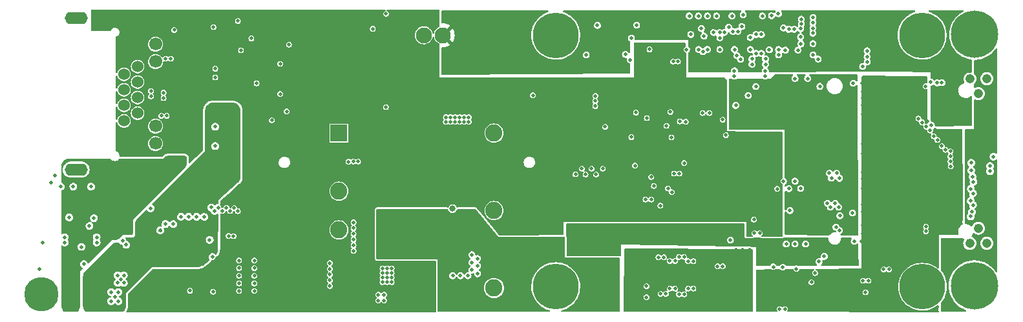
<source format=gbr>
G04 #@! TF.GenerationSoftware,KiCad,Pcbnew,6.0.11+dfsg-1~bpo11+1*
G04 #@! TF.CreationDate,2023-05-25T13:31:40+02:00*
G04 #@! TF.ProjectId,scalenode-cm4-baseboard,7363616c-656e-46f6-9465-2d636d342d62,1.1.1*
G04 #@! TF.SameCoordinates,Original*
G04 #@! TF.FileFunction,Copper,L3,Inr*
G04 #@! TF.FilePolarity,Positive*
%FSLAX46Y46*%
G04 Gerber Fmt 4.6, Leading zero omitted, Abs format (unit mm)*
G04 Created by KiCad (PCBNEW 6.0.11+dfsg-1~bpo11+1) date 2023-05-25 13:31:40*
%MOMM*%
%LPD*%
G01*
G04 APERTURE LIST*
G04 #@! TA.AperFunction,ComponentPad*
%ADD10C,6.000000*%
G04 #@! TD*
G04 #@! TA.AperFunction,ComponentPad*
%ADD11C,6.200000*%
G04 #@! TD*
G04 #@! TA.AperFunction,ComponentPad*
%ADD12C,4.500000*%
G04 #@! TD*
G04 #@! TA.AperFunction,ComponentPad*
%ADD13R,2.250000X2.250000*%
G04 #@! TD*
G04 #@! TA.AperFunction,ComponentPad*
%ADD14C,2.250000*%
G04 #@! TD*
G04 #@! TA.AperFunction,ComponentPad*
%ADD15C,1.524000*%
G04 #@! TD*
G04 #@! TA.AperFunction,ComponentPad*
%ADD16C,1.700000*%
G04 #@! TD*
G04 #@! TA.AperFunction,ComponentPad*
%ADD17O,3.000000X1.600000*%
G04 #@! TD*
G04 #@! TA.AperFunction,ComponentPad*
%ADD18C,2.100000*%
G04 #@! TD*
G04 #@! TA.AperFunction,ComponentPad*
%ADD19C,1.208000*%
G04 #@! TD*
G04 #@! TA.AperFunction,ViaPad*
%ADD20C,0.500000*%
G04 #@! TD*
G04 #@! TA.AperFunction,ViaPad*
%ADD21C,0.800000*%
G04 #@! TD*
G04 APERTURE END LIST*
D10*
X193488000Y-93200000D03*
X145488000Y-93200000D03*
X193488000Y-60200000D03*
X145488000Y-60200000D03*
D11*
X200341000Y-93092000D03*
X200341000Y-60092000D03*
D12*
X78126000Y-94198000D03*
D13*
X117090000Y-73050000D03*
D14*
X117090000Y-80668000D03*
X117090000Y-85748000D03*
X137408000Y-93368000D03*
X137408000Y-83209000D03*
X137408000Y-73050000D03*
D13*
X117090000Y-73050000D03*
D14*
X117090000Y-80668000D03*
X117090000Y-85748000D03*
X137408000Y-93368000D03*
X137408000Y-83209000D03*
X137408000Y-73050000D03*
D15*
X88923000Y-71450000D03*
X90703000Y-70430000D03*
X88923000Y-69410000D03*
X90703000Y-68390000D03*
X88923000Y-67370000D03*
X90703000Y-66349000D03*
X88923000Y-65330000D03*
X90703000Y-64309000D03*
D16*
X93064000Y-74409000D03*
X93064000Y-72119000D03*
X93063000Y-63658000D03*
X93063000Y-61369000D03*
D17*
X82658000Y-57965000D03*
X82658000Y-77834000D03*
D18*
X130700000Y-60200000D03*
X128201000Y-60200000D03*
D19*
X201980000Y-87500000D03*
X199731000Y-87500000D03*
X201980000Y-65899000D03*
X199731000Y-65899000D03*
X200860000Y-85524000D03*
X200860000Y-67875000D03*
D20*
X100881000Y-74751000D03*
X100881000Y-72211000D03*
X100881000Y-65734000D03*
X106000000Y-90750000D03*
X104000000Y-93750000D03*
X106000000Y-91750000D03*
X106000000Y-89750000D03*
X104000000Y-89750000D03*
X104000000Y-90750000D03*
X106000000Y-92750000D03*
X104000000Y-92750000D03*
X106000000Y-93750000D03*
X104000000Y-91750000D03*
X100600000Y-93850000D03*
X88100000Y-92700000D03*
X88500000Y-92200000D03*
X88900000Y-92700000D03*
X88900000Y-91700000D03*
X88100000Y-91700000D03*
X88200000Y-93900000D03*
X115900000Y-92346000D03*
X115900000Y-91596000D03*
X115900000Y-90096000D03*
X87250000Y-93900000D03*
X87750000Y-94500000D03*
X115900000Y-93096000D03*
X115900000Y-90846000D03*
X88200000Y-95100000D03*
X87250000Y-95100000D03*
X97570000Y-93720000D03*
X80633579Y-80056421D03*
X82290000Y-80060000D03*
X84601262Y-80056063D03*
X176835998Y-87590717D03*
X176174202Y-83213083D03*
X169977998Y-88352717D03*
X169101000Y-88352717D03*
X170879000Y-88352717D03*
X175692998Y-87590717D03*
X178232998Y-87590717D03*
X188519998Y-87209717D03*
X185725998Y-67600000D03*
X184455998Y-66508717D03*
X176835998Y-65873717D03*
X178486998Y-65873717D03*
X166992998Y-62063717D03*
X166992998Y-60539717D03*
X173355000Y-91536000D03*
X169799000Y-91536000D03*
X174410000Y-91490000D03*
X170942000Y-91536000D03*
X172212000Y-91536000D03*
X170942000Y-96108000D03*
X169799000Y-96108000D03*
X168529000Y-96108000D03*
X167386000Y-96108000D03*
X162560000Y-96108000D03*
X161417000Y-96108000D03*
X160147000Y-96108000D03*
X159004000Y-96108000D03*
X157734000Y-96108000D03*
X165370000Y-57660000D03*
X166570000Y-57660000D03*
X168580000Y-57660000D03*
X172212000Y-96108000D03*
X173355000Y-96108000D03*
X166179500Y-96108000D03*
X164973000Y-96108000D03*
X163766500Y-96108000D03*
X164732200Y-70403200D03*
X165621200Y-70403200D03*
X172577719Y-57660980D03*
X188530000Y-66500000D03*
X196950000Y-79440000D03*
X192450000Y-69670000D03*
X85000000Y-84200000D03*
X163830000Y-91409000D03*
X189920000Y-69350000D03*
X78269000Y-87448000D03*
X164211000Y-62066490D03*
X193070000Y-70320000D03*
X105616000Y-60602000D03*
X177580000Y-80310000D03*
X175584000Y-62150000D03*
X196960000Y-82440000D03*
X150950000Y-58900000D03*
X185724800Y-86207600D03*
X162980500Y-57660000D03*
X175334000Y-59250000D03*
X158419800Y-88950000D03*
X175569500Y-91239500D03*
X185724800Y-74425200D03*
X162788600Y-88747600D03*
X174657523Y-57374444D03*
X167354897Y-71275103D03*
X184600000Y-87225000D03*
X160150000Y-88950000D03*
X168918251Y-62063717D03*
X185724800Y-83312000D03*
X190795000Y-68525000D03*
X122250000Y-94250000D03*
X187075000Y-92200000D03*
X174200000Y-96200000D03*
X119000000Y-85500000D03*
X194200000Y-71490000D03*
X162623500Y-62066490D03*
X83674000Y-90236000D03*
X199920000Y-76950000D03*
X165354000Y-62061059D03*
X176050000Y-80330000D03*
X175320000Y-79350000D03*
X119000000Y-84750000D03*
X185724800Y-75765200D03*
X134500000Y-91000000D03*
X164180000Y-57660000D03*
X135250000Y-90500000D03*
X191620000Y-69350000D03*
X185725998Y-68483700D03*
X177661983Y-58090017D03*
X123245800Y-69634200D03*
X135250000Y-89500000D03*
X151968200Y-72212200D03*
X185590000Y-66490000D03*
X185724800Y-85155200D03*
X185724800Y-78175200D03*
X134500000Y-89000000D03*
X189675000Y-90575000D03*
X135250000Y-91500000D03*
X92399502Y-82899500D03*
X134500000Y-90000000D03*
X189920000Y-68525000D03*
X123000000Y-94250000D03*
X177234000Y-62150000D03*
X190795000Y-67700000D03*
X193720000Y-70960000D03*
X185724800Y-69367400D03*
X196950000Y-80920000D03*
X176175000Y-96175000D03*
X195680000Y-73240000D03*
X160660000Y-73600000D03*
X83345000Y-87966000D03*
X185125000Y-92125000D03*
X160153220Y-91644059D03*
X119000000Y-88500000D03*
X166100000Y-91395949D03*
X196740000Y-74520000D03*
X110546000Y-61437000D03*
X176840000Y-79340000D03*
X119000000Y-87750000D03*
X170977720Y-60512280D03*
D21*
X131975000Y-82900000D03*
D20*
X202850000Y-76125000D03*
X119000000Y-87000000D03*
X157797504Y-91409000D03*
X196240000Y-73870000D03*
X185730000Y-70580000D03*
X187440000Y-66497200D03*
X119000000Y-86250000D03*
X79363500Y-79500000D03*
X187535748Y-87198200D03*
X123000000Y-95000000D03*
X173470000Y-62100000D03*
X185567248Y-87223600D03*
X104250000Y-62182083D03*
X195230000Y-72620000D03*
X134000000Y-91750000D03*
X163957000Y-90322400D03*
X158000000Y-78800000D03*
X169090000Y-69410000D03*
X133000000Y-91750000D03*
X157775000Y-62044500D03*
X174688500Y-62072000D03*
X190795000Y-69350000D03*
X132000000Y-91750000D03*
X185724800Y-82395200D03*
X185724800Y-80305200D03*
X187925000Y-90550000D03*
X122250000Y-95000000D03*
X186551498Y-87223600D03*
X194700000Y-72020000D03*
X185740000Y-79060000D03*
X77850000Y-90856000D03*
X199920000Y-77940000D03*
X174520000Y-80360000D03*
X186550000Y-66497200D03*
X196970000Y-83950000D03*
X189920000Y-67700000D03*
X170997231Y-62063717D03*
X159980000Y-57670000D03*
X161090000Y-57659989D03*
X161630000Y-57659989D03*
X159890000Y-58882000D03*
X161030000Y-58880000D03*
X160510000Y-57659989D03*
X160470000Y-58882000D03*
X133500000Y-70960000D03*
X134100000Y-71560000D03*
X124000000Y-90800000D03*
X132900000Y-62800000D03*
X197290000Y-67960000D03*
X131700000Y-70960000D03*
X123400000Y-92600000D03*
X199750000Y-68720000D03*
X198818500Y-68700000D03*
X122800000Y-91400000D03*
X132900000Y-61600000D03*
X134100000Y-70960000D03*
X133500000Y-61600000D03*
X197960000Y-67320000D03*
X122800000Y-92000000D03*
X132900000Y-71560000D03*
X134100000Y-61600000D03*
X132300000Y-61600000D03*
X124000000Y-92600000D03*
X133500000Y-62800000D03*
X132300000Y-70960000D03*
X124000000Y-92000000D03*
X132900000Y-70960000D03*
X161600000Y-58880000D03*
X123400000Y-92000000D03*
X131700000Y-71560000D03*
X122800000Y-92600000D03*
X133500000Y-62200000D03*
X131100000Y-71560000D03*
X122800000Y-90800000D03*
X198060000Y-68020000D03*
X134100000Y-62800000D03*
X132300000Y-62200000D03*
X123400000Y-90800000D03*
X134100000Y-62200000D03*
X132300000Y-71560000D03*
X124000000Y-91400000D03*
X132300000Y-62800000D03*
X123400000Y-91400000D03*
X197280000Y-67330000D03*
X198070000Y-68710000D03*
X196610000Y-67310000D03*
X132900000Y-62200000D03*
X131100000Y-70960000D03*
X133500000Y-71560000D03*
X188450000Y-90925000D03*
X185750000Y-92404500D03*
X189150000Y-90925000D03*
X186450000Y-92404500D03*
X182723000Y-83877000D03*
X184380000Y-83520000D03*
X180100000Y-66900000D03*
X118980000Y-76770000D03*
X150670000Y-68830000D03*
X100881000Y-64591000D03*
X161700000Y-78350000D03*
X172214981Y-86185019D03*
X171514981Y-86185019D03*
X161000000Y-78350000D03*
X118329477Y-76790523D03*
X150670684Y-69500361D03*
X142500000Y-68094500D03*
X121530000Y-59350000D03*
X94380000Y-84960000D03*
X102817261Y-83256756D03*
X154622500Y-62707000D03*
X163190000Y-60103489D03*
X95380000Y-84970000D03*
X102350000Y-82850000D03*
X101850000Y-83250000D03*
X155400000Y-60575167D03*
X96375000Y-84025000D03*
X164914916Y-60304916D03*
X101294666Y-82825166D03*
X97400000Y-84025000D03*
X100800000Y-83250000D03*
X164574916Y-59304916D03*
X98450000Y-84025000D03*
X99425000Y-84030500D03*
X100350000Y-82800000D03*
X156090000Y-58882000D03*
X103841209Y-83281821D03*
X103280908Y-86560908D03*
X100517000Y-89305000D03*
X196577488Y-75237488D03*
X163527720Y-89850000D03*
X163527720Y-93441000D03*
X162827720Y-89850000D03*
X162827720Y-93441000D03*
X196082512Y-74742512D03*
X162327720Y-94200000D03*
X195507488Y-73947488D03*
X162327720Y-89287482D03*
X161627720Y-94200000D03*
X161627720Y-89287482D03*
X195012512Y-73452512D03*
X193497488Y-71637488D03*
X159650000Y-89325000D03*
X159927720Y-94139500D03*
X159227720Y-94139500D03*
X193002512Y-71142512D03*
X158950000Y-89325000D03*
X170700000Y-68100000D03*
X200220000Y-79430000D03*
X160880497Y-63644500D03*
X186300000Y-63700000D03*
X194630000Y-66350000D03*
X171714309Y-66914309D03*
X185700000Y-64300000D03*
X200100803Y-78766811D03*
X193964227Y-66883914D03*
X161500000Y-63644500D03*
X102633931Y-86543911D03*
X103371709Y-82871709D03*
X164783996Y-62350000D03*
X167589414Y-59839501D03*
X177609500Y-61310000D03*
X186290000Y-62250000D03*
X196078174Y-66409464D03*
X179197000Y-61310000D03*
X200150000Y-80950000D03*
X179197000Y-59278000D03*
X168148000Y-59151000D03*
X177671659Y-58709444D03*
X200016347Y-83383585D03*
X177586591Y-59346922D03*
X179190000Y-59930000D03*
X199850502Y-83980476D03*
X168700000Y-59700000D03*
X169360263Y-59687763D03*
X179197000Y-58579500D03*
X200150000Y-82480000D03*
X199877321Y-81923736D03*
X169890000Y-59040000D03*
X179197000Y-57881000D03*
X199880000Y-80360000D03*
X186290000Y-63010000D03*
X179197000Y-62770500D03*
X195460000Y-66450000D03*
X174688500Y-62770500D03*
X170053000Y-57500000D03*
X103850000Y-58325000D03*
X173770691Y-57649309D03*
X172435000Y-60103500D03*
X172435000Y-62580000D03*
X168900000Y-65575000D03*
X172950000Y-65575000D03*
X171735000Y-60103500D03*
X171735000Y-62580000D03*
X172950000Y-64875000D03*
X168900000Y-64875000D03*
X171196000Y-63309500D03*
X172974000Y-63309500D03*
X169222512Y-62872512D03*
X176027720Y-59420564D03*
X172974000Y-64009500D03*
X171196000Y-64009500D03*
X169717488Y-63367488D03*
X176727720Y-59420564D03*
X168375000Y-87070500D03*
X158350000Y-79975000D03*
X159200000Y-82550000D03*
X171450000Y-84375000D03*
X174000000Y-90600000D03*
X177031578Y-90849500D03*
X186075000Y-93925000D03*
X175250000Y-90670000D03*
X175527720Y-96123436D03*
X174827720Y-96123436D03*
X182090000Y-82254500D03*
X179980500Y-89910500D03*
X197200000Y-76757948D03*
X167366487Y-90506487D03*
X182289500Y-78310000D03*
X182559500Y-82740000D03*
X197235072Y-77386851D03*
X182670000Y-78970000D03*
X166684000Y-90525000D03*
X180669500Y-89217499D03*
X194537488Y-72707488D03*
X161127720Y-93441000D03*
X161127720Y-89821500D03*
X160427720Y-93441000D03*
X194042512Y-72212512D03*
X160427720Y-89821500D03*
X197200000Y-76093974D03*
X181610000Y-78960000D03*
X157384000Y-93125000D03*
X181470000Y-82750000D03*
X179469500Y-91400000D03*
X181350000Y-78310000D03*
X179000000Y-92600000D03*
X181070000Y-82254500D03*
X157384000Y-94575000D03*
X197200000Y-75430000D03*
X93825000Y-70775000D03*
X94525000Y-70775000D03*
X94108088Y-68438000D03*
X92467748Y-68220773D03*
X92467748Y-67520773D03*
X94108088Y-67738000D03*
X95072039Y-63277258D03*
X94372039Y-63277258D03*
X171450000Y-71755000D03*
X172709840Y-69215000D03*
X173969680Y-69215000D03*
X153250000Y-93350000D03*
X148920200Y-77698600D03*
X151663400Y-77698600D03*
X152350000Y-92700000D03*
X177634000Y-84050000D03*
X171450000Y-69215000D03*
X124600000Y-88000000D03*
X150774400Y-78460600D03*
X79860000Y-78630000D03*
X150190200Y-77698600D03*
X178334000Y-83350000D03*
X172334000Y-70485000D03*
X177634000Y-82750000D03*
X176489360Y-69215000D03*
X124600000Y-87200000D03*
X173084000Y-69850000D03*
X124000000Y-85200000D03*
X124000000Y-86800000D03*
X171450000Y-70485000D03*
X148082000Y-78435200D03*
X151450000Y-93350000D03*
X149402800Y-78460600D03*
X100156270Y-87052770D03*
X153250000Y-92050000D03*
X124600000Y-86400000D03*
X175229520Y-69215000D03*
X124600000Y-85600000D03*
X124000000Y-86000000D03*
X124000000Y-87600000D03*
X177749200Y-69265800D03*
X151500000Y-92050000D03*
X95600000Y-77090000D03*
X96260000Y-77084000D03*
X94880000Y-77606000D03*
X95600000Y-77606000D03*
X96260000Y-77600000D03*
X82150000Y-92706000D03*
X81150000Y-93706000D03*
X82150000Y-93706000D03*
X81150000Y-94706000D03*
X82150000Y-94706000D03*
X81150000Y-95706000D03*
X82150000Y-95706000D03*
X81150000Y-92706000D03*
X94880000Y-77090000D03*
X177560000Y-60420000D03*
X150680209Y-68167064D03*
X179877000Y-63333000D03*
X119599503Y-76770000D03*
X108300000Y-71350000D03*
X110250000Y-70200000D03*
X109391000Y-67902000D03*
X109390000Y-63956010D03*
X106306000Y-66512000D03*
X95511000Y-59512000D03*
X100651000Y-59132000D03*
X83900000Y-92081000D03*
X84050000Y-92931000D03*
X84700000Y-93581000D03*
X102786000Y-69544000D03*
X101897000Y-69544000D03*
X101008000Y-69544000D03*
X153000000Y-84100000D03*
X153000000Y-82500000D03*
X153450000Y-83300000D03*
X153900000Y-82500000D03*
X151935200Y-74186400D03*
X159834000Y-62250000D03*
X167919400Y-74142600D03*
X160527720Y-62050000D03*
X92800000Y-58775000D03*
X152925800Y-74186400D03*
X104963281Y-87271123D03*
X128285800Y-69634200D03*
X93682500Y-85800000D03*
X84407000Y-85222000D03*
X173384000Y-82700000D03*
X161827720Y-62250000D03*
X81760000Y-84110000D03*
X167780200Y-73298800D03*
X162522400Y-71546200D03*
X85342500Y-86698000D03*
X81162528Y-86698000D03*
X89226190Y-87693488D03*
X160697488Y-80797488D03*
X160202512Y-80302512D03*
X81162528Y-87398000D03*
X85342500Y-87398000D03*
X88731214Y-87198512D03*
X193996906Y-85932223D03*
X157250000Y-81750000D03*
X182653564Y-85802475D03*
X158000000Y-81750000D03*
X182210000Y-85370000D03*
X194002675Y-85312747D03*
X202384500Y-78049000D03*
X202384500Y-77349000D03*
X166970000Y-59850000D03*
X157429200Y-71063600D03*
X166179500Y-59849494D03*
X156000000Y-70350000D03*
X159994600Y-72079600D03*
X149485690Y-62785690D03*
X155244487Y-63419487D03*
X123270000Y-57375500D03*
X155879800Y-77317600D03*
X155397200Y-73558400D03*
X162331400Y-76962000D03*
X160500000Y-70250000D03*
X161750000Y-71500000D03*
X202643500Y-69734450D03*
X202643500Y-71078150D03*
X202643500Y-70406300D03*
X202643500Y-71750000D03*
X202650500Y-69062600D03*
X201609100Y-69011800D03*
X200567700Y-69011800D03*
X149600000Y-86500000D03*
X148000000Y-86500000D03*
X148000000Y-87800000D03*
X149600000Y-87800000D03*
X148800000Y-87150000D03*
X148000000Y-88650000D03*
X184200800Y-89766800D03*
X183565800Y-89766800D03*
X196316600Y-89055600D03*
X149650000Y-88600000D03*
X184200800Y-89182600D03*
X196951600Y-89741400D03*
X184835800Y-89157200D03*
X197586600Y-89716000D03*
X196926200Y-89055600D03*
X197561200Y-89055600D03*
X183565800Y-89182600D03*
X184835800Y-89766800D03*
X196291200Y-89741400D03*
G04 #@! TA.AperFunction,Conductor*
G36*
X203305042Y-61930537D02*
G01*
X203325500Y-61990804D01*
X203325500Y-75649804D01*
X203306593Y-75707995D01*
X203257093Y-75743959D01*
X203195907Y-75743959D01*
X203172653Y-75732879D01*
X203132655Y-75706953D01*
X203063790Y-75662317D01*
X203057032Y-75660296D01*
X203057030Y-75660295D01*
X202932098Y-75622932D01*
X202925337Y-75620910D01*
X202835416Y-75620361D01*
X202787879Y-75620071D01*
X202780827Y-75620028D01*
X202774051Y-75621965D01*
X202774048Y-75621965D01*
X202648659Y-75657801D01*
X202648657Y-75657802D01*
X202641879Y-75659739D01*
X202519661Y-75736853D01*
X202423999Y-75845170D01*
X202362583Y-75975982D01*
X202340350Y-76118773D01*
X202341265Y-76125770D01*
X202341265Y-76125771D01*
X202355031Y-76231039D01*
X202359088Y-76262065D01*
X202417289Y-76394339D01*
X202510276Y-76504960D01*
X202516147Y-76508868D01*
X202516148Y-76508869D01*
X202529400Y-76517690D01*
X202630574Y-76585037D01*
X202637304Y-76587140D01*
X202637307Y-76587141D01*
X202761777Y-76626029D01*
X202761781Y-76626030D01*
X202768510Y-76628132D01*
X202838360Y-76629412D01*
X202905945Y-76630651D01*
X202905947Y-76630651D01*
X202912998Y-76630780D01*
X202919801Y-76628925D01*
X202919803Y-76628925D01*
X203018357Y-76602056D01*
X203052422Y-76592769D01*
X203174699Y-76517690D01*
X203234181Y-76503354D01*
X203290729Y-76526719D01*
X203322744Y-76578861D01*
X203325500Y-76602056D01*
X203325500Y-91193911D01*
X203306593Y-91252102D01*
X203257093Y-91288066D01*
X203195907Y-91288066D01*
X203144522Y-91249414D01*
X203018388Y-91063114D01*
X203018386Y-91063111D01*
X203016884Y-91060893D01*
X202781875Y-90783780D01*
X202518311Y-90533668D01*
X202229278Y-90313483D01*
X202221048Y-90308518D01*
X201920451Y-90127187D01*
X201918155Y-90125802D01*
X201613713Y-89984485D01*
X201591011Y-89973947D01*
X201591010Y-89973947D01*
X201588583Y-89972820D01*
X201244417Y-89856326D01*
X200889682Y-89777683D01*
X200604622Y-89746212D01*
X200531183Y-89738104D01*
X200531181Y-89738104D01*
X200528528Y-89737811D01*
X200525866Y-89737806D01*
X200525860Y-89737806D01*
X200341733Y-89737485D01*
X200165181Y-89737177D01*
X200162516Y-89737462D01*
X200162512Y-89737462D01*
X200040080Y-89750547D01*
X199803891Y-89775788D01*
X199801282Y-89776357D01*
X199801275Y-89776358D01*
X199507031Y-89840514D01*
X199448884Y-89853192D01*
X199446349Y-89854040D01*
X199446346Y-89854041D01*
X199439517Y-89856326D01*
X199104312Y-89968484D01*
X198774208Y-90120315D01*
X198771904Y-90121694D01*
X198771902Y-90121695D01*
X198684833Y-90173805D01*
X198462432Y-90306909D01*
X198449218Y-90316903D01*
X198209852Y-90497934D01*
X198172632Y-90526083D01*
X197908197Y-90775273D01*
X197906447Y-90777322D01*
X197710919Y-91006257D01*
X197672222Y-91051565D01*
X197467466Y-91351726D01*
X197296325Y-91672245D01*
X197295327Y-91674728D01*
X197295325Y-91674732D01*
X197161801Y-92006883D01*
X197161798Y-92006892D01*
X197160801Y-92009372D01*
X197062479Y-92359164D01*
X197002509Y-92717528D01*
X196981593Y-93080273D01*
X196981728Y-93082938D01*
X196981728Y-93082943D01*
X196988883Y-93224174D01*
X196999976Y-93443156D01*
X197057443Y-93801930D01*
X197058149Y-93804510D01*
X197058149Y-93804511D01*
X197152612Y-94149814D01*
X197152615Y-94149823D01*
X197153320Y-94152400D01*
X197154300Y-94154887D01*
X197154302Y-94154894D01*
X197196145Y-94261118D01*
X197286488Y-94490465D01*
X197455387Y-94812171D01*
X197658042Y-95113754D01*
X197659768Y-95115804D01*
X197659769Y-95115805D01*
X197722811Y-95190669D01*
X197892083Y-95391686D01*
X197894022Y-95393538D01*
X197894022Y-95393539D01*
X197959267Y-95455888D01*
X198154772Y-95642717D01*
X198156892Y-95644344D01*
X198156897Y-95644348D01*
X198196424Y-95674678D01*
X198443035Y-95863909D01*
X198753500Y-96052675D01*
X198755925Y-96053811D01*
X198755927Y-96053812D01*
X198829735Y-96088386D01*
X199082536Y-96206806D01*
X199085077Y-96207676D01*
X199085082Y-96207678D01*
X199216984Y-96252838D01*
X199265913Y-96289575D01*
X199283904Y-96348055D01*
X199264085Y-96405942D01*
X199214026Y-96441124D01*
X199184916Y-96445500D01*
X196019337Y-96445500D01*
X195961146Y-96426593D01*
X195925182Y-96377093D01*
X195920337Y-96346400D01*
X195920618Y-96067769D01*
X195921294Y-95398480D01*
X195940260Y-95340309D01*
X195945232Y-95334031D01*
X196070294Y-95188634D01*
X196269961Y-94898116D01*
X196437085Y-94587734D01*
X196475620Y-94492835D01*
X196568702Y-94263600D01*
X196569710Y-94261118D01*
X196666285Y-93922089D01*
X196725680Y-93574612D01*
X196747201Y-93222754D01*
X196747280Y-93200000D01*
X196740013Y-93065819D01*
X196728361Y-92850668D01*
X196728360Y-92850659D01*
X196728216Y-92848000D01*
X196671248Y-92500117D01*
X196577043Y-92160422D01*
X196446701Y-91832888D01*
X196441238Y-91822569D01*
X196282999Y-91523710D01*
X196281748Y-91521347D01*
X196275153Y-91511605D01*
X196085618Y-91231663D01*
X196085615Y-91231660D01*
X196084114Y-91229442D01*
X195949227Y-91070389D01*
X195926010Y-91013780D01*
X195925731Y-91006257D01*
X195925966Y-90773430D01*
X195929899Y-86879537D01*
X195948865Y-86821366D01*
X195998401Y-86785453D01*
X196029535Y-86780640D01*
X198657061Y-86797537D01*
X198700439Y-86808986D01*
X198700677Y-86808436D01*
X198705280Y-86810428D01*
X198705282Y-86810429D01*
X198730556Y-86821366D01*
X198883301Y-86887465D01*
X198913305Y-86893733D01*
X198936858Y-86898654D01*
X198989952Y-86929062D01*
X199015033Y-86984871D01*
X199002348Y-87045062D01*
X198942401Y-87148893D01*
X198886635Y-87320525D01*
X198867771Y-87500000D01*
X198886635Y-87679475D01*
X198942401Y-87851107D01*
X199032633Y-88007393D01*
X199036105Y-88011249D01*
X199149917Y-88137651D01*
X199149921Y-88137655D01*
X199153387Y-88141504D01*
X199299385Y-88247578D01*
X199304117Y-88249685D01*
X199304119Y-88249686D01*
X199459510Y-88318871D01*
X199459514Y-88318872D01*
X199464248Y-88320980D01*
X199469318Y-88322058D01*
X199469319Y-88322058D01*
X199505521Y-88329753D01*
X199640768Y-88358500D01*
X199821232Y-88358500D01*
X199956479Y-88329753D01*
X199992681Y-88322058D01*
X199992682Y-88322058D01*
X199997752Y-88320980D01*
X200002486Y-88318872D01*
X200002490Y-88318871D01*
X200157881Y-88249686D01*
X200157883Y-88249685D01*
X200162615Y-88247578D01*
X200308613Y-88141504D01*
X200312079Y-88137655D01*
X200312083Y-88137651D01*
X200425895Y-88011249D01*
X200429367Y-88007393D01*
X200519599Y-87851107D01*
X200575365Y-87679475D01*
X200594229Y-87500000D01*
X201116771Y-87500000D01*
X201135635Y-87679475D01*
X201191401Y-87851107D01*
X201281633Y-88007393D01*
X201285105Y-88011249D01*
X201398917Y-88137651D01*
X201398921Y-88137655D01*
X201402387Y-88141504D01*
X201548385Y-88247578D01*
X201553117Y-88249685D01*
X201553119Y-88249686D01*
X201708510Y-88318871D01*
X201708514Y-88318872D01*
X201713248Y-88320980D01*
X201718318Y-88322058D01*
X201718319Y-88322058D01*
X201754521Y-88329753D01*
X201889768Y-88358500D01*
X202070232Y-88358500D01*
X202205479Y-88329753D01*
X202241681Y-88322058D01*
X202241682Y-88322058D01*
X202246752Y-88320980D01*
X202251486Y-88318872D01*
X202251490Y-88318871D01*
X202406881Y-88249686D01*
X202406883Y-88249685D01*
X202411615Y-88247578D01*
X202557613Y-88141504D01*
X202561079Y-88137655D01*
X202561083Y-88137651D01*
X202674895Y-88011249D01*
X202678367Y-88007393D01*
X202768599Y-87851107D01*
X202824365Y-87679475D01*
X202843229Y-87500000D01*
X202824365Y-87320525D01*
X202768599Y-87148893D01*
X202678367Y-86992607D01*
X202620337Y-86928158D01*
X202561083Y-86862349D01*
X202561079Y-86862345D01*
X202557613Y-86858496D01*
X202411615Y-86752422D01*
X202406883Y-86750315D01*
X202406881Y-86750314D01*
X202251490Y-86681129D01*
X202251486Y-86681128D01*
X202246752Y-86679020D01*
X202241682Y-86677942D01*
X202241681Y-86677942D01*
X202205479Y-86670247D01*
X202070232Y-86641500D01*
X201889768Y-86641500D01*
X201754521Y-86670247D01*
X201718319Y-86677942D01*
X201718318Y-86677942D01*
X201713248Y-86679020D01*
X201708512Y-86681129D01*
X201708511Y-86681129D01*
X201553120Y-86750314D01*
X201553118Y-86750315D01*
X201548386Y-86752422D01*
X201402387Y-86858496D01*
X201398921Y-86862345D01*
X201398917Y-86862349D01*
X201339663Y-86928158D01*
X201281633Y-86992607D01*
X201191401Y-87148893D01*
X201135635Y-87320525D01*
X201116771Y-87500000D01*
X200594229Y-87500000D01*
X200575365Y-87320525D01*
X200519599Y-87148893D01*
X200429367Y-86992607D01*
X200371337Y-86928158D01*
X200312083Y-86862349D01*
X200312079Y-86862345D01*
X200308613Y-86858496D01*
X200162615Y-86752422D01*
X200157883Y-86750315D01*
X200157881Y-86750314D01*
X200006529Y-86682928D01*
X199961059Y-86641987D01*
X199948338Y-86582139D01*
X199968571Y-86531809D01*
X200012876Y-86474693D01*
X200012879Y-86474688D01*
X200015947Y-86470733D01*
X200103802Y-86292187D01*
X200123569Y-86216299D01*
X200156533Y-86164753D01*
X200213500Y-86142427D01*
X200272710Y-86157850D01*
X200281579Y-86164606D01*
X200282387Y-86165504D01*
X200428385Y-86271578D01*
X200433117Y-86273685D01*
X200433119Y-86273686D01*
X200588510Y-86342871D01*
X200588514Y-86342872D01*
X200593248Y-86344980D01*
X200598318Y-86346058D01*
X200598319Y-86346058D01*
X200634521Y-86353753D01*
X200769768Y-86382500D01*
X200950232Y-86382500D01*
X201085479Y-86353753D01*
X201121681Y-86346058D01*
X201121682Y-86346058D01*
X201126752Y-86344980D01*
X201131486Y-86342872D01*
X201131490Y-86342871D01*
X201286881Y-86273686D01*
X201286883Y-86273685D01*
X201291615Y-86271578D01*
X201437613Y-86165504D01*
X201441079Y-86161655D01*
X201441083Y-86161651D01*
X201554895Y-86035249D01*
X201558367Y-86031393D01*
X201648599Y-85875107D01*
X201704365Y-85703475D01*
X201723229Y-85524000D01*
X201704365Y-85344525D01*
X201648599Y-85172893D01*
X201558367Y-85016607D01*
X201516260Y-84969842D01*
X201441083Y-84886349D01*
X201441079Y-84886345D01*
X201437613Y-84882496D01*
X201291615Y-84776422D01*
X201286883Y-84774315D01*
X201286881Y-84774314D01*
X201131490Y-84705129D01*
X201131486Y-84705128D01*
X201126752Y-84703020D01*
X201121682Y-84701942D01*
X201121681Y-84701942D01*
X201085479Y-84694247D01*
X200950232Y-84665500D01*
X200769768Y-84665500D01*
X200634521Y-84694247D01*
X200598319Y-84701942D01*
X200598318Y-84701942D01*
X200593248Y-84703020D01*
X200588512Y-84705129D01*
X200588511Y-84705129D01*
X200433120Y-84774314D01*
X200433118Y-84774315D01*
X200428386Y-84776422D01*
X200282387Y-84882496D01*
X200278921Y-84886345D01*
X200278917Y-84886349D01*
X200203740Y-84969842D01*
X200161633Y-85016607D01*
X200071401Y-85172893D01*
X200061392Y-85203700D01*
X200052292Y-85231706D01*
X200016328Y-85281206D01*
X199958138Y-85300114D01*
X199899947Y-85281207D01*
X199886206Y-85269136D01*
X199827771Y-85207343D01*
X199824326Y-85203700D01*
X199820221Y-85200826D01*
X199820218Y-85200823D01*
X199665429Y-85092439D01*
X199661323Y-85089564D01*
X199656727Y-85087575D01*
X199656725Y-85087574D01*
X199483295Y-85012524D01*
X199483296Y-85012524D01*
X199478699Y-85010535D01*
X199473800Y-85009511D01*
X199473795Y-85009510D01*
X199287639Y-84970620D01*
X199287636Y-84970620D01*
X199283914Y-84969842D01*
X199277388Y-84969500D01*
X199149826Y-84969500D01*
X199091635Y-84950593D01*
X199055671Y-84901093D01*
X199050828Y-84869945D01*
X199055853Y-83974249D01*
X199340852Y-83974249D01*
X199341767Y-83981246D01*
X199341767Y-83981247D01*
X199355605Y-84087065D01*
X199359590Y-84117541D01*
X199417791Y-84249815D01*
X199422328Y-84255212D01*
X199422329Y-84255214D01*
X199430967Y-84265490D01*
X199510778Y-84360436D01*
X199516649Y-84364344D01*
X199516650Y-84364345D01*
X199596908Y-84417769D01*
X199631076Y-84440513D01*
X199637806Y-84442616D01*
X199637809Y-84442617D01*
X199762279Y-84481505D01*
X199762283Y-84481506D01*
X199769012Y-84483608D01*
X199838862Y-84484888D01*
X199906447Y-84486127D01*
X199906449Y-84486127D01*
X199913500Y-84486256D01*
X199920303Y-84484401D01*
X199920305Y-84484401D01*
X199997902Y-84463245D01*
X200052924Y-84448245D01*
X200102559Y-84417769D01*
X200170065Y-84376320D01*
X200170067Y-84376318D01*
X200176074Y-84372630D01*
X200180803Y-84367405D01*
X200180806Y-84367403D01*
X200268318Y-84270721D01*
X200273053Y-84265490D01*
X200336062Y-84135438D01*
X200360038Y-83992929D01*
X200360190Y-83980476D01*
X200339703Y-83837424D01*
X200341650Y-83837145D01*
X200343184Y-83785520D01*
X200362992Y-83752458D01*
X200414677Y-83695358D01*
X200438898Y-83668599D01*
X200501907Y-83538547D01*
X200510960Y-83484739D01*
X200525249Y-83399808D01*
X200525249Y-83399805D01*
X200525883Y-83396038D01*
X200526035Y-83383585D01*
X200505548Y-83240533D01*
X200445735Y-83108980D01*
X200398533Y-83054200D01*
X200374873Y-82997776D01*
X200388897Y-82938220D01*
X200421732Y-82905212D01*
X200469563Y-82875844D01*
X200469565Y-82875842D01*
X200475572Y-82872154D01*
X200480301Y-82866929D01*
X200480304Y-82866927D01*
X200567816Y-82770245D01*
X200572551Y-82765014D01*
X200635560Y-82634962D01*
X200659536Y-82492453D01*
X200659688Y-82480000D01*
X200639201Y-82336948D01*
X200579388Y-82205395D01*
X200485056Y-82095918D01*
X200426852Y-82058192D01*
X200388306Y-82010676D01*
X200383071Y-81958692D01*
X200386223Y-81939958D01*
X200386223Y-81939957D01*
X200386857Y-81936189D01*
X200387009Y-81923736D01*
X200366522Y-81780684D01*
X200306709Y-81649131D01*
X200256394Y-81590738D01*
X200232733Y-81534313D01*
X200246757Y-81474757D01*
X200293108Y-81434817D01*
X200305354Y-81430601D01*
X200345619Y-81419624D01*
X200345621Y-81419623D01*
X200352422Y-81417769D01*
X200380964Y-81400244D01*
X200469563Y-81345844D01*
X200469565Y-81345842D01*
X200475572Y-81342154D01*
X200480301Y-81336929D01*
X200480304Y-81336927D01*
X200567816Y-81240245D01*
X200572551Y-81235014D01*
X200635560Y-81104962D01*
X200659536Y-80962453D01*
X200659688Y-80950000D01*
X200639201Y-80806948D01*
X200608744Y-80739960D01*
X200582309Y-80681819D01*
X200582308Y-80681818D01*
X200579388Y-80675395D01*
X200485056Y-80565918D01*
X200424148Y-80526439D01*
X200385604Y-80478925D01*
X200380369Y-80426941D01*
X200388902Y-80376223D01*
X200388902Y-80376220D01*
X200389536Y-80372453D01*
X200389688Y-80360000D01*
X200369201Y-80216948D01*
X200309388Y-80085395D01*
X200302397Y-80077282D01*
X200301226Y-80074489D01*
X200300984Y-80074111D01*
X200301050Y-80074069D01*
X200278735Y-80020860D01*
X200292757Y-79961303D01*
X200339107Y-79921362D01*
X200351355Y-79917144D01*
X200385742Y-79907769D01*
X200422422Y-79897769D01*
X200438764Y-79887735D01*
X200539563Y-79825844D01*
X200539565Y-79825842D01*
X200545572Y-79822154D01*
X200550301Y-79816929D01*
X200550304Y-79816927D01*
X200637816Y-79720245D01*
X200642551Y-79715014D01*
X200705560Y-79584962D01*
X200729536Y-79442453D01*
X200729688Y-79430000D01*
X200709201Y-79286948D01*
X200683503Y-79230428D01*
X200652309Y-79161819D01*
X200652308Y-79161818D01*
X200649388Y-79155395D01*
X200579045Y-79073758D01*
X200555384Y-79017333D01*
X200564950Y-78965970D01*
X200569714Y-78956136D01*
X200586363Y-78921773D01*
X200610339Y-78779264D01*
X200610491Y-78766811D01*
X200590004Y-78623759D01*
X200557496Y-78552261D01*
X200533112Y-78498630D01*
X200533111Y-78498629D01*
X200530191Y-78492206D01*
X200435859Y-78382729D01*
X200380068Y-78346567D01*
X200341522Y-78299050D01*
X200338267Y-78237951D01*
X200344822Y-78220327D01*
X200402485Y-78101308D01*
X200405560Y-78094962D01*
X200413931Y-78045209D01*
X200414341Y-78042773D01*
X201874850Y-78042773D01*
X201875765Y-78049770D01*
X201875765Y-78049771D01*
X201882505Y-78101308D01*
X201893588Y-78186065D01*
X201951789Y-78318339D01*
X201956326Y-78323736D01*
X201956327Y-78323738D01*
X201964965Y-78334014D01*
X202044776Y-78428960D01*
X202050647Y-78432868D01*
X202050648Y-78432869D01*
X202068638Y-78444844D01*
X202165074Y-78509037D01*
X202171804Y-78511140D01*
X202171807Y-78511141D01*
X202296277Y-78550029D01*
X202296281Y-78550030D01*
X202303010Y-78552132D01*
X202372860Y-78553412D01*
X202440445Y-78554651D01*
X202440447Y-78554651D01*
X202447498Y-78554780D01*
X202454301Y-78552925D01*
X202454303Y-78552925D01*
X202531900Y-78531769D01*
X202586922Y-78516769D01*
X202616464Y-78498630D01*
X202704063Y-78444844D01*
X202704065Y-78444842D01*
X202710072Y-78441154D01*
X202714801Y-78435929D01*
X202714804Y-78435927D01*
X202791624Y-78351057D01*
X202807051Y-78334014D01*
X202870060Y-78203962D01*
X202887331Y-78101308D01*
X202893402Y-78065223D01*
X202893402Y-78065220D01*
X202894036Y-78061453D01*
X202894188Y-78049000D01*
X202873701Y-77905948D01*
X202824599Y-77797952D01*
X202816808Y-77780816D01*
X202816806Y-77780813D01*
X202813888Y-77774395D01*
X202809286Y-77769054D01*
X202809282Y-77769048D01*
X202805629Y-77764809D01*
X202781967Y-77708384D01*
X202798553Y-77644824D01*
X202802316Y-77639245D01*
X202807051Y-77634014D01*
X202870060Y-77503962D01*
X202879893Y-77445515D01*
X202893402Y-77365223D01*
X202893402Y-77365220D01*
X202894036Y-77361453D01*
X202894188Y-77349000D01*
X202873701Y-77205948D01*
X202813888Y-77074395D01*
X202719556Y-76964918D01*
X202598290Y-76886317D01*
X202591532Y-76884296D01*
X202591530Y-76884295D01*
X202466598Y-76846932D01*
X202459837Y-76844910D01*
X202369916Y-76844361D01*
X202322379Y-76844071D01*
X202315327Y-76844028D01*
X202308551Y-76845965D01*
X202308548Y-76845965D01*
X202183159Y-76881801D01*
X202183157Y-76881802D01*
X202176379Y-76883739D01*
X202054161Y-76960853D01*
X201958499Y-77069170D01*
X201897083Y-77199982D01*
X201874850Y-77342773D01*
X201875765Y-77349770D01*
X201875765Y-77349771D01*
X201888159Y-77444545D01*
X201893588Y-77486065D01*
X201951789Y-77618339D01*
X201956326Y-77623736D01*
X201956327Y-77623738D01*
X201965130Y-77634210D01*
X201988101Y-77690920D01*
X201973351Y-77750301D01*
X201963555Y-77763444D01*
X201963169Y-77763881D01*
X201963166Y-77763886D01*
X201958499Y-77769170D01*
X201897083Y-77899982D01*
X201874850Y-78042773D01*
X200414341Y-78042773D01*
X200428902Y-77956223D01*
X200428902Y-77956220D01*
X200429536Y-77952453D01*
X200429688Y-77940000D01*
X200409201Y-77796948D01*
X200364899Y-77699510D01*
X200352309Y-77671819D01*
X200352308Y-77671818D01*
X200349388Y-77665395D01*
X200255056Y-77555918D01*
X200212746Y-77528494D01*
X200174200Y-77480978D01*
X200170944Y-77419879D01*
X200204223Y-77368536D01*
X200214792Y-77361053D01*
X200239563Y-77345844D01*
X200239565Y-77345842D01*
X200245572Y-77342154D01*
X200250301Y-77336929D01*
X200250304Y-77336927D01*
X200337816Y-77240245D01*
X200342551Y-77235014D01*
X200405560Y-77104962D01*
X200429536Y-76962453D01*
X200429602Y-76957090D01*
X200429641Y-76953826D01*
X200429688Y-76950000D01*
X200409201Y-76806948D01*
X200349388Y-76675395D01*
X200279790Y-76594623D01*
X200259661Y-76571262D01*
X200259660Y-76571261D01*
X200255056Y-76565918D01*
X200133790Y-76487317D01*
X200127032Y-76485296D01*
X200127030Y-76485295D01*
X200002098Y-76447932D01*
X199995337Y-76445910D01*
X199905416Y-76445361D01*
X199857879Y-76445071D01*
X199850827Y-76445028D01*
X199844051Y-76446965D01*
X199844048Y-76446965D01*
X199718659Y-76482801D01*
X199718657Y-76482802D01*
X199711879Y-76484739D01*
X199589661Y-76561853D01*
X199493999Y-76670170D01*
X199432583Y-76800982D01*
X199410350Y-76943773D01*
X199411265Y-76950770D01*
X199411265Y-76950771D01*
X199427583Y-77075554D01*
X199429088Y-77087065D01*
X199487289Y-77219339D01*
X199491826Y-77224736D01*
X199491827Y-77224738D01*
X199500465Y-77235014D01*
X199580276Y-77329960D01*
X199586147Y-77333868D01*
X199586148Y-77333869D01*
X199628831Y-77362281D01*
X199666794Y-77410264D01*
X199669303Y-77471398D01*
X199635399Y-77522331D01*
X199626801Y-77528419D01*
X199605573Y-77541813D01*
X199589661Y-77551853D01*
X199493999Y-77660170D01*
X199432583Y-77790982D01*
X199410350Y-77933773D01*
X199411265Y-77940770D01*
X199411265Y-77940771D01*
X199425519Y-78049771D01*
X199429088Y-78077065D01*
X199487289Y-78209339D01*
X199580276Y-78319960D01*
X199641302Y-78360582D01*
X199679265Y-78408565D01*
X199681774Y-78469699D01*
X199674065Y-78486635D01*
X199674802Y-78486981D01*
X199613386Y-78617793D01*
X199591153Y-78760584D01*
X199592068Y-78767581D01*
X199592068Y-78767582D01*
X199592468Y-78770637D01*
X199609891Y-78903876D01*
X199668092Y-79036150D01*
X199672629Y-79041547D01*
X199672630Y-79041549D01*
X199742486Y-79124652D01*
X199765456Y-79181362D01*
X199756318Y-79230428D01*
X199732583Y-79280982D01*
X199710350Y-79423773D01*
X199711265Y-79430770D01*
X199711265Y-79430771D01*
X199711665Y-79433826D01*
X199729088Y-79567065D01*
X199787289Y-79699339D01*
X199795128Y-79708664D01*
X199799086Y-79713373D01*
X199822058Y-79770083D01*
X199807309Y-79829464D01*
X199760473Y-79868835D01*
X199750510Y-79872266D01*
X199678659Y-79892801D01*
X199678657Y-79892802D01*
X199671879Y-79894739D01*
X199549661Y-79971853D01*
X199453999Y-80080170D01*
X199392583Y-80210982D01*
X199370350Y-80353773D01*
X199371265Y-80360770D01*
X199371265Y-80360771D01*
X199386716Y-80478925D01*
X199389088Y-80497065D01*
X199447289Y-80629339D01*
X199451826Y-80634736D01*
X199451827Y-80634738D01*
X199481509Y-80670049D01*
X199540276Y-80739960D01*
X199546147Y-80743868D01*
X199546148Y-80743869D01*
X199607002Y-80784377D01*
X199644965Y-80832361D01*
X199649965Y-80882019D01*
X199640350Y-80943773D01*
X199641265Y-80950770D01*
X199641265Y-80950771D01*
X199641665Y-80953826D01*
X199659088Y-81087065D01*
X199717289Y-81219339D01*
X199721826Y-81224736D01*
X199721827Y-81224738D01*
X199771771Y-81284153D01*
X199794741Y-81340863D01*
X199779991Y-81400244D01*
X199733154Y-81439614D01*
X199723193Y-81443044D01*
X199675980Y-81456537D01*
X199675978Y-81456538D01*
X199669200Y-81458475D01*
X199546982Y-81535589D01*
X199451320Y-81643906D01*
X199389904Y-81774718D01*
X199367671Y-81917509D01*
X199368586Y-81924506D01*
X199368586Y-81924507D01*
X199385239Y-82051853D01*
X199386409Y-82060801D01*
X199444610Y-82193075D01*
X199537597Y-82303696D01*
X199601991Y-82346560D01*
X199639954Y-82394543D01*
X199644954Y-82444201D01*
X199641436Y-82466797D01*
X199640350Y-82473773D01*
X199641265Y-82480770D01*
X199641265Y-82480771D01*
X199656198Y-82594962D01*
X199659088Y-82617065D01*
X199717289Y-82749339D01*
X199721826Y-82754736D01*
X199721827Y-82754738D01*
X199768600Y-82810381D01*
X199791570Y-82867091D01*
X199776819Y-82926472D01*
X199745646Y-82957809D01*
X199686008Y-82995438D01*
X199590346Y-83103755D01*
X199528930Y-83234567D01*
X199506697Y-83377358D01*
X199507612Y-83384355D01*
X199507612Y-83384356D01*
X199508012Y-83387411D01*
X199525435Y-83520650D01*
X199525565Y-83520945D01*
X199523130Y-83578991D01*
X199504544Y-83610014D01*
X199424501Y-83700646D01*
X199363085Y-83831458D01*
X199340852Y-83974249D01*
X199055853Y-83974249D01*
X199119448Y-72638445D01*
X199138681Y-72580361D01*
X199188382Y-72544675D01*
X199218446Y-72540000D01*
X200310000Y-72540000D01*
X200310000Y-68722316D01*
X200328907Y-68664125D01*
X200378407Y-68628161D01*
X200439593Y-68628161D01*
X200449262Y-68631873D01*
X200501277Y-68655032D01*
X200588510Y-68693871D01*
X200588514Y-68693872D01*
X200593248Y-68695980D01*
X200598318Y-68697058D01*
X200598319Y-68697058D01*
X200629912Y-68703773D01*
X200769768Y-68733500D01*
X200950232Y-68733500D01*
X201090088Y-68703773D01*
X201121681Y-68697058D01*
X201121682Y-68697058D01*
X201126752Y-68695980D01*
X201131486Y-68693872D01*
X201131490Y-68693871D01*
X201286881Y-68624686D01*
X201286883Y-68624685D01*
X201291615Y-68622578D01*
X201437613Y-68516504D01*
X201441079Y-68512655D01*
X201441083Y-68512651D01*
X201554895Y-68386249D01*
X201558367Y-68382393D01*
X201648599Y-68226107D01*
X201704365Y-68054475D01*
X201723229Y-67875000D01*
X201704365Y-67695525D01*
X201648599Y-67523893D01*
X201558367Y-67367607D01*
X201500891Y-67303773D01*
X201441083Y-67237349D01*
X201441079Y-67237345D01*
X201437613Y-67233496D01*
X201291615Y-67127422D01*
X201286883Y-67125315D01*
X201286881Y-67125314D01*
X201131490Y-67056129D01*
X201131486Y-67056128D01*
X201126752Y-67054020D01*
X201121682Y-67052942D01*
X201121681Y-67052942D01*
X201085479Y-67045247D01*
X200950232Y-67016500D01*
X200769768Y-67016500D01*
X200634521Y-67045247D01*
X200598319Y-67052942D01*
X200598318Y-67052942D01*
X200593248Y-67054020D01*
X200588514Y-67056128D01*
X200588510Y-67056129D01*
X200449267Y-67118125D01*
X200388417Y-67124521D01*
X200335429Y-67093928D01*
X200310542Y-67038033D01*
X200310000Y-67027684D01*
X200310000Y-66576966D01*
X200328907Y-66518775D01*
X200335429Y-66510722D01*
X200425895Y-66410249D01*
X200429367Y-66406393D01*
X200519599Y-66250107D01*
X200575365Y-66078475D01*
X200594229Y-65899000D01*
X201116771Y-65899000D01*
X201135635Y-66078475D01*
X201191401Y-66250107D01*
X201281633Y-66406393D01*
X201285105Y-66410249D01*
X201398917Y-66536651D01*
X201398921Y-66536655D01*
X201402387Y-66540504D01*
X201548385Y-66646578D01*
X201553117Y-66648685D01*
X201553119Y-66648686D01*
X201708510Y-66717871D01*
X201708514Y-66717872D01*
X201713248Y-66719980D01*
X201718318Y-66721058D01*
X201718319Y-66721058D01*
X201754521Y-66728753D01*
X201889768Y-66757500D01*
X202070232Y-66757500D01*
X202205479Y-66728753D01*
X202241681Y-66721058D01*
X202241682Y-66721058D01*
X202246752Y-66719980D01*
X202251486Y-66717872D01*
X202251490Y-66717871D01*
X202406881Y-66648686D01*
X202406883Y-66648685D01*
X202411615Y-66646578D01*
X202557613Y-66540504D01*
X202561079Y-66536655D01*
X202561083Y-66536651D01*
X202674895Y-66410249D01*
X202678367Y-66406393D01*
X202768599Y-66250107D01*
X202824365Y-66078475D01*
X202843229Y-65899000D01*
X202824365Y-65719525D01*
X202768599Y-65547893D01*
X202678367Y-65391607D01*
X202584429Y-65287278D01*
X202561083Y-65261349D01*
X202561079Y-65261345D01*
X202557613Y-65257496D01*
X202411615Y-65151422D01*
X202406883Y-65149315D01*
X202406881Y-65149314D01*
X202251490Y-65080129D01*
X202251486Y-65080128D01*
X202246752Y-65078020D01*
X202241682Y-65076942D01*
X202241681Y-65076942D01*
X202205479Y-65069247D01*
X202070232Y-65040500D01*
X201889768Y-65040500D01*
X201754521Y-65069247D01*
X201718319Y-65076942D01*
X201718318Y-65076942D01*
X201713248Y-65078020D01*
X201708512Y-65080129D01*
X201708511Y-65080129D01*
X201553120Y-65149314D01*
X201553118Y-65149315D01*
X201548386Y-65151422D01*
X201402387Y-65257496D01*
X201398921Y-65261345D01*
X201398917Y-65261349D01*
X201375571Y-65287278D01*
X201281633Y-65391607D01*
X201191401Y-65547893D01*
X201135635Y-65719525D01*
X201116771Y-65899000D01*
X200594229Y-65899000D01*
X200575365Y-65719525D01*
X200519599Y-65547893D01*
X200429367Y-65391607D01*
X200335429Y-65287278D01*
X200310542Y-65231382D01*
X200310000Y-65221034D01*
X200310000Y-63545915D01*
X200328907Y-63487724D01*
X200378407Y-63451760D01*
X200409518Y-63446916D01*
X200502432Y-63447402D01*
X200505107Y-63447416D01*
X200866530Y-63410067D01*
X201221805Y-63333902D01*
X201224340Y-63333064D01*
X201224346Y-63333062D01*
X201564235Y-63220655D01*
X201564240Y-63220653D01*
X201566777Y-63219814D01*
X201897409Y-63069136D01*
X202209835Y-62883632D01*
X202500398Y-62665470D01*
X202524713Y-62642717D01*
X202763739Y-62419040D01*
X202765701Y-62417204D01*
X203002639Y-62141738D01*
X203144913Y-61934730D01*
X203193453Y-61897482D01*
X203254618Y-61895881D01*
X203305042Y-61930537D01*
G37*
G04 #@! TD.AperFunction*
G04 #@! TA.AperFunction,Conductor*
G36*
X131358486Y-83018907D02*
G01*
X131391758Y-83061113D01*
X131450464Y-83202841D01*
X131546718Y-83328282D01*
X131672159Y-83424536D01*
X131818238Y-83485044D01*
X131975000Y-83505682D01*
X132131762Y-83485044D01*
X132277841Y-83424536D01*
X132403282Y-83328282D01*
X132499536Y-83202841D01*
X132558242Y-83061113D01*
X132597978Y-83014589D01*
X132649705Y-83000000D01*
X134953091Y-83000000D01*
X135011282Y-83018907D01*
X135029707Y-83036302D01*
X137978312Y-86639467D01*
X138000000Y-86665970D01*
X146600695Y-86639467D01*
X146658944Y-86658195D01*
X146695060Y-86707584D01*
X146700000Y-86738467D01*
X146700000Y-89400000D01*
X153801000Y-89400000D01*
X153859191Y-89418907D01*
X153895155Y-89468407D01*
X153900000Y-89499000D01*
X153900000Y-96400500D01*
X153881093Y-96458691D01*
X153831593Y-96494655D01*
X153801000Y-96499500D01*
X146291409Y-96499500D01*
X146233218Y-96480593D01*
X146197254Y-96431093D01*
X146197254Y-96369907D01*
X146233218Y-96320407D01*
X146266120Y-96304784D01*
X146475907Y-96249356D01*
X146475910Y-96249355D01*
X146478567Y-96248653D01*
X146812224Y-96119236D01*
X147129375Y-95953433D01*
X147426068Y-95753311D01*
X147428181Y-95751513D01*
X147696501Y-95523155D01*
X147696505Y-95523152D01*
X147698605Y-95521364D01*
X147700490Y-95519357D01*
X147700496Y-95519351D01*
X147941692Y-95262502D01*
X147943588Y-95260483D01*
X147947223Y-95255625D01*
X148156305Y-94976139D01*
X148157965Y-94973920D01*
X148159361Y-94971540D01*
X148159366Y-94971533D01*
X148292565Y-94744499D01*
X148339062Y-94665247D01*
X148484624Y-94338311D01*
X148520149Y-94226323D01*
X148592002Y-93999813D01*
X148592003Y-93999808D01*
X148592835Y-93997186D01*
X148618189Y-93869140D01*
X148661811Y-93648834D01*
X148661812Y-93648827D01*
X148662347Y-93646125D01*
X148692293Y-93289504D01*
X148693543Y-93200000D01*
X148689785Y-93132773D01*
X148673720Y-92845436D01*
X148673720Y-92845435D01*
X148673566Y-92842682D01*
X148613883Y-92489817D01*
X148546409Y-92254507D01*
X148516002Y-92148464D01*
X148516001Y-92148460D01*
X148515239Y-92145804D01*
X148378863Y-91814931D01*
X148351354Y-91764891D01*
X148270012Y-91616932D01*
X148206455Y-91501321D01*
X148140813Y-91408267D01*
X148001752Y-91211136D01*
X148001748Y-91211132D01*
X148000163Y-91208884D01*
X147762560Y-90941265D01*
X147760511Y-90939421D01*
X147760507Y-90939416D01*
X147577963Y-90775054D01*
X147496605Y-90701799D01*
X147398298Y-90631418D01*
X147207871Y-90495085D01*
X147207866Y-90495082D01*
X147205616Y-90493471D01*
X146893218Y-90318877D01*
X146890670Y-90317806D01*
X146890662Y-90317802D01*
X146670878Y-90225414D01*
X146563304Y-90180194D01*
X146219989Y-90079151D01*
X145999731Y-90040313D01*
X145870267Y-90017485D01*
X145870262Y-90017484D01*
X145867549Y-90017006D01*
X145510379Y-89994535D01*
X145507618Y-89994670D01*
X145507614Y-89994670D01*
X145201171Y-90009658D01*
X145152930Y-90012017D01*
X144799657Y-90069235D01*
X144454963Y-90165475D01*
X144306609Y-90225414D01*
X144125707Y-90298503D01*
X144125703Y-90298505D01*
X144123146Y-90299538D01*
X144084879Y-90320229D01*
X143810770Y-90468439D01*
X143810761Y-90468444D01*
X143808341Y-90469753D01*
X143514471Y-90673998D01*
X143245199Y-90909727D01*
X143243338Y-90911765D01*
X143243337Y-90911766D01*
X143237919Y-90917700D01*
X143003882Y-91174003D01*
X142793528Y-91463531D01*
X142792161Y-91465938D01*
X142792160Y-91465939D01*
X142618125Y-91772294D01*
X142618121Y-91772301D01*
X142616757Y-91774703D01*
X142615668Y-91777245D01*
X142615664Y-91777252D01*
X142574887Y-91872394D01*
X142475775Y-92103640D01*
X142474979Y-92106275D01*
X142474978Y-92106279D01*
X142457548Y-92164011D01*
X142372337Y-92446242D01*
X142371841Y-92448945D01*
X142371839Y-92448953D01*
X142321654Y-92722394D01*
X142307734Y-92798239D01*
X142282769Y-93155244D01*
X142297756Y-93512806D01*
X142298177Y-93515528D01*
X142298178Y-93515534D01*
X142318395Y-93646125D01*
X142352506Y-93866470D01*
X142446337Y-94211827D01*
X142447355Y-94214399D01*
X142447357Y-94214404D01*
X142515800Y-94387270D01*
X142578080Y-94544572D01*
X142746093Y-94860558D01*
X142754105Y-94872259D01*
X142946713Y-95153558D01*
X142946719Y-95153566D01*
X142948281Y-95155847D01*
X143182125Y-95426757D01*
X143184153Y-95428635D01*
X143184156Y-95428638D01*
X143208999Y-95451643D01*
X143444710Y-95669913D01*
X143732763Y-95882284D01*
X144042693Y-96061222D01*
X144175481Y-96119236D01*
X144368114Y-96203396D01*
X144368118Y-96203398D01*
X144370637Y-96204498D01*
X144373263Y-96205311D01*
X144373266Y-96205312D01*
X144698301Y-96305927D01*
X144748298Y-96341197D01*
X144768016Y-96399118D01*
X144749923Y-96457567D01*
X144700930Y-96494218D01*
X144669026Y-96499500D01*
X130131567Y-96499500D01*
X130073376Y-96480593D01*
X130037412Y-96431093D01*
X130032568Y-96400974D01*
X130027096Y-95258262D01*
X130018044Y-93368000D01*
X136077437Y-93368000D01*
X136097651Y-93599050D01*
X136157680Y-93823079D01*
X136255699Y-94033281D01*
X136388730Y-94223269D01*
X136552731Y-94387270D01*
X136742718Y-94520301D01*
X136952921Y-94618320D01*
X136957092Y-94619438D01*
X136957093Y-94619438D01*
X137172773Y-94677230D01*
X137172776Y-94677230D01*
X137176950Y-94678349D01*
X137408000Y-94698563D01*
X137639050Y-94678349D01*
X137643224Y-94677230D01*
X137643227Y-94677230D01*
X137858907Y-94619438D01*
X137858908Y-94619438D01*
X137863079Y-94618320D01*
X138073282Y-94520301D01*
X138263269Y-94387270D01*
X138427270Y-94223269D01*
X138560301Y-94033281D01*
X138658320Y-93823079D01*
X138718349Y-93599050D01*
X138738563Y-93368000D01*
X138718349Y-93136950D01*
X138658320Y-92912921D01*
X138560301Y-92702719D01*
X138427270Y-92512731D01*
X138263269Y-92348730D01*
X138073282Y-92215699D01*
X137923391Y-92145804D01*
X137866993Y-92119505D01*
X137866992Y-92119505D01*
X137863079Y-92117680D01*
X137858907Y-92116562D01*
X137643227Y-92058770D01*
X137643224Y-92058770D01*
X137639050Y-92057651D01*
X137408000Y-92037437D01*
X137176950Y-92057651D01*
X137172776Y-92058770D01*
X137172773Y-92058770D01*
X137079018Y-92083892D01*
X136952921Y-92117680D01*
X136742719Y-92215699D01*
X136552731Y-92348730D01*
X136388730Y-92512731D01*
X136255699Y-92702719D01*
X136157680Y-92912921D01*
X136097651Y-93136950D01*
X136077437Y-93368000D01*
X130018044Y-93368000D01*
X130010269Y-91744440D01*
X131544901Y-91744440D01*
X131545816Y-91751437D01*
X131545816Y-91751438D01*
X131546901Y-91759735D01*
X131561633Y-91872394D01*
X131564471Y-91878845D01*
X131564472Y-91878847D01*
X131595519Y-91949407D01*
X131613605Y-91990510D01*
X131653051Y-92037437D01*
X131692100Y-92083892D01*
X131692103Y-92083894D01*
X131696639Y-92089291D01*
X131804060Y-92160796D01*
X131810788Y-92162898D01*
X131810790Y-92162899D01*
X131865647Y-92180037D01*
X131927233Y-92199278D01*
X131991744Y-92200460D01*
X132049202Y-92201514D01*
X132049204Y-92201514D01*
X132056255Y-92201643D01*
X132063058Y-92199788D01*
X132063060Y-92199788D01*
X132104828Y-92188400D01*
X132180755Y-92167700D01*
X132290724Y-92100179D01*
X132328206Y-92058770D01*
X132372590Y-92009735D01*
X132372590Y-92009734D01*
X132377322Y-92004507D01*
X132410957Y-91935085D01*
X132453345Y-91890961D01*
X132513573Y-91880179D01*
X132568636Y-91906857D01*
X132590667Y-91938379D01*
X132613605Y-91990510D01*
X132653051Y-92037437D01*
X132692100Y-92083892D01*
X132692103Y-92083894D01*
X132696639Y-92089291D01*
X132804060Y-92160796D01*
X132810788Y-92162898D01*
X132810790Y-92162899D01*
X132865647Y-92180037D01*
X132927233Y-92199278D01*
X132991744Y-92200460D01*
X133049202Y-92201514D01*
X133049204Y-92201514D01*
X133056255Y-92201643D01*
X133063058Y-92199788D01*
X133063060Y-92199788D01*
X133104828Y-92188400D01*
X133180755Y-92167700D01*
X133290724Y-92100179D01*
X133328206Y-92058770D01*
X133372590Y-92009735D01*
X133372590Y-92009734D01*
X133377322Y-92004507D01*
X133410957Y-91935085D01*
X133453345Y-91890961D01*
X133513573Y-91880179D01*
X133568636Y-91906857D01*
X133590667Y-91938379D01*
X133613605Y-91990510D01*
X133653051Y-92037437D01*
X133692100Y-92083892D01*
X133692103Y-92083894D01*
X133696639Y-92089291D01*
X133804060Y-92160796D01*
X133810788Y-92162898D01*
X133810790Y-92162899D01*
X133865647Y-92180037D01*
X133927233Y-92199278D01*
X133991744Y-92200460D01*
X134049202Y-92201514D01*
X134049204Y-92201514D01*
X134056255Y-92201643D01*
X134063058Y-92199788D01*
X134063060Y-92199788D01*
X134104828Y-92188400D01*
X134180755Y-92167700D01*
X134290724Y-92100179D01*
X134328206Y-92058770D01*
X134372590Y-92009735D01*
X134372590Y-92009734D01*
X134377322Y-92004507D01*
X134422725Y-91910796D01*
X134430512Y-91894724D01*
X134430512Y-91894723D01*
X134433588Y-91888375D01*
X134454997Y-91761120D01*
X134455133Y-91750000D01*
X134436839Y-91622259D01*
X134422552Y-91590836D01*
X134415679Y-91530037D01*
X134445855Y-91476811D01*
X134501553Y-91451487D01*
X134514483Y-91450877D01*
X134535796Y-91451268D01*
X134549203Y-91451514D01*
X134549205Y-91451514D01*
X134556255Y-91451643D01*
X134671794Y-91420143D01*
X134732907Y-91423078D01*
X134780625Y-91461375D01*
X134795997Y-91502821D01*
X134811633Y-91622394D01*
X134814471Y-91628845D01*
X134814472Y-91628847D01*
X134860764Y-91734054D01*
X134863605Y-91740510D01*
X134890322Y-91772294D01*
X134942100Y-91833892D01*
X134942103Y-91833894D01*
X134946639Y-91839291D01*
X135054060Y-91910796D01*
X135060788Y-91912898D01*
X135060790Y-91912899D01*
X135115647Y-91930037D01*
X135177233Y-91949278D01*
X135241744Y-91950461D01*
X135299202Y-91951514D01*
X135299204Y-91951514D01*
X135306255Y-91951643D01*
X135313058Y-91949788D01*
X135313060Y-91949788D01*
X135366988Y-91935085D01*
X135430755Y-91917700D01*
X135540724Y-91850179D01*
X135606734Y-91777252D01*
X135622590Y-91759735D01*
X135622590Y-91759734D01*
X135627322Y-91754507D01*
X135683588Y-91638375D01*
X135700412Y-91538375D01*
X135704363Y-91514891D01*
X135704363Y-91514886D01*
X135704997Y-91511120D01*
X135705054Y-91506506D01*
X135705086Y-91503825D01*
X135705133Y-91500000D01*
X135686839Y-91372259D01*
X135653904Y-91299823D01*
X135636349Y-91261212D01*
X135636348Y-91261211D01*
X135633428Y-91254788D01*
X135549193Y-91157028D01*
X135543276Y-91153193D01*
X135543274Y-91153191D01*
X135461433Y-91100146D01*
X135440906Y-91086841D01*
X135441171Y-91086432D01*
X135399795Y-91048119D01*
X135387910Y-90988099D01*
X135413574Y-90932556D01*
X135434413Y-90915454D01*
X135534711Y-90853871D01*
X135540724Y-90850179D01*
X135550579Y-90839291D01*
X135622590Y-90759735D01*
X135622590Y-90759734D01*
X135627322Y-90754507D01*
X135683588Y-90638375D01*
X135695414Y-90568080D01*
X135704363Y-90514891D01*
X135704363Y-90514886D01*
X135704997Y-90511120D01*
X135705133Y-90500000D01*
X135686839Y-90372259D01*
X135633428Y-90254788D01*
X135557365Y-90166512D01*
X135553798Y-90162372D01*
X135553797Y-90162371D01*
X135549193Y-90157028D01*
X135543276Y-90153193D01*
X135543274Y-90153191D01*
X135484972Y-90115403D01*
X135440906Y-90086841D01*
X135441171Y-90086432D01*
X135399795Y-90048119D01*
X135387910Y-89988099D01*
X135413574Y-89932556D01*
X135434413Y-89915454D01*
X135534711Y-89853871D01*
X135540724Y-89850179D01*
X135627322Y-89754507D01*
X135683588Y-89638375D01*
X135695414Y-89568080D01*
X135704363Y-89514891D01*
X135704363Y-89514886D01*
X135704997Y-89511120D01*
X135705133Y-89500000D01*
X135686839Y-89372259D01*
X135633428Y-89254788D01*
X135549193Y-89157028D01*
X135543276Y-89153193D01*
X135543274Y-89153191D01*
X135446824Y-89090677D01*
X135440906Y-89086841D01*
X135434150Y-89084821D01*
X135434149Y-89084820D01*
X135376904Y-89067700D01*
X135317273Y-89049866D01*
X135240644Y-89049398D01*
X135195282Y-89049121D01*
X135188231Y-89049078D01*
X135181454Y-89051015D01*
X135181453Y-89051015D01*
X135147230Y-89060796D01*
X135080166Y-89079963D01*
X135019021Y-89077774D01*
X134970839Y-89040063D01*
X134954962Y-88998808D01*
X134936839Y-88872259D01*
X134883428Y-88754788D01*
X134799193Y-88657028D01*
X134793276Y-88653193D01*
X134793274Y-88653191D01*
X134696824Y-88590677D01*
X134690906Y-88586841D01*
X134684150Y-88584821D01*
X134684149Y-88584820D01*
X134641335Y-88572016D01*
X134567273Y-88549866D01*
X134490644Y-88549398D01*
X134445282Y-88549121D01*
X134438231Y-88549078D01*
X134431454Y-88551015D01*
X134431453Y-88551015D01*
X134320935Y-88582601D01*
X134320933Y-88582602D01*
X134314155Y-88584539D01*
X134205019Y-88653399D01*
X134119596Y-88750122D01*
X134064754Y-88866932D01*
X134044901Y-88994440D01*
X134061633Y-89122394D01*
X134064471Y-89128845D01*
X134064472Y-89128847D01*
X134110764Y-89234054D01*
X134113605Y-89240510D01*
X134125607Y-89254788D01*
X134192100Y-89333892D01*
X134192103Y-89333894D01*
X134196639Y-89339291D01*
X134256658Y-89379243D01*
X134298190Y-89406889D01*
X134298192Y-89406890D01*
X134304060Y-89410796D01*
X134307178Y-89411770D01*
X134350301Y-89452695D01*
X134361450Y-89512856D01*
X134335107Y-89568080D01*
X134313446Y-89583415D01*
X134314155Y-89584539D01*
X134205019Y-89653399D01*
X134119596Y-89750122D01*
X134064754Y-89866932D01*
X134044901Y-89994440D01*
X134061633Y-90122394D01*
X134064471Y-90128845D01*
X134064472Y-90128847D01*
X134110764Y-90234054D01*
X134113605Y-90240510D01*
X134125607Y-90254788D01*
X134192100Y-90333892D01*
X134192103Y-90333894D01*
X134196639Y-90339291D01*
X134256658Y-90379243D01*
X134298190Y-90406889D01*
X134298192Y-90406890D01*
X134304060Y-90410796D01*
X134307178Y-90411770D01*
X134350301Y-90452695D01*
X134361450Y-90512856D01*
X134335107Y-90568080D01*
X134313446Y-90583415D01*
X134314155Y-90584539D01*
X134205019Y-90653399D01*
X134119596Y-90750122D01*
X134064754Y-90866932D01*
X134044901Y-90994440D01*
X134061633Y-91122394D01*
X134064471Y-91128845D01*
X134064472Y-91128847D01*
X134078403Y-91160507D01*
X134084533Y-91221385D01*
X134053709Y-91274239D01*
X133997705Y-91298881D01*
X133987183Y-91299377D01*
X133962904Y-91299229D01*
X133945282Y-91299121D01*
X133938231Y-91299078D01*
X133931454Y-91301015D01*
X133931453Y-91301015D01*
X133820935Y-91332601D01*
X133820933Y-91332602D01*
X133814155Y-91334539D01*
X133705019Y-91403399D01*
X133619596Y-91500122D01*
X133616601Y-91506502D01*
X133616598Y-91506506D01*
X133589597Y-91564018D01*
X133547752Y-91608657D01*
X133487660Y-91620175D01*
X133432275Y-91594172D01*
X133409860Y-91562922D01*
X133398699Y-91538375D01*
X133383428Y-91504788D01*
X133330395Y-91443240D01*
X133303798Y-91412372D01*
X133303797Y-91412371D01*
X133299193Y-91407028D01*
X133293276Y-91403193D01*
X133293274Y-91403191D01*
X133196824Y-91340677D01*
X133190906Y-91336841D01*
X133184150Y-91334821D01*
X133184149Y-91334820D01*
X133141335Y-91322016D01*
X133067273Y-91299866D01*
X132990644Y-91299398D01*
X132945282Y-91299121D01*
X132938231Y-91299078D01*
X132931454Y-91301015D01*
X132931453Y-91301015D01*
X132820935Y-91332601D01*
X132820933Y-91332602D01*
X132814155Y-91334539D01*
X132705019Y-91403399D01*
X132619596Y-91500122D01*
X132616601Y-91506502D01*
X132616598Y-91506506D01*
X132589597Y-91564018D01*
X132547752Y-91608657D01*
X132487660Y-91620175D01*
X132432275Y-91594172D01*
X132409860Y-91562922D01*
X132398699Y-91538375D01*
X132383428Y-91504788D01*
X132330395Y-91443240D01*
X132303798Y-91412372D01*
X132303797Y-91412371D01*
X132299193Y-91407028D01*
X132293276Y-91403193D01*
X132293274Y-91403191D01*
X132196824Y-91340677D01*
X132190906Y-91336841D01*
X132184150Y-91334821D01*
X132184149Y-91334820D01*
X132141335Y-91322016D01*
X132067273Y-91299866D01*
X131990644Y-91299398D01*
X131945282Y-91299121D01*
X131938231Y-91299078D01*
X131931454Y-91301015D01*
X131931453Y-91301015D01*
X131820935Y-91332601D01*
X131820933Y-91332602D01*
X131814155Y-91334539D01*
X131705019Y-91403399D01*
X131619596Y-91500122D01*
X131564754Y-91616932D01*
X131544901Y-91744440D01*
X130010269Y-91744440D01*
X130000000Y-89600000D01*
X122099000Y-89600000D01*
X122040809Y-89581093D01*
X122004845Y-89531593D01*
X122000000Y-89501000D01*
X122000000Y-83099000D01*
X122018907Y-83040809D01*
X122068407Y-83004845D01*
X122099000Y-83000000D01*
X131300295Y-83000000D01*
X131358486Y-83018907D01*
G37*
G04 #@! TD.AperFunction*
G04 #@! TA.AperFunction,Conductor*
G36*
X101923775Y-69061094D02*
G01*
X103206308Y-69063847D01*
X103216003Y-69064344D01*
X103369843Y-69079817D01*
X103396380Y-69082486D01*
X103415393Y-69086308D01*
X103584095Y-69137839D01*
X103601998Y-69145293D01*
X103757427Y-69228729D01*
X103773533Y-69239531D01*
X103909710Y-69351661D01*
X103923396Y-69365389D01*
X104035109Y-69501925D01*
X104045857Y-69518061D01*
X104128804Y-69673747D01*
X104136203Y-69691674D01*
X104187208Y-69860547D01*
X104190969Y-69879571D01*
X104208547Y-70059994D01*
X104209014Y-70069691D01*
X104200449Y-78793038D01*
X104199882Y-78803519D01*
X104178947Y-78998336D01*
X104174513Y-79018824D01*
X104114683Y-79199855D01*
X104106036Y-79218950D01*
X104009433Y-79383327D01*
X103996958Y-79400173D01*
X103864336Y-79544413D01*
X103856839Y-79551745D01*
X101300000Y-81800000D01*
X101296866Y-82238765D01*
X101272848Y-82291609D01*
X101225068Y-82318705D01*
X101225493Y-82320194D01*
X101093325Y-82357967D01*
X101093323Y-82357968D01*
X101086545Y-82359905D01*
X100964327Y-82437019D01*
X100907296Y-82501595D01*
X100854605Y-82532694D01*
X100793696Y-82526882D01*
X100758096Y-82500684D01*
X100685056Y-82415918D01*
X100563790Y-82337317D01*
X100557032Y-82335296D01*
X100557030Y-82335295D01*
X100432098Y-82297932D01*
X100425337Y-82295910D01*
X100335416Y-82295361D01*
X100287879Y-82295071D01*
X100280827Y-82295028D01*
X100274051Y-82296965D01*
X100274048Y-82296965D01*
X100148659Y-82332801D01*
X100148657Y-82332802D01*
X100141879Y-82334739D01*
X100019661Y-82411853D01*
X99997614Y-82436817D01*
X99931585Y-82511581D01*
X99923999Y-82520170D01*
X99862583Y-82650982D01*
X99840350Y-82793773D01*
X99841265Y-82800770D01*
X99841265Y-82800771D01*
X99855305Y-82908133D01*
X99859088Y-82937065D01*
X99917289Y-83069339D01*
X100010276Y-83179960D01*
X100016147Y-83183868D01*
X100016148Y-83183869D01*
X100124703Y-83256129D01*
X100130574Y-83260037D01*
X100137304Y-83262140D01*
X100137307Y-83262141D01*
X100238941Y-83293894D01*
X100288846Y-83329294D01*
X100307582Y-83375548D01*
X100309088Y-83387065D01*
X100367289Y-83519339D01*
X100371826Y-83524736D01*
X100371827Y-83524738D01*
X100374932Y-83528432D01*
X100460276Y-83629960D01*
X100466147Y-83633868D01*
X100466148Y-83633869D01*
X100508080Y-83661781D01*
X100580574Y-83710037D01*
X100587304Y-83712140D01*
X100587307Y-83712141D01*
X100711777Y-83751029D01*
X100711781Y-83751030D01*
X100718510Y-83753132D01*
X100788360Y-83754412D01*
X100855945Y-83755651D01*
X100855947Y-83755651D01*
X100862998Y-83755780D01*
X100869801Y-83753925D01*
X100869803Y-83753925D01*
X100977641Y-83724525D01*
X101002422Y-83717769D01*
X101039459Y-83695028D01*
X101119563Y-83645844D01*
X101119565Y-83645842D01*
X101125572Y-83642154D01*
X101126485Y-83641146D01*
X101180909Y-83619488D01*
X101240198Y-83634602D01*
X101279281Y-83681678D01*
X101286293Y-83718989D01*
X101253393Y-88325053D01*
X101252721Y-88335891D01*
X101229082Y-88537213D01*
X101224209Y-88558344D01*
X101159115Y-88744513D01*
X101149759Y-88764076D01*
X101045689Y-88931611D01*
X101032299Y-88948666D01*
X101024501Y-88956623D01*
X100970268Y-88984949D01*
X100909742Y-88975988D01*
X100878798Y-88951953D01*
X100852056Y-88920918D01*
X100730790Y-88842317D01*
X100724032Y-88840296D01*
X100724030Y-88840295D01*
X100599098Y-88802932D01*
X100592337Y-88800910D01*
X100502416Y-88800361D01*
X100454879Y-88800071D01*
X100447827Y-88800028D01*
X100441051Y-88801965D01*
X100441048Y-88801965D01*
X100315659Y-88837801D01*
X100315657Y-88837802D01*
X100308879Y-88839739D01*
X100186661Y-88916853D01*
X100090999Y-89025170D01*
X100029583Y-89155982D01*
X100007350Y-89298773D01*
X100026088Y-89442065D01*
X100084289Y-89574339D01*
X100088827Y-89579737D01*
X100088829Y-89579741D01*
X100109097Y-89603852D01*
X100132068Y-89660561D01*
X100117318Y-89719943D01*
X100096006Y-89744177D01*
X99328701Y-90371972D01*
X99319620Y-90378579D01*
X99230565Y-90435934D01*
X99143317Y-90492125D01*
X99123201Y-90502057D01*
X98931194Y-90571076D01*
X98909357Y-90576224D01*
X98701116Y-90600905D01*
X98689905Y-90601592D01*
X98212488Y-90603703D01*
X93037864Y-90626584D01*
X93037863Y-90626584D01*
X92628753Y-90628393D01*
X92338755Y-90913558D01*
X92338751Y-90913561D01*
X92337051Y-90915232D01*
X92337045Y-90915238D01*
X89574421Y-93631819D01*
X89200000Y-94000000D01*
X89200000Y-95695139D01*
X89199523Y-95704843D01*
X89181741Y-95885386D01*
X89177955Y-95904420D01*
X89126710Y-96073353D01*
X89119283Y-96091283D01*
X89036067Y-96246969D01*
X89025285Y-96263106D01*
X88913290Y-96399573D01*
X88899567Y-96413295D01*
X88887704Y-96423030D01*
X88824902Y-96445500D01*
X83925098Y-96445500D01*
X83862296Y-96423030D01*
X83850433Y-96413295D01*
X83836710Y-96399573D01*
X83724715Y-96263106D01*
X83713933Y-96246969D01*
X83630717Y-96091283D01*
X83623290Y-96073353D01*
X83572045Y-95904420D01*
X83568259Y-95885386D01*
X83550477Y-95704843D01*
X83550000Y-95695139D01*
X83550000Y-95093773D01*
X86740350Y-95093773D01*
X86741265Y-95100770D01*
X86741265Y-95100771D01*
X86741665Y-95103826D01*
X86759088Y-95237065D01*
X86817289Y-95369339D01*
X86821826Y-95374736D01*
X86821827Y-95374738D01*
X86830465Y-95385014D01*
X86910276Y-95479960D01*
X86916147Y-95483868D01*
X86916148Y-95483869D01*
X86934138Y-95495844D01*
X87030574Y-95560037D01*
X87037304Y-95562140D01*
X87037307Y-95562141D01*
X87161777Y-95601029D01*
X87161781Y-95601030D01*
X87168510Y-95603132D01*
X87238360Y-95604412D01*
X87305945Y-95605651D01*
X87305947Y-95605651D01*
X87312998Y-95605780D01*
X87319801Y-95603925D01*
X87319803Y-95603925D01*
X87397400Y-95582769D01*
X87452422Y-95567769D01*
X87471379Y-95556129D01*
X87569563Y-95495844D01*
X87569565Y-95495842D01*
X87575572Y-95492154D01*
X87580301Y-95486929D01*
X87580304Y-95486927D01*
X87652347Y-95407335D01*
X87705415Y-95376882D01*
X87766248Y-95383437D01*
X87801527Y-95410070D01*
X87860276Y-95479960D01*
X87866147Y-95483868D01*
X87866148Y-95483869D01*
X87884138Y-95495844D01*
X87980574Y-95560037D01*
X87987304Y-95562140D01*
X87987307Y-95562141D01*
X88111777Y-95601029D01*
X88111781Y-95601030D01*
X88118510Y-95603132D01*
X88188360Y-95604412D01*
X88255945Y-95605651D01*
X88255947Y-95605651D01*
X88262998Y-95605780D01*
X88269801Y-95603925D01*
X88269803Y-95603925D01*
X88347400Y-95582769D01*
X88402422Y-95567769D01*
X88421379Y-95556129D01*
X88519563Y-95495844D01*
X88519565Y-95495842D01*
X88525572Y-95492154D01*
X88530301Y-95486929D01*
X88530304Y-95486927D01*
X88617816Y-95390245D01*
X88622551Y-95385014D01*
X88685560Y-95254962D01*
X88709536Y-95112453D01*
X88709688Y-95100000D01*
X88689201Y-94956948D01*
X88629388Y-94825395D01*
X88535056Y-94715918D01*
X88413790Y-94637317D01*
X88329830Y-94612207D01*
X88279498Y-94577421D01*
X88259224Y-94519691D01*
X88259445Y-94512992D01*
X88259536Y-94512453D01*
X88259688Y-94500000D01*
X88259145Y-94496208D01*
X88258897Y-94492401D01*
X88259987Y-94492330D01*
X88269686Y-94436460D01*
X88313586Y-94393840D01*
X88331182Y-94387191D01*
X88395619Y-94369624D01*
X88395621Y-94369623D01*
X88402422Y-94367769D01*
X88421948Y-94355780D01*
X88519563Y-94295844D01*
X88519565Y-94295842D01*
X88525572Y-94292154D01*
X88530301Y-94286929D01*
X88530304Y-94286927D01*
X88617816Y-94190245D01*
X88622551Y-94185014D01*
X88685560Y-94054962D01*
X88709536Y-93912453D01*
X88709688Y-93900000D01*
X88689201Y-93756948D01*
X88629388Y-93625395D01*
X88535056Y-93515918D01*
X88413790Y-93437317D01*
X88407032Y-93435296D01*
X88407030Y-93435295D01*
X88282098Y-93397932D01*
X88275337Y-93395910D01*
X88249348Y-93395751D01*
X88206058Y-93395487D01*
X88152756Y-93377808D01*
X88147613Y-93384621D01*
X88118105Y-93398664D01*
X87998659Y-93432801D01*
X87998657Y-93432802D01*
X87991879Y-93434739D01*
X87869661Y-93511853D01*
X87799760Y-93591001D01*
X87798955Y-93591913D01*
X87746263Y-93623013D01*
X87685354Y-93617201D01*
X87649752Y-93591001D01*
X87589661Y-93521262D01*
X87589660Y-93521261D01*
X87585056Y-93515918D01*
X87463790Y-93437317D01*
X87457032Y-93435296D01*
X87457030Y-93435295D01*
X87332098Y-93397932D01*
X87325337Y-93395910D01*
X87235416Y-93395361D01*
X87187879Y-93395071D01*
X87180827Y-93395028D01*
X87174051Y-93396965D01*
X87174048Y-93396965D01*
X87048659Y-93432801D01*
X87048657Y-93432802D01*
X87041879Y-93434739D01*
X86919661Y-93511853D01*
X86823999Y-93620170D01*
X86762583Y-93750982D01*
X86740350Y-93893773D01*
X86741265Y-93900770D01*
X86741265Y-93900771D01*
X86754897Y-94005014D01*
X86759088Y-94037065D01*
X86817289Y-94169339D01*
X86821826Y-94174736D01*
X86821827Y-94174738D01*
X86830465Y-94185014D01*
X86910276Y-94279960D01*
X86916147Y-94283868D01*
X86916148Y-94283869D01*
X87020201Y-94353132D01*
X87030574Y-94360037D01*
X87037304Y-94362140D01*
X87037307Y-94362141D01*
X87168510Y-94403132D01*
X87167798Y-94405409D01*
X87212540Y-94428407D01*
X87240124Y-94483022D01*
X87240718Y-94491408D01*
X87240350Y-94493773D01*
X87241265Y-94500770D01*
X87241222Y-94504299D01*
X87221608Y-94562256D01*
X87169434Y-94598284D01*
X87048659Y-94632801D01*
X87048657Y-94632802D01*
X87041879Y-94634739D01*
X86919661Y-94711853D01*
X86823999Y-94820170D01*
X86762583Y-94950982D01*
X86740350Y-95093773D01*
X83550000Y-95093773D01*
X83550000Y-92693773D01*
X87590350Y-92693773D01*
X87591265Y-92700770D01*
X87591265Y-92700771D01*
X87597703Y-92750000D01*
X87609088Y-92837065D01*
X87667289Y-92969339D01*
X87671826Y-92974736D01*
X87671827Y-92974738D01*
X87722495Y-93035014D01*
X87760276Y-93079960D01*
X87766147Y-93083868D01*
X87766148Y-93083869D01*
X87784138Y-93095844D01*
X87880574Y-93160037D01*
X87887304Y-93162140D01*
X87887307Y-93162141D01*
X88011777Y-93201029D01*
X88011781Y-93201030D01*
X88018510Y-93203132D01*
X88076028Y-93204186D01*
X88092714Y-93204492D01*
X88144342Y-93222319D01*
X88148961Y-93216043D01*
X88180621Y-93200975D01*
X88302422Y-93167769D01*
X88344140Y-93142154D01*
X88419563Y-93095844D01*
X88419565Y-93095842D01*
X88425572Y-93092154D01*
X88430303Y-93086927D01*
X88435732Y-93082420D01*
X88437630Y-93084706D01*
X88479640Y-93060601D01*
X88540473Y-93067161D01*
X88560253Y-93079995D01*
X88560276Y-93079960D01*
X88563262Y-93081948D01*
X88563283Y-93081962D01*
X88680574Y-93160037D01*
X88687304Y-93162140D01*
X88687307Y-93162141D01*
X88811777Y-93201029D01*
X88811781Y-93201030D01*
X88818510Y-93203132D01*
X88888360Y-93204412D01*
X88955945Y-93205651D01*
X88955947Y-93205651D01*
X88962998Y-93205780D01*
X88969801Y-93203925D01*
X88969803Y-93203925D01*
X89047400Y-93182769D01*
X89102422Y-93167769D01*
X89144140Y-93142154D01*
X89219563Y-93095844D01*
X89219565Y-93095842D01*
X89225572Y-93092154D01*
X89230301Y-93086929D01*
X89230304Y-93086927D01*
X89317816Y-92990245D01*
X89322551Y-92985014D01*
X89385560Y-92854962D01*
X89409536Y-92712453D01*
X89409688Y-92700000D01*
X89389201Y-92556948D01*
X89366733Y-92507531D01*
X89332309Y-92431819D01*
X89332308Y-92431818D01*
X89329388Y-92425395D01*
X89235056Y-92315918D01*
X89184822Y-92283358D01*
X89146277Y-92235844D01*
X89143021Y-92174745D01*
X89176300Y-92123401D01*
X89186869Y-92115918D01*
X89219563Y-92095844D01*
X89219565Y-92095842D01*
X89225572Y-92092154D01*
X89230301Y-92086929D01*
X89230304Y-92086927D01*
X89317816Y-91990245D01*
X89322551Y-91985014D01*
X89385560Y-91854962D01*
X89409536Y-91712453D01*
X89409688Y-91700000D01*
X89389201Y-91556948D01*
X89353757Y-91478993D01*
X89332309Y-91431819D01*
X89332308Y-91431818D01*
X89329388Y-91425395D01*
X89235056Y-91315918D01*
X89113790Y-91237317D01*
X89107032Y-91235296D01*
X89107030Y-91235295D01*
X88982098Y-91197932D01*
X88975337Y-91195910D01*
X88885416Y-91195361D01*
X88837879Y-91195071D01*
X88830827Y-91195028D01*
X88824051Y-91196965D01*
X88824048Y-91196965D01*
X88698659Y-91232801D01*
X88698657Y-91232802D01*
X88691879Y-91234739D01*
X88569661Y-91311853D01*
X88564987Y-91317145D01*
X88564126Y-91317878D01*
X88507558Y-91341196D01*
X88448088Y-91326811D01*
X88438124Y-91319479D01*
X88435056Y-91315918D01*
X88313790Y-91237317D01*
X88307032Y-91235296D01*
X88307030Y-91235295D01*
X88182098Y-91197932D01*
X88175337Y-91195910D01*
X88085416Y-91195361D01*
X88037879Y-91195071D01*
X88030827Y-91195028D01*
X88024051Y-91196965D01*
X88024048Y-91196965D01*
X87898659Y-91232801D01*
X87898657Y-91232802D01*
X87891879Y-91234739D01*
X87769661Y-91311853D01*
X87673999Y-91420170D01*
X87612583Y-91550982D01*
X87590350Y-91693773D01*
X87591265Y-91700770D01*
X87591265Y-91700771D01*
X87597703Y-91750000D01*
X87609088Y-91837065D01*
X87667289Y-91969339D01*
X87671826Y-91974736D01*
X87671827Y-91974738D01*
X87722495Y-92035014D01*
X87760276Y-92079960D01*
X87766147Y-92083868D01*
X87766148Y-92083869D01*
X87816544Y-92117415D01*
X87854507Y-92165398D01*
X87857016Y-92226532D01*
X87823112Y-92277465D01*
X87814517Y-92283551D01*
X87769661Y-92311853D01*
X87673999Y-92420170D01*
X87612583Y-92550982D01*
X87590350Y-92693773D01*
X83550000Y-92693773D01*
X83550000Y-91875373D01*
X83550477Y-91865663D01*
X83566728Y-91700771D01*
X83568282Y-91685000D01*
X83572073Y-91665956D01*
X83623381Y-91496927D01*
X83630814Y-91478993D01*
X83714135Y-91323227D01*
X83724929Y-91307086D01*
X83814588Y-91197932D01*
X83840159Y-91166802D01*
X83846687Y-91159606D01*
X84092976Y-90913561D01*
X85911019Y-89097313D01*
X87397327Y-87612474D01*
X87407057Y-87603948D01*
X87531632Y-87508440D01*
X87554004Y-87495534D01*
X87692993Y-87438003D01*
X87717942Y-87431322D01*
X87880000Y-87410000D01*
X88160000Y-87410000D01*
X88215836Y-87354961D01*
X88254999Y-87379154D01*
X88270104Y-87403307D01*
X88298503Y-87467851D01*
X88303040Y-87473248D01*
X88303041Y-87473250D01*
X88355002Y-87535065D01*
X88391490Y-87578472D01*
X88511788Y-87658549D01*
X88518518Y-87660652D01*
X88518521Y-87660653D01*
X88642986Y-87699539D01*
X88649724Y-87701644D01*
X88649831Y-87701646D01*
X88701414Y-87728156D01*
X88729331Y-87785078D01*
X88734284Y-87822948D01*
X88735278Y-87830553D01*
X88793479Y-87962827D01*
X88798016Y-87968224D01*
X88798017Y-87968226D01*
X88806614Y-87978453D01*
X88886466Y-88073448D01*
X88892337Y-88077356D01*
X88892338Y-88077357D01*
X88910328Y-88089332D01*
X89006764Y-88153525D01*
X89013494Y-88155628D01*
X89013497Y-88155629D01*
X89137967Y-88194517D01*
X89137971Y-88194518D01*
X89144700Y-88196620D01*
X89214550Y-88197900D01*
X89282135Y-88199139D01*
X89282137Y-88199139D01*
X89289188Y-88199268D01*
X89295991Y-88197413D01*
X89295993Y-88197413D01*
X89373590Y-88176257D01*
X89428612Y-88161257D01*
X89447569Y-88149617D01*
X89545753Y-88089332D01*
X89545755Y-88089330D01*
X89551762Y-88085642D01*
X89556491Y-88080417D01*
X89556494Y-88080415D01*
X89644006Y-87983733D01*
X89648741Y-87978502D01*
X89711750Y-87848450D01*
X89722412Y-87785078D01*
X89735092Y-87709711D01*
X89735092Y-87709708D01*
X89735726Y-87705941D01*
X89735779Y-87701644D01*
X89735831Y-87697314D01*
X89735878Y-87693488D01*
X89715391Y-87550436D01*
X89675141Y-87461910D01*
X89658499Y-87425307D01*
X89658498Y-87425306D01*
X89655578Y-87418883D01*
X89561246Y-87309406D01*
X89439980Y-87230805D01*
X89433222Y-87228784D01*
X89433220Y-87228783D01*
X89301527Y-87189398D01*
X89302152Y-87187307D01*
X89256548Y-87164569D01*
X89227939Y-87107994D01*
X89221415Y-87062443D01*
X89220415Y-87055460D01*
X89216361Y-87046543D01*
X99646620Y-87046543D01*
X99647535Y-87053540D01*
X99647535Y-87053541D01*
X99655987Y-87118170D01*
X99665358Y-87189835D01*
X99723559Y-87322109D01*
X99728096Y-87327506D01*
X99728097Y-87327508D01*
X99782118Y-87391773D01*
X99816546Y-87432730D01*
X99822417Y-87436638D01*
X99822418Y-87436639D01*
X99930973Y-87508899D01*
X99936844Y-87512807D01*
X99943574Y-87514910D01*
X99943577Y-87514911D01*
X100068047Y-87553799D01*
X100068051Y-87553800D01*
X100074780Y-87555902D01*
X100144630Y-87557182D01*
X100212215Y-87558421D01*
X100212217Y-87558421D01*
X100219268Y-87558550D01*
X100226071Y-87556695D01*
X100226073Y-87556695D01*
X100305411Y-87535065D01*
X100358692Y-87520539D01*
X100435709Y-87473250D01*
X100475833Y-87448614D01*
X100475835Y-87448612D01*
X100481842Y-87444924D01*
X100486571Y-87439699D01*
X100486574Y-87439697D01*
X100574086Y-87343015D01*
X100578821Y-87337784D01*
X100641830Y-87207732D01*
X100665806Y-87065223D01*
X100665958Y-87052770D01*
X100645471Y-86909718D01*
X100585658Y-86778165D01*
X100512740Y-86693540D01*
X100495931Y-86674032D01*
X100495930Y-86674031D01*
X100491326Y-86668688D01*
X100370060Y-86590087D01*
X100363302Y-86588066D01*
X100363300Y-86588065D01*
X100238368Y-86550702D01*
X100231607Y-86548680D01*
X100141686Y-86548131D01*
X100094149Y-86547841D01*
X100087097Y-86547798D01*
X100080321Y-86549735D01*
X100080318Y-86549735D01*
X99954929Y-86585571D01*
X99954927Y-86585572D01*
X99948149Y-86587509D01*
X99825931Y-86664623D01*
X99730269Y-86772940D01*
X99668853Y-86903752D01*
X99646620Y-87046543D01*
X89216361Y-87046543D01*
X89160602Y-86923907D01*
X89129065Y-86887307D01*
X89105405Y-86830883D01*
X89119428Y-86771327D01*
X89165780Y-86731387D01*
X89193755Y-86724223D01*
X89260548Y-86717229D01*
X89270059Y-86716694D01*
X89938200Y-86711305D01*
X89938202Y-86711305D01*
X90100000Y-86710000D01*
X90360000Y-86530000D01*
X90356225Y-85793773D01*
X93172850Y-85793773D01*
X93173765Y-85800770D01*
X93173765Y-85800771D01*
X93174165Y-85803826D01*
X93191588Y-85937065D01*
X93249789Y-86069339D01*
X93254326Y-86074736D01*
X93254327Y-86074738D01*
X93262965Y-86085014D01*
X93342776Y-86179960D01*
X93348647Y-86183868D01*
X93348648Y-86183869D01*
X93457203Y-86256129D01*
X93463074Y-86260037D01*
X93469804Y-86262140D01*
X93469807Y-86262141D01*
X93594277Y-86301029D01*
X93594281Y-86301030D01*
X93601010Y-86303132D01*
X93670860Y-86304412D01*
X93738445Y-86305651D01*
X93738447Y-86305651D01*
X93745498Y-86305780D01*
X93752301Y-86303925D01*
X93752303Y-86303925D01*
X93829900Y-86282769D01*
X93884922Y-86267769D01*
X93937775Y-86235317D01*
X94002063Y-86195844D01*
X94002065Y-86195842D01*
X94008072Y-86192154D01*
X94012801Y-86186929D01*
X94012804Y-86186927D01*
X94100316Y-86090245D01*
X94105051Y-86085014D01*
X94168060Y-85954962D01*
X94192036Y-85812453D01*
X94192188Y-85800000D01*
X94171701Y-85656948D01*
X94139595Y-85586334D01*
X94132722Y-85525536D01*
X94162898Y-85472309D01*
X94218596Y-85446985D01*
X94259240Y-85450863D01*
X94291777Y-85461029D01*
X94291781Y-85461030D01*
X94298510Y-85463132D01*
X94368360Y-85464412D01*
X94435945Y-85465651D01*
X94435947Y-85465651D01*
X94442998Y-85465780D01*
X94449801Y-85463925D01*
X94449803Y-85463925D01*
X94559273Y-85434080D01*
X94582422Y-85427769D01*
X94689286Y-85362154D01*
X94699563Y-85355844D01*
X94699565Y-85355842D01*
X94705572Y-85352154D01*
X94710301Y-85346929D01*
X94710304Y-85346927D01*
X94802551Y-85245014D01*
X94804611Y-85246878D01*
X94843273Y-85216682D01*
X94904421Y-85214556D01*
X94952901Y-85246015D01*
X95040276Y-85349960D01*
X95046147Y-85353868D01*
X95046148Y-85353869D01*
X95139363Y-85415918D01*
X95160574Y-85430037D01*
X95167304Y-85432140D01*
X95167307Y-85432141D01*
X95291777Y-85471029D01*
X95291781Y-85471030D01*
X95298510Y-85473132D01*
X95368360Y-85474412D01*
X95435945Y-85475651D01*
X95435947Y-85475651D01*
X95442998Y-85475780D01*
X95449801Y-85473925D01*
X95449803Y-85473925D01*
X95548618Y-85446985D01*
X95582422Y-85437769D01*
X95630759Y-85408090D01*
X95699563Y-85365844D01*
X95699565Y-85365842D01*
X95705572Y-85362154D01*
X95710301Y-85356929D01*
X95710304Y-85356927D01*
X95797816Y-85260245D01*
X95802551Y-85255014D01*
X95865560Y-85124962D01*
X95869168Y-85103518D01*
X95888902Y-84986223D01*
X95888902Y-84986220D01*
X95889536Y-84982453D01*
X95889688Y-84970000D01*
X95869201Y-84826948D01*
X95819224Y-84717028D01*
X95812309Y-84701819D01*
X95812308Y-84701818D01*
X95809388Y-84695395D01*
X95729739Y-84602958D01*
X95719661Y-84591262D01*
X95719660Y-84591261D01*
X95715056Y-84585918D01*
X95593790Y-84507317D01*
X95587032Y-84505296D01*
X95587030Y-84505295D01*
X95462098Y-84467932D01*
X95455337Y-84465910D01*
X95365416Y-84465361D01*
X95317879Y-84465071D01*
X95310827Y-84465028D01*
X95304051Y-84466965D01*
X95304048Y-84466965D01*
X95178659Y-84502801D01*
X95178657Y-84502802D01*
X95171879Y-84504739D01*
X95049661Y-84581853D01*
X95044994Y-84587137D01*
X95044992Y-84587139D01*
X94994661Y-84644128D01*
X94958217Y-84685395D01*
X94958009Y-84685630D01*
X94905317Y-84716730D01*
X94844408Y-84710920D01*
X94808806Y-84684720D01*
X94804886Y-84680170D01*
X94715056Y-84575918D01*
X94593790Y-84497317D01*
X94587032Y-84495296D01*
X94587030Y-84495295D01*
X94462098Y-84457932D01*
X94455337Y-84455910D01*
X94365416Y-84455361D01*
X94317879Y-84455071D01*
X94310827Y-84455028D01*
X94304051Y-84456965D01*
X94304048Y-84456965D01*
X94178659Y-84492801D01*
X94178657Y-84492802D01*
X94171879Y-84494739D01*
X94049661Y-84571853D01*
X93953999Y-84680170D01*
X93892583Y-84810982D01*
X93870350Y-84953773D01*
X93871265Y-84960770D01*
X93871265Y-84960771D01*
X93886719Y-85078948D01*
X93889088Y-85097065D01*
X93923438Y-85175133D01*
X93929568Y-85236009D01*
X93898744Y-85288863D01*
X93842740Y-85313505D01*
X93804456Y-85309852D01*
X93764599Y-85297932D01*
X93764597Y-85297932D01*
X93757837Y-85295910D01*
X93667916Y-85295361D01*
X93620379Y-85295071D01*
X93613327Y-85295028D01*
X93606551Y-85296965D01*
X93606548Y-85296965D01*
X93481159Y-85332801D01*
X93481157Y-85332802D01*
X93474379Y-85334739D01*
X93352161Y-85411853D01*
X93256499Y-85520170D01*
X93195083Y-85650982D01*
X93172850Y-85793773D01*
X90356225Y-85793773D01*
X90352161Y-85001331D01*
X90352593Y-84991578D01*
X90369617Y-84810085D01*
X90373341Y-84790944D01*
X90424207Y-84621000D01*
X90431612Y-84602958D01*
X90445322Y-84577140D01*
X90514805Y-84446285D01*
X90525602Y-84430047D01*
X90533128Y-84420844D01*
X90641005Y-84288917D01*
X90647549Y-84281675D01*
X90909767Y-84018773D01*
X95865350Y-84018773D01*
X95866265Y-84025770D01*
X95866265Y-84025771D01*
X95866884Y-84030500D01*
X95884088Y-84162065D01*
X95942289Y-84294339D01*
X95946826Y-84299736D01*
X95946827Y-84299738D01*
X95966715Y-84323397D01*
X96035276Y-84404960D01*
X96041147Y-84408868D01*
X96041148Y-84408869D01*
X96131991Y-84469339D01*
X96155574Y-84485037D01*
X96162304Y-84487140D01*
X96162307Y-84487141D01*
X96286777Y-84526029D01*
X96286781Y-84526030D01*
X96293510Y-84528132D01*
X96363360Y-84529412D01*
X96430945Y-84530651D01*
X96430947Y-84530651D01*
X96437998Y-84530780D01*
X96444801Y-84528925D01*
X96444803Y-84528925D01*
X96546662Y-84501155D01*
X96577422Y-84492769D01*
X96635734Y-84456965D01*
X96694563Y-84420844D01*
X96694565Y-84420842D01*
X96700572Y-84417154D01*
X96705301Y-84411929D01*
X96705304Y-84411927D01*
X96792816Y-84315245D01*
X96797551Y-84310014D01*
X96800628Y-84303663D01*
X96804570Y-84297819D01*
X96806942Y-84299419D01*
X96840729Y-84264238D01*
X96900955Y-84253447D01*
X96956022Y-84280117D01*
X96966979Y-84293634D01*
X96967289Y-84294339D01*
X96971826Y-84299736D01*
X96971827Y-84299738D01*
X96991715Y-84323397D01*
X97060276Y-84404960D01*
X97066147Y-84408868D01*
X97066148Y-84408869D01*
X97156991Y-84469339D01*
X97180574Y-84485037D01*
X97187304Y-84487140D01*
X97187307Y-84487141D01*
X97311777Y-84526029D01*
X97311781Y-84526030D01*
X97318510Y-84528132D01*
X97388360Y-84529412D01*
X97455945Y-84530651D01*
X97455947Y-84530651D01*
X97462998Y-84530780D01*
X97469801Y-84528925D01*
X97469803Y-84528925D01*
X97571662Y-84501155D01*
X97602422Y-84492769D01*
X97660734Y-84456965D01*
X97719563Y-84420844D01*
X97719565Y-84420842D01*
X97725572Y-84417154D01*
X97730301Y-84411929D01*
X97730304Y-84411927D01*
X97817816Y-84315245D01*
X97822551Y-84310014D01*
X97827786Y-84299209D01*
X97834802Y-84284729D01*
X97877190Y-84240605D01*
X97937418Y-84229824D01*
X97992481Y-84256503D01*
X98010377Y-84282111D01*
X98010722Y-84281896D01*
X98014448Y-84287882D01*
X98017289Y-84294339D01*
X98021826Y-84299736D01*
X98021827Y-84299738D01*
X98041715Y-84323397D01*
X98110276Y-84404960D01*
X98116147Y-84408868D01*
X98116148Y-84408869D01*
X98206991Y-84469339D01*
X98230574Y-84485037D01*
X98237304Y-84487140D01*
X98237307Y-84487141D01*
X98361777Y-84526029D01*
X98361781Y-84526030D01*
X98368510Y-84528132D01*
X98438360Y-84529412D01*
X98505945Y-84530651D01*
X98505947Y-84530651D01*
X98512998Y-84530780D01*
X98519801Y-84528925D01*
X98519803Y-84528925D01*
X98621662Y-84501155D01*
X98652422Y-84492769D01*
X98710734Y-84456965D01*
X98769563Y-84420844D01*
X98769565Y-84420842D01*
X98775572Y-84417154D01*
X98780301Y-84411929D01*
X98780304Y-84411927D01*
X98862912Y-84320663D01*
X98915980Y-84290210D01*
X98976813Y-84296765D01*
X99012091Y-84323396D01*
X99085276Y-84410460D01*
X99091147Y-84414368D01*
X99091148Y-84414369D01*
X99197277Y-84485014D01*
X99205574Y-84490537D01*
X99212304Y-84492640D01*
X99212307Y-84492641D01*
X99336777Y-84531529D01*
X99336781Y-84531530D01*
X99343510Y-84533632D01*
X99413360Y-84534912D01*
X99480945Y-84536151D01*
X99480947Y-84536151D01*
X99487998Y-84536280D01*
X99494801Y-84534425D01*
X99494803Y-84534425D01*
X99594234Y-84507317D01*
X99627422Y-84498269D01*
X99678405Y-84466965D01*
X99744563Y-84426344D01*
X99744565Y-84426342D01*
X99750572Y-84422654D01*
X99755301Y-84417429D01*
X99755304Y-84417427D01*
X99842816Y-84320745D01*
X99847551Y-84315514D01*
X99910560Y-84185462D01*
X99915673Y-84155071D01*
X99933902Y-84046723D01*
X99933902Y-84046720D01*
X99934536Y-84042953D01*
X99934688Y-84030500D01*
X99914201Y-83887448D01*
X99857744Y-83763276D01*
X99857309Y-83762319D01*
X99857308Y-83762318D01*
X99854388Y-83755895D01*
X99760056Y-83646418D01*
X99638790Y-83567817D01*
X99632032Y-83565796D01*
X99632030Y-83565795D01*
X99507098Y-83528432D01*
X99500337Y-83526410D01*
X99410416Y-83525861D01*
X99362879Y-83525571D01*
X99355827Y-83525528D01*
X99349051Y-83527465D01*
X99349048Y-83527465D01*
X99223659Y-83563301D01*
X99223657Y-83563302D01*
X99216879Y-83565239D01*
X99094661Y-83642353D01*
X99013699Y-83734026D01*
X98961008Y-83765125D01*
X98900099Y-83759313D01*
X98864499Y-83733115D01*
X98785056Y-83640918D01*
X98663790Y-83562317D01*
X98657032Y-83560296D01*
X98657030Y-83560295D01*
X98532098Y-83522932D01*
X98525337Y-83520910D01*
X98435416Y-83520361D01*
X98387879Y-83520071D01*
X98380827Y-83520028D01*
X98374051Y-83521965D01*
X98374048Y-83521965D01*
X98248659Y-83557801D01*
X98248657Y-83557802D01*
X98241879Y-83559739D01*
X98119661Y-83636853D01*
X98086876Y-83673975D01*
X98030935Y-83737317D01*
X98023999Y-83745170D01*
X98021002Y-83751553D01*
X98020999Y-83751558D01*
X98014981Y-83764376D01*
X97973135Y-83809014D01*
X97913044Y-83820531D01*
X97857659Y-83794527D01*
X97835245Y-83763276D01*
X97832310Y-83756821D01*
X97832309Y-83756819D01*
X97829388Y-83750395D01*
X97744400Y-83651762D01*
X97739661Y-83646262D01*
X97739658Y-83646259D01*
X97735056Y-83640918D01*
X97613790Y-83562317D01*
X97607032Y-83560296D01*
X97607030Y-83560295D01*
X97482098Y-83522932D01*
X97475337Y-83520910D01*
X97385416Y-83520361D01*
X97337879Y-83520071D01*
X97330827Y-83520028D01*
X97324051Y-83521965D01*
X97324048Y-83521965D01*
X97198659Y-83557801D01*
X97198657Y-83557802D01*
X97191879Y-83559739D01*
X97069661Y-83636853D01*
X96973999Y-83745170D01*
X96971003Y-83751552D01*
X96970209Y-83752760D01*
X96922457Y-83791014D01*
X96861340Y-83793894D01*
X96810202Y-83760301D01*
X96806624Y-83755312D01*
X96804388Y-83750395D01*
X96777327Y-83718989D01*
X96714661Y-83646262D01*
X96714658Y-83646259D01*
X96710056Y-83640918D01*
X96588790Y-83562317D01*
X96582032Y-83560296D01*
X96582030Y-83560295D01*
X96457098Y-83522932D01*
X96450337Y-83520910D01*
X96360416Y-83520361D01*
X96312879Y-83520071D01*
X96305827Y-83520028D01*
X96299051Y-83521965D01*
X96299048Y-83521965D01*
X96173659Y-83557801D01*
X96173657Y-83557802D01*
X96166879Y-83559739D01*
X96044661Y-83636853D01*
X96011876Y-83673975D01*
X95955935Y-83737317D01*
X95948999Y-83745170D01*
X95887583Y-83875982D01*
X95865350Y-84018773D01*
X90909767Y-84018773D01*
X91800378Y-83125839D01*
X91854859Y-83097990D01*
X91915303Y-83107483D01*
X91961089Y-83155880D01*
X91966791Y-83168839D01*
X91971328Y-83174236D01*
X91971329Y-83174238D01*
X91976139Y-83179960D01*
X92059778Y-83279460D01*
X92065649Y-83283368D01*
X92065650Y-83283369D01*
X92174205Y-83355629D01*
X92180076Y-83359537D01*
X92186806Y-83361640D01*
X92186809Y-83361641D01*
X92311279Y-83400529D01*
X92311283Y-83400530D01*
X92318012Y-83402632D01*
X92387862Y-83403912D01*
X92455447Y-83405151D01*
X92455449Y-83405151D01*
X92462500Y-83405280D01*
X92469303Y-83403425D01*
X92469305Y-83403425D01*
X92570489Y-83375839D01*
X92601924Y-83367269D01*
X92661259Y-83330837D01*
X92719065Y-83295344D01*
X92719067Y-83295342D01*
X92725074Y-83291654D01*
X92729803Y-83286429D01*
X92729806Y-83286427D01*
X92817318Y-83189745D01*
X92822053Y-83184514D01*
X92885062Y-83054462D01*
X92909038Y-82911953D01*
X92909190Y-82899500D01*
X92888703Y-82756448D01*
X92828890Y-82624895D01*
X92744436Y-82526882D01*
X92739163Y-82520762D01*
X92739162Y-82520761D01*
X92734558Y-82515418D01*
X92639501Y-82453805D01*
X92600954Y-82406289D01*
X92597699Y-82345190D01*
X92623253Y-82300818D01*
X96706822Y-78206595D01*
X99550000Y-75356000D01*
X99550000Y-74744773D01*
X100371350Y-74744773D01*
X100372265Y-74751770D01*
X100372265Y-74751771D01*
X100386440Y-74860165D01*
X100390088Y-74888065D01*
X100448289Y-75020339D01*
X100452826Y-75025736D01*
X100452827Y-75025738D01*
X100461465Y-75036014D01*
X100541276Y-75130960D01*
X100547147Y-75134868D01*
X100547148Y-75134869D01*
X100565138Y-75146844D01*
X100661574Y-75211037D01*
X100668304Y-75213140D01*
X100668307Y-75213141D01*
X100792777Y-75252029D01*
X100792781Y-75252030D01*
X100799510Y-75254132D01*
X100869360Y-75255412D01*
X100936945Y-75256651D01*
X100936947Y-75256651D01*
X100943998Y-75256780D01*
X100950801Y-75254925D01*
X100950803Y-75254925D01*
X101028400Y-75233769D01*
X101083422Y-75218769D01*
X101124829Y-75193345D01*
X101200563Y-75146844D01*
X101200565Y-75146842D01*
X101206572Y-75143154D01*
X101211301Y-75137929D01*
X101211304Y-75137927D01*
X101298816Y-75041245D01*
X101303551Y-75036014D01*
X101366560Y-74905962D01*
X101390536Y-74763453D01*
X101390688Y-74751000D01*
X101370201Y-74607948D01*
X101310388Y-74476395D01*
X101216056Y-74366918D01*
X101094790Y-74288317D01*
X101088032Y-74286296D01*
X101088030Y-74286295D01*
X100963098Y-74248932D01*
X100956337Y-74246910D01*
X100866416Y-74246361D01*
X100818879Y-74246071D01*
X100811827Y-74246028D01*
X100805051Y-74247965D01*
X100805048Y-74247965D01*
X100679659Y-74283801D01*
X100679657Y-74283802D01*
X100672879Y-74285739D01*
X100550661Y-74362853D01*
X100454999Y-74471170D01*
X100393583Y-74601982D01*
X100371350Y-74744773D01*
X99550000Y-74744773D01*
X99550000Y-72204773D01*
X100371350Y-72204773D01*
X100372265Y-72211770D01*
X100372265Y-72211771D01*
X100385426Y-72312412D01*
X100390088Y-72348065D01*
X100448289Y-72480339D01*
X100452826Y-72485736D01*
X100452827Y-72485738D01*
X100461465Y-72496014D01*
X100541276Y-72590960D01*
X100547147Y-72594868D01*
X100547148Y-72594869D01*
X100565138Y-72606844D01*
X100661574Y-72671037D01*
X100668304Y-72673140D01*
X100668307Y-72673141D01*
X100792777Y-72712029D01*
X100792781Y-72712030D01*
X100799510Y-72714132D01*
X100869360Y-72715412D01*
X100936945Y-72716651D01*
X100936947Y-72716651D01*
X100943998Y-72716780D01*
X100950801Y-72714925D01*
X100950803Y-72714925D01*
X101028400Y-72693769D01*
X101083422Y-72678769D01*
X101102379Y-72667129D01*
X101200563Y-72606844D01*
X101200565Y-72606842D01*
X101206572Y-72603154D01*
X101211301Y-72597929D01*
X101211304Y-72597927D01*
X101298816Y-72501245D01*
X101303551Y-72496014D01*
X101366560Y-72365962D01*
X101378916Y-72292522D01*
X101389902Y-72227223D01*
X101389902Y-72227220D01*
X101390536Y-72223453D01*
X101390688Y-72211000D01*
X101370201Y-72067948D01*
X101310388Y-71936395D01*
X101216056Y-71826918D01*
X101094790Y-71748317D01*
X101088032Y-71746296D01*
X101088030Y-71746295D01*
X100963098Y-71708932D01*
X100956337Y-71706910D01*
X100866416Y-71706361D01*
X100818879Y-71706071D01*
X100811827Y-71706028D01*
X100805051Y-71707965D01*
X100805048Y-71707965D01*
X100679659Y-71743801D01*
X100679657Y-71743802D01*
X100672879Y-71745739D01*
X100550661Y-71822853D01*
X100454999Y-71931170D01*
X100393583Y-72061982D01*
X100371350Y-72204773D01*
X99550000Y-72204773D01*
X99550000Y-70063018D01*
X99550478Y-70053301D01*
X99568308Y-69872514D01*
X99572105Y-69853454D01*
X99623489Y-69684310D01*
X99630935Y-69666360D01*
X99714370Y-69510517D01*
X99725180Y-69494368D01*
X99837450Y-69357827D01*
X99851206Y-69344099D01*
X99987992Y-69232117D01*
X100004163Y-69221344D01*
X100160186Y-69138244D01*
X100178152Y-69130836D01*
X100347401Y-69079817D01*
X100366469Y-69076061D01*
X100435932Y-69069361D01*
X100547309Y-69058618D01*
X100557008Y-69058161D01*
X101923775Y-69061094D01*
G37*
G04 #@! TD.AperFunction*
G04 #@! TA.AperFunction,Conductor*
G36*
X96903496Y-76021902D02*
G01*
X96972613Y-76035650D01*
X97008299Y-76050432D01*
X97058626Y-76084059D01*
X97085941Y-76111374D01*
X97119568Y-76161701D01*
X97134350Y-76197388D01*
X97148098Y-76266504D01*
X97150000Y-76285818D01*
X97150000Y-76977549D01*
X97149516Y-76987323D01*
X97131476Y-77169155D01*
X97127636Y-77188321D01*
X97075656Y-77358369D01*
X97068123Y-77376408D01*
X96983750Y-77532915D01*
X96972821Y-77549122D01*
X96856192Y-77689799D01*
X96849587Y-77697009D01*
X90090000Y-84380000D01*
X90090000Y-86174182D01*
X90088098Y-86193496D01*
X90079544Y-86236502D01*
X90074350Y-86262612D01*
X90059568Y-86298299D01*
X90025941Y-86348626D01*
X89998626Y-86375941D01*
X89948299Y-86409568D01*
X89912613Y-86424350D01*
X89911586Y-86424554D01*
X89843496Y-86438098D01*
X89824182Y-86440000D01*
X88740000Y-86440000D01*
X88352494Y-86833561D01*
X88345313Y-86840165D01*
X88227636Y-86938083D01*
X88211409Y-86949062D01*
X88167627Y-86972738D01*
X88081105Y-87019526D01*
X88063035Y-87027092D01*
X87921408Y-87070504D01*
X87902204Y-87074363D01*
X87745000Y-87090000D01*
X87390000Y-87090000D01*
X86686624Y-87772560D01*
X84304577Y-90084112D01*
X84249650Y-90111068D01*
X84189368Y-90100590D01*
X84145511Y-90054041D01*
X84106309Y-89967819D01*
X84106308Y-89967818D01*
X84103388Y-89961395D01*
X84009056Y-89851918D01*
X83887790Y-89773317D01*
X83881032Y-89771296D01*
X83881030Y-89771295D01*
X83756098Y-89733932D01*
X83749337Y-89731910D01*
X83659416Y-89731361D01*
X83611879Y-89731071D01*
X83604827Y-89731028D01*
X83598051Y-89732965D01*
X83598048Y-89732965D01*
X83472659Y-89768801D01*
X83472657Y-89768802D01*
X83465879Y-89770739D01*
X83343661Y-89847853D01*
X83247999Y-89956170D01*
X83186583Y-90086982D01*
X83164350Y-90229773D01*
X83183088Y-90373065D01*
X83241289Y-90505339D01*
X83334276Y-90615960D01*
X83340147Y-90619868D01*
X83340148Y-90619869D01*
X83448703Y-90692129D01*
X83454574Y-90696037D01*
X83461873Y-90698317D01*
X83462274Y-90698602D01*
X83467671Y-90701176D01*
X83467224Y-90702113D01*
X83511776Y-90733716D01*
X83531343Y-90791688D01*
X83513097Y-90850090D01*
X83505003Y-90860023D01*
X83200000Y-91156000D01*
X83200000Y-95695139D01*
X83199523Y-95704843D01*
X83181741Y-95885386D01*
X83177955Y-95904420D01*
X83126710Y-96073353D01*
X83119283Y-96091283D01*
X83036067Y-96246969D01*
X83025285Y-96263106D01*
X82913290Y-96399573D01*
X82899567Y-96413295D01*
X82887704Y-96423030D01*
X82824902Y-96445500D01*
X81075098Y-96445500D01*
X81012296Y-96423030D01*
X81000433Y-96413295D01*
X80986710Y-96399573D01*
X80874715Y-96263106D01*
X80863933Y-96246969D01*
X80780717Y-96091283D01*
X80773290Y-96073353D01*
X80722045Y-95904420D01*
X80718259Y-95885386D01*
X80700477Y-95704843D01*
X80700000Y-95695139D01*
X80700000Y-87959773D01*
X82835350Y-87959773D01*
X82836265Y-87966770D01*
X82836265Y-87966771D01*
X82851810Y-88085642D01*
X82854088Y-88103065D01*
X82912289Y-88235339D01*
X82916826Y-88240736D01*
X82916827Y-88240738D01*
X82925465Y-88251014D01*
X83005276Y-88345960D01*
X83011147Y-88349868D01*
X83011148Y-88349869D01*
X83029138Y-88361844D01*
X83125574Y-88426037D01*
X83132304Y-88428140D01*
X83132307Y-88428141D01*
X83256777Y-88467029D01*
X83256781Y-88467030D01*
X83263510Y-88469132D01*
X83333360Y-88470412D01*
X83400945Y-88471651D01*
X83400947Y-88471651D01*
X83407998Y-88471780D01*
X83414801Y-88469925D01*
X83414803Y-88469925D01*
X83492400Y-88448769D01*
X83547422Y-88433769D01*
X83566379Y-88422129D01*
X83664563Y-88361844D01*
X83664565Y-88361842D01*
X83670572Y-88358154D01*
X83675301Y-88352929D01*
X83675304Y-88352927D01*
X83762816Y-88256245D01*
X83767551Y-88251014D01*
X83830560Y-88120962D01*
X83854536Y-87978453D01*
X83854688Y-87966000D01*
X83834201Y-87822948D01*
X83774388Y-87691395D01*
X83680056Y-87581918D01*
X83558790Y-87503317D01*
X83552032Y-87501296D01*
X83552030Y-87501295D01*
X83427098Y-87463932D01*
X83420337Y-87461910D01*
X83330416Y-87461361D01*
X83282879Y-87461071D01*
X83275827Y-87461028D01*
X83269051Y-87462965D01*
X83269048Y-87462965D01*
X83143659Y-87498801D01*
X83143657Y-87498802D01*
X83136879Y-87500739D01*
X83130915Y-87504502D01*
X83082476Y-87535065D01*
X83014661Y-87577853D01*
X82956561Y-87643639D01*
X82941333Y-87660882D01*
X82918999Y-87686170D01*
X82857583Y-87816982D01*
X82835350Y-87959773D01*
X80700000Y-87959773D01*
X80700000Y-87881042D01*
X80718907Y-87822851D01*
X80768407Y-87786887D01*
X80829593Y-87786887D01*
X80853857Y-87798630D01*
X80943102Y-87858037D01*
X80949832Y-87860140D01*
X80949835Y-87860141D01*
X81074305Y-87899029D01*
X81074309Y-87899030D01*
X81081038Y-87901132D01*
X81150888Y-87902412D01*
X81218473Y-87903651D01*
X81218475Y-87903651D01*
X81225526Y-87903780D01*
X81232329Y-87901925D01*
X81232331Y-87901925D01*
X81309928Y-87880769D01*
X81364950Y-87865769D01*
X81393157Y-87848450D01*
X81482091Y-87793844D01*
X81482093Y-87793842D01*
X81488100Y-87790154D01*
X81492829Y-87784929D01*
X81492832Y-87784927D01*
X81580344Y-87688245D01*
X81585079Y-87683014D01*
X81648088Y-87552962D01*
X81672064Y-87410453D01*
X81672216Y-87398000D01*
X81671324Y-87391773D01*
X84832850Y-87391773D01*
X84833765Y-87398770D01*
X84833765Y-87398771D01*
X84846846Y-87498801D01*
X84851588Y-87535065D01*
X84909789Y-87667339D01*
X84914326Y-87672736D01*
X84914327Y-87672738D01*
X84935410Y-87697819D01*
X85002776Y-87777960D01*
X85008647Y-87781868D01*
X85008648Y-87781869D01*
X85071869Y-87823952D01*
X85123074Y-87858037D01*
X85129804Y-87860140D01*
X85129807Y-87860141D01*
X85254277Y-87899029D01*
X85254281Y-87899030D01*
X85261010Y-87901132D01*
X85330860Y-87902412D01*
X85398445Y-87903651D01*
X85398447Y-87903651D01*
X85405498Y-87903780D01*
X85412301Y-87901925D01*
X85412303Y-87901925D01*
X85489900Y-87880769D01*
X85544922Y-87865769D01*
X85573129Y-87848450D01*
X85662063Y-87793844D01*
X85662065Y-87793842D01*
X85668072Y-87790154D01*
X85672801Y-87784929D01*
X85672804Y-87784927D01*
X85760316Y-87688245D01*
X85765051Y-87683014D01*
X85828060Y-87552962D01*
X85852036Y-87410453D01*
X85852188Y-87398000D01*
X85831701Y-87254948D01*
X85803210Y-87192285D01*
X85774808Y-87129816D01*
X85774806Y-87129813D01*
X85771888Y-87123395D01*
X85767286Y-87118054D01*
X85767282Y-87118048D01*
X85763629Y-87113809D01*
X85739967Y-87057384D01*
X85756553Y-86993824D01*
X85760316Y-86988245D01*
X85765051Y-86983014D01*
X85828060Y-86852962D01*
X85847767Y-86735829D01*
X85851402Y-86714223D01*
X85851402Y-86714220D01*
X85852036Y-86710453D01*
X85852188Y-86698000D01*
X85831701Y-86554948D01*
X85771888Y-86423395D01*
X85677556Y-86313918D01*
X85556290Y-86235317D01*
X85549532Y-86233296D01*
X85549530Y-86233295D01*
X85424598Y-86195932D01*
X85417837Y-86193910D01*
X85327916Y-86193361D01*
X85280379Y-86193071D01*
X85273327Y-86193028D01*
X85266551Y-86194965D01*
X85266548Y-86194965D01*
X85141159Y-86230801D01*
X85141157Y-86230802D01*
X85134379Y-86232739D01*
X85012161Y-86309853D01*
X84916499Y-86418170D01*
X84855083Y-86548982D01*
X84832850Y-86691773D01*
X84833765Y-86698770D01*
X84833765Y-86698771D01*
X84848890Y-86814430D01*
X84851588Y-86835065D01*
X84909789Y-86967339D01*
X84914326Y-86972736D01*
X84914327Y-86972738D01*
X84923130Y-86983210D01*
X84946101Y-87039920D01*
X84931351Y-87099301D01*
X84921555Y-87112444D01*
X84921169Y-87112881D01*
X84921166Y-87112886D01*
X84916499Y-87118170D01*
X84855083Y-87248982D01*
X84832850Y-87391773D01*
X81671324Y-87391773D01*
X81651729Y-87254948D01*
X81623238Y-87192285D01*
X81594836Y-87129816D01*
X81594834Y-87129813D01*
X81591916Y-87123395D01*
X81587314Y-87118054D01*
X81587310Y-87118048D01*
X81583657Y-87113809D01*
X81559995Y-87057384D01*
X81576581Y-86993824D01*
X81580344Y-86988245D01*
X81585079Y-86983014D01*
X81648088Y-86852962D01*
X81667795Y-86735829D01*
X81671430Y-86714223D01*
X81671430Y-86714220D01*
X81672064Y-86710453D01*
X81672216Y-86698000D01*
X81651729Y-86554948D01*
X81591916Y-86423395D01*
X81497584Y-86313918D01*
X81376318Y-86235317D01*
X81369560Y-86233296D01*
X81369558Y-86233295D01*
X81244626Y-86195932D01*
X81237865Y-86193910D01*
X81147944Y-86193361D01*
X81100407Y-86193071D01*
X81093355Y-86193028D01*
X81086579Y-86194965D01*
X81086576Y-86194965D01*
X80961187Y-86230801D01*
X80961185Y-86230802D01*
X80954407Y-86232739D01*
X80851827Y-86297462D01*
X80792525Y-86312523D01*
X80735696Y-86289851D01*
X80703046Y-86238104D01*
X80700000Y-86213735D01*
X80700000Y-85215773D01*
X83897350Y-85215773D01*
X83898265Y-85222770D01*
X83898265Y-85222771D01*
X83913590Y-85339960D01*
X83916088Y-85359065D01*
X83974289Y-85491339D01*
X83978826Y-85496736D01*
X83978827Y-85496738D01*
X83987465Y-85507014D01*
X84067276Y-85601960D01*
X84073147Y-85605868D01*
X84073148Y-85605869D01*
X84091138Y-85617844D01*
X84187574Y-85682037D01*
X84194304Y-85684140D01*
X84194307Y-85684141D01*
X84318777Y-85723029D01*
X84318781Y-85723030D01*
X84325510Y-85725132D01*
X84395360Y-85726412D01*
X84462945Y-85727651D01*
X84462947Y-85727651D01*
X84469998Y-85727780D01*
X84476801Y-85725925D01*
X84476803Y-85725925D01*
X84554400Y-85704769D01*
X84609422Y-85689769D01*
X84662876Y-85656948D01*
X84726563Y-85617844D01*
X84726565Y-85617842D01*
X84732572Y-85614154D01*
X84737301Y-85608929D01*
X84737304Y-85608927D01*
X84824816Y-85512245D01*
X84829551Y-85507014D01*
X84892560Y-85376962D01*
X84899664Y-85334739D01*
X84915902Y-85238223D01*
X84915902Y-85238220D01*
X84916536Y-85234453D01*
X84916599Y-85229339D01*
X84916641Y-85225826D01*
X84916688Y-85222000D01*
X84896201Y-85078948D01*
X84836388Y-84947395D01*
X84744246Y-84840460D01*
X84720586Y-84784036D01*
X84734610Y-84724480D01*
X84780961Y-84684540D01*
X84841936Y-84679473D01*
X84848769Y-84681343D01*
X84911777Y-84701029D01*
X84911781Y-84701030D01*
X84918510Y-84703132D01*
X84988360Y-84704412D01*
X85055945Y-84705651D01*
X85055947Y-84705651D01*
X85062998Y-84705780D01*
X85069801Y-84703925D01*
X85069803Y-84703925D01*
X85159492Y-84679473D01*
X85202422Y-84667769D01*
X85290115Y-84613925D01*
X85319563Y-84595844D01*
X85319565Y-84595842D01*
X85325572Y-84592154D01*
X85330301Y-84586929D01*
X85330304Y-84586927D01*
X85417816Y-84490245D01*
X85422551Y-84485014D01*
X85485560Y-84354962D01*
X85503713Y-84247065D01*
X85508902Y-84216223D01*
X85508902Y-84216220D01*
X85509536Y-84212453D01*
X85509688Y-84200000D01*
X85489201Y-84056948D01*
X85429388Y-83925395D01*
X85351839Y-83835395D01*
X85339661Y-83821262D01*
X85339660Y-83821261D01*
X85335056Y-83815918D01*
X85213790Y-83737317D01*
X85207032Y-83735296D01*
X85207030Y-83735295D01*
X85082098Y-83697932D01*
X85075337Y-83695910D01*
X84985416Y-83695361D01*
X84937879Y-83695071D01*
X84930827Y-83695028D01*
X84924051Y-83696965D01*
X84924048Y-83696965D01*
X84798659Y-83732801D01*
X84798657Y-83732802D01*
X84791879Y-83734739D01*
X84669661Y-83811853D01*
X84573999Y-83920170D01*
X84512583Y-84050982D01*
X84490350Y-84193773D01*
X84491265Y-84200770D01*
X84491265Y-84200771D01*
X84505551Y-84310014D01*
X84509088Y-84337065D01*
X84567289Y-84469339D01*
X84571826Y-84474736D01*
X84571827Y-84474738D01*
X84660276Y-84579960D01*
X84658440Y-84581503D01*
X84683724Y-84624949D01*
X84677539Y-84685821D01*
X84636755Y-84731432D01*
X84576951Y-84744360D01*
X84558597Y-84740717D01*
X84482337Y-84717910D01*
X84392416Y-84717361D01*
X84344879Y-84717071D01*
X84337827Y-84717028D01*
X84331051Y-84718965D01*
X84331048Y-84718965D01*
X84205659Y-84754801D01*
X84205657Y-84754802D01*
X84198879Y-84756739D01*
X84076661Y-84833853D01*
X83980999Y-84942170D01*
X83919583Y-85072982D01*
X83897350Y-85215773D01*
X80700000Y-85215773D01*
X80700000Y-84103773D01*
X81250350Y-84103773D01*
X81251265Y-84110770D01*
X81251265Y-84110771D01*
X81263434Y-84203826D01*
X81269088Y-84247065D01*
X81327289Y-84379339D01*
X81331826Y-84384736D01*
X81331827Y-84384738D01*
X81340465Y-84395014D01*
X81420276Y-84489960D01*
X81426147Y-84493868D01*
X81426148Y-84493869D01*
X81442478Y-84504739D01*
X81540574Y-84570037D01*
X81547304Y-84572140D01*
X81547307Y-84572141D01*
X81671777Y-84611029D01*
X81671781Y-84611030D01*
X81678510Y-84613132D01*
X81748360Y-84614412D01*
X81815945Y-84615651D01*
X81815947Y-84615651D01*
X81822998Y-84615780D01*
X81829801Y-84613925D01*
X81829803Y-84613925D01*
X81909658Y-84592154D01*
X81962422Y-84577769D01*
X81981379Y-84566129D01*
X82079563Y-84505844D01*
X82079565Y-84505842D01*
X82085572Y-84502154D01*
X82090301Y-84496929D01*
X82090304Y-84496927D01*
X82177816Y-84400245D01*
X82182551Y-84395014D01*
X82245560Y-84264962D01*
X82269536Y-84122453D01*
X82269688Y-84110000D01*
X82249201Y-83966948D01*
X82189388Y-83835395D01*
X82095056Y-83725918D01*
X81973790Y-83647317D01*
X81967032Y-83645296D01*
X81967030Y-83645295D01*
X81842098Y-83607932D01*
X81835337Y-83605910D01*
X81745416Y-83605361D01*
X81697879Y-83605071D01*
X81690827Y-83605028D01*
X81684051Y-83606965D01*
X81684048Y-83606965D01*
X81558659Y-83642801D01*
X81558657Y-83642802D01*
X81551879Y-83644739D01*
X81429661Y-83721853D01*
X81416004Y-83737317D01*
X81349975Y-83812081D01*
X81333999Y-83830170D01*
X81272583Y-83960982D01*
X81250350Y-84103773D01*
X80700000Y-84103773D01*
X80700000Y-80636891D01*
X80718907Y-80578700D01*
X80772960Y-80541377D01*
X80822873Y-80527769D01*
X80836001Y-80524190D01*
X80852343Y-80514156D01*
X80953142Y-80452265D01*
X80953144Y-80452263D01*
X80959151Y-80448575D01*
X80963880Y-80443350D01*
X80963883Y-80443348D01*
X81040703Y-80358478D01*
X81056130Y-80341435D01*
X81119139Y-80211383D01*
X81143115Y-80068874D01*
X81143267Y-80056421D01*
X81142888Y-80053773D01*
X81780350Y-80053773D01*
X81781265Y-80060770D01*
X81781265Y-80060771D01*
X81797659Y-80186134D01*
X81799088Y-80197065D01*
X81857289Y-80329339D01*
X81861826Y-80334736D01*
X81861827Y-80334738D01*
X81870465Y-80345014D01*
X81950276Y-80439960D01*
X81956147Y-80443868D01*
X81956148Y-80443869D01*
X82064703Y-80516129D01*
X82070574Y-80520037D01*
X82077304Y-80522140D01*
X82077307Y-80522141D01*
X82201777Y-80561029D01*
X82201781Y-80561030D01*
X82208510Y-80563132D01*
X82278360Y-80564412D01*
X82345945Y-80565651D01*
X82345947Y-80565651D01*
X82352998Y-80565780D01*
X82359801Y-80563925D01*
X82359803Y-80563925D01*
X82442508Y-80541377D01*
X82492422Y-80527769D01*
X82517791Y-80512192D01*
X82609563Y-80455844D01*
X82609565Y-80455842D01*
X82615572Y-80452154D01*
X82620301Y-80446929D01*
X82620304Y-80446927D01*
X82707816Y-80350245D01*
X82712551Y-80345014D01*
X82775560Y-80214962D01*
X82799536Y-80072453D01*
X82799688Y-80060000D01*
X82798232Y-80049836D01*
X84091612Y-80049836D01*
X84092527Y-80056833D01*
X84092527Y-80056834D01*
X84095063Y-80076223D01*
X84110350Y-80193128D01*
X84168551Y-80325402D01*
X84173088Y-80330799D01*
X84173089Y-80330801D01*
X84186124Y-80346308D01*
X84261538Y-80436023D01*
X84267409Y-80439931D01*
X84267410Y-80439932D01*
X84375965Y-80512192D01*
X84381836Y-80516100D01*
X84388566Y-80518203D01*
X84388569Y-80518204D01*
X84513039Y-80557092D01*
X84513043Y-80557093D01*
X84519772Y-80559195D01*
X84589622Y-80560475D01*
X84657207Y-80561714D01*
X84657209Y-80561714D01*
X84664260Y-80561843D01*
X84671063Y-80559988D01*
X84671065Y-80559988D01*
X84748662Y-80538832D01*
X84803684Y-80523832D01*
X84822641Y-80512192D01*
X84920825Y-80451907D01*
X84920827Y-80451905D01*
X84926834Y-80448217D01*
X84931563Y-80442992D01*
X84931566Y-80442990D01*
X85019078Y-80346308D01*
X85023813Y-80341077D01*
X85086822Y-80211025D01*
X85087992Y-80204071D01*
X85110164Y-80072286D01*
X85110164Y-80072283D01*
X85110798Y-80068516D01*
X85110950Y-80056063D01*
X85090463Y-79913011D01*
X85030650Y-79781458D01*
X84936318Y-79671981D01*
X84815052Y-79593380D01*
X84808294Y-79591359D01*
X84808292Y-79591358D01*
X84683360Y-79553995D01*
X84676599Y-79551973D01*
X84586678Y-79551424D01*
X84539141Y-79551134D01*
X84532089Y-79551091D01*
X84525313Y-79553028D01*
X84525310Y-79553028D01*
X84399921Y-79588864D01*
X84399919Y-79588865D01*
X84393141Y-79590802D01*
X84270923Y-79667916D01*
X84175261Y-79776233D01*
X84113845Y-79907045D01*
X84091612Y-80049836D01*
X82798232Y-80049836D01*
X82779201Y-79916948D01*
X82719388Y-79785395D01*
X82625056Y-79675918D01*
X82503790Y-79597317D01*
X82497032Y-79595296D01*
X82497030Y-79595295D01*
X82372098Y-79557932D01*
X82365337Y-79555910D01*
X82275416Y-79555361D01*
X82227879Y-79555071D01*
X82220827Y-79555028D01*
X82214051Y-79556965D01*
X82214048Y-79556965D01*
X82088659Y-79592801D01*
X82088657Y-79592802D01*
X82081879Y-79594739D01*
X81959661Y-79671853D01*
X81863999Y-79780170D01*
X81802583Y-79910982D01*
X81780350Y-80053773D01*
X81142888Y-80053773D01*
X81122780Y-79913369D01*
X81062967Y-79781816D01*
X80968635Y-79672339D01*
X80847369Y-79593738D01*
X80840611Y-79591717D01*
X80840609Y-79591716D01*
X80770634Y-79570789D01*
X80720300Y-79536001D01*
X80700000Y-79475940D01*
X80700000Y-77826603D01*
X80898424Y-77826603D01*
X80917166Y-78032550D01*
X80975554Y-78230934D01*
X81071363Y-78414199D01*
X81200943Y-78575365D01*
X81204646Y-78578472D01*
X81355654Y-78705183D01*
X81355658Y-78705186D01*
X81359360Y-78708292D01*
X81540578Y-78807918D01*
X81737696Y-78870447D01*
X81898640Y-78888500D01*
X83410034Y-78888500D01*
X83412428Y-78888265D01*
X83412433Y-78888265D01*
X83559001Y-78873894D01*
X83559005Y-78873893D01*
X83563811Y-78873422D01*
X83568436Y-78872026D01*
X83568439Y-78872025D01*
X83636535Y-78851466D01*
X83761783Y-78813651D01*
X83858564Y-78762191D01*
X83940101Y-78718838D01*
X83940105Y-78718836D01*
X83944375Y-78716565D01*
X83951660Y-78710624D01*
X84100879Y-78588924D01*
X84100880Y-78588923D01*
X84104632Y-78585863D01*
X84236450Y-78426522D01*
X84334808Y-78244612D01*
X84395960Y-78047063D01*
X84396998Y-78037194D01*
X84417070Y-77846213D01*
X84417070Y-77846211D01*
X84417576Y-77841397D01*
X84398834Y-77635450D01*
X84340446Y-77437066D01*
X84244637Y-77253801D01*
X84115057Y-77092635D01*
X84043566Y-77032647D01*
X83960346Y-76962817D01*
X83960342Y-76962814D01*
X83956640Y-76959708D01*
X83775422Y-76860082D01*
X83578304Y-76797553D01*
X83417360Y-76779500D01*
X81905966Y-76779500D01*
X81903572Y-76779735D01*
X81903567Y-76779735D01*
X81756999Y-76794106D01*
X81756995Y-76794107D01*
X81752189Y-76794578D01*
X81747564Y-76795974D01*
X81747561Y-76795975D01*
X81679465Y-76816534D01*
X81554217Y-76854349D01*
X81457436Y-76905809D01*
X81375899Y-76949162D01*
X81375895Y-76949164D01*
X81371625Y-76951435D01*
X81367876Y-76954493D01*
X81367874Y-76954494D01*
X81361481Y-76959708D01*
X81211368Y-77082137D01*
X81079550Y-77241478D01*
X80981192Y-77423388D01*
X80961201Y-77487968D01*
X80942271Y-77549122D01*
X80920040Y-77620937D01*
X80919535Y-77625744D01*
X80919534Y-77625748D01*
X80898930Y-77821787D01*
X80898424Y-77826603D01*
X80700000Y-77826603D01*
X80700000Y-77410861D01*
X80700477Y-77401157D01*
X80718259Y-77220614D01*
X80722045Y-77201580D01*
X80773290Y-77032647D01*
X80780717Y-77014717D01*
X80863933Y-76859031D01*
X80874715Y-76842894D01*
X80980219Y-76714336D01*
X80986710Y-76706427D01*
X81000427Y-76692710D01*
X81136894Y-76580715D01*
X81153031Y-76569933D01*
X81308717Y-76486717D01*
X81326647Y-76479290D01*
X81421249Y-76450593D01*
X81495582Y-76428045D01*
X81514612Y-76424259D01*
X81695157Y-76406477D01*
X81704861Y-76406000D01*
X87106318Y-76406000D01*
X87164509Y-76424907D01*
X87183721Y-76443277D01*
X87183758Y-76443323D01*
X87186714Y-76448028D01*
X87298972Y-76560286D01*
X87303675Y-76563241D01*
X87303680Y-76563245D01*
X87428685Y-76641790D01*
X87428688Y-76641792D01*
X87433395Y-76644749D01*
X87438645Y-76646586D01*
X87438647Y-76646587D01*
X87476401Y-76659798D01*
X87583242Y-76697183D01*
X87741000Y-76714958D01*
X87898758Y-76697183D01*
X88005599Y-76659798D01*
X88043353Y-76646587D01*
X88043355Y-76646586D01*
X88048605Y-76644749D01*
X88053312Y-76641792D01*
X88053315Y-76641790D01*
X88178320Y-76563245D01*
X88178325Y-76563241D01*
X88183028Y-76560286D01*
X88295286Y-76448028D01*
X88298242Y-76443323D01*
X88298279Y-76443277D01*
X88349341Y-76409569D01*
X88375682Y-76406000D01*
X94100000Y-76406000D01*
X94225000Y-76213000D01*
X94308124Y-76122101D01*
X94333890Y-76101936D01*
X94427529Y-76051020D01*
X94458461Y-76040355D01*
X94506409Y-76032321D01*
X94571821Y-76021361D01*
X94588180Y-76020000D01*
X96884182Y-76020000D01*
X96903496Y-76021902D01*
G37*
G04 #@! TD.AperFunction*
G04 #@! TA.AperFunction,Conductor*
G36*
X171201591Y-88269532D02*
G01*
X171259690Y-88288716D01*
X171295418Y-88338386D01*
X171300119Y-88368411D01*
X171303179Y-90889719D01*
X171308095Y-94939719D01*
X171309880Y-96410763D01*
X171291043Y-96468976D01*
X171241587Y-96505000D01*
X171210765Y-96509883D01*
X155241343Y-96491006D01*
X154489840Y-96490118D01*
X154431672Y-96471142D01*
X154395766Y-96421599D01*
X154390962Y-96390164D01*
X154408457Y-94575000D01*
X157001794Y-94575000D01*
X157020500Y-94693108D01*
X157074789Y-94799655D01*
X157159345Y-94884211D01*
X157166289Y-94887749D01*
X157166290Y-94887750D01*
X157229986Y-94920205D01*
X157265892Y-94938500D01*
X157273587Y-94939719D01*
X157273588Y-94939719D01*
X157376303Y-94955987D01*
X157384000Y-94957206D01*
X157391697Y-94955987D01*
X157494412Y-94939719D01*
X157494413Y-94939719D01*
X157502108Y-94938500D01*
X157538014Y-94920205D01*
X157601710Y-94887750D01*
X157601711Y-94887749D01*
X157608655Y-94884211D01*
X157693211Y-94799655D01*
X157747500Y-94693108D01*
X157766206Y-94575000D01*
X157753511Y-94494844D01*
X157748719Y-94464588D01*
X157748719Y-94464587D01*
X157747500Y-94456892D01*
X157715134Y-94393370D01*
X157696750Y-94357290D01*
X157696749Y-94357289D01*
X157693211Y-94350345D01*
X157608655Y-94265789D01*
X157601711Y-94262251D01*
X157601710Y-94262250D01*
X157509052Y-94215038D01*
X157509051Y-94215038D01*
X157502108Y-94211500D01*
X157494413Y-94210281D01*
X157494412Y-94210281D01*
X157391697Y-94194013D01*
X157384000Y-94192794D01*
X157376303Y-94194013D01*
X157273588Y-94210281D01*
X157273587Y-94210281D01*
X157265892Y-94211500D01*
X157258949Y-94215038D01*
X157258948Y-94215038D01*
X157166290Y-94262250D01*
X157166289Y-94262251D01*
X157159345Y-94265789D01*
X157074789Y-94350345D01*
X157071251Y-94357289D01*
X157071250Y-94357290D01*
X157052866Y-94393370D01*
X157020500Y-94456892D01*
X157019281Y-94464587D01*
X157019281Y-94464588D01*
X157014489Y-94494844D01*
X157001794Y-94575000D01*
X154408457Y-94575000D01*
X154412655Y-94139500D01*
X158845514Y-94139500D01*
X158846733Y-94147197D01*
X158850875Y-94173346D01*
X158864220Y-94257608D01*
X158867758Y-94264551D01*
X158867758Y-94264552D01*
X158913064Y-94353468D01*
X158918509Y-94364155D01*
X159003065Y-94448711D01*
X159010009Y-94452249D01*
X159010010Y-94452250D01*
X159055048Y-94475198D01*
X159109612Y-94503000D01*
X159117307Y-94504219D01*
X159117308Y-94504219D01*
X159220023Y-94520487D01*
X159227720Y-94521706D01*
X159235417Y-94520487D01*
X159338132Y-94504219D01*
X159338133Y-94504219D01*
X159345828Y-94503000D01*
X159400392Y-94475198D01*
X159445430Y-94452250D01*
X159445431Y-94452249D01*
X159452375Y-94448711D01*
X159507716Y-94393370D01*
X159562233Y-94365593D01*
X159622665Y-94375164D01*
X159647724Y-94393370D01*
X159703065Y-94448711D01*
X159710009Y-94452249D01*
X159710010Y-94452250D01*
X159755048Y-94475198D01*
X159809612Y-94503000D01*
X159817307Y-94504219D01*
X159817308Y-94504219D01*
X159920023Y-94520487D01*
X159927720Y-94521706D01*
X159935417Y-94520487D01*
X160038132Y-94504219D01*
X160038133Y-94504219D01*
X160045828Y-94503000D01*
X160100392Y-94475198D01*
X160145430Y-94452250D01*
X160145431Y-94452249D01*
X160152375Y-94448711D01*
X160236931Y-94364155D01*
X160242377Y-94353468D01*
X160287682Y-94264552D01*
X160287682Y-94264551D01*
X160291220Y-94257608D01*
X160304566Y-94173346D01*
X160308707Y-94147197D01*
X160309926Y-94139500D01*
X160308156Y-94128326D01*
X160292439Y-94029088D01*
X160292439Y-94029087D01*
X160291220Y-94021392D01*
X160257601Y-93955411D01*
X160248029Y-93894981D01*
X160275806Y-93840464D01*
X160330322Y-93812686D01*
X160361296Y-93812686D01*
X160420022Y-93821987D01*
X160420023Y-93821987D01*
X160427720Y-93823206D01*
X160435417Y-93821987D01*
X160538132Y-93805719D01*
X160538133Y-93805719D01*
X160545828Y-93804500D01*
X160552772Y-93800962D01*
X160645430Y-93753750D01*
X160645431Y-93753749D01*
X160652375Y-93750211D01*
X160707716Y-93694870D01*
X160762233Y-93667093D01*
X160822665Y-93676664D01*
X160847724Y-93694870D01*
X160903065Y-93750211D01*
X160910009Y-93753749D01*
X160910010Y-93753750D01*
X161002668Y-93800962D01*
X161009612Y-93804500D01*
X161017307Y-93805719D01*
X161017308Y-93805719D01*
X161120023Y-93821987D01*
X161127720Y-93823206D01*
X161135417Y-93821987D01*
X161135418Y-93821987D01*
X161234244Y-93806335D01*
X161294676Y-93815907D01*
X161337940Y-93859171D01*
X161347511Y-93919604D01*
X161326068Y-93961689D01*
X161328600Y-93963529D01*
X161324018Y-93969836D01*
X161318509Y-93975345D01*
X161314971Y-93982289D01*
X161314970Y-93982290D01*
X161277720Y-94055397D01*
X161264220Y-94081892D01*
X161263001Y-94089587D01*
X161263001Y-94089588D01*
X161256866Y-94128326D01*
X161245514Y-94200000D01*
X161264220Y-94318108D01*
X161267758Y-94325051D01*
X161267758Y-94325052D01*
X161291514Y-94371674D01*
X161318509Y-94424655D01*
X161403065Y-94509211D01*
X161410009Y-94512749D01*
X161410010Y-94512750D01*
X161481863Y-94549361D01*
X161509612Y-94563500D01*
X161517307Y-94564719D01*
X161517308Y-94564719D01*
X161620023Y-94580987D01*
X161627720Y-94582206D01*
X161635417Y-94580987D01*
X161738132Y-94564719D01*
X161738133Y-94564719D01*
X161745828Y-94563500D01*
X161773577Y-94549361D01*
X161845430Y-94512750D01*
X161845431Y-94512749D01*
X161852375Y-94509211D01*
X161907716Y-94453870D01*
X161962233Y-94426093D01*
X162022665Y-94435664D01*
X162047724Y-94453870D01*
X162103065Y-94509211D01*
X162110009Y-94512749D01*
X162110010Y-94512750D01*
X162181863Y-94549361D01*
X162209612Y-94563500D01*
X162217307Y-94564719D01*
X162217308Y-94564719D01*
X162320023Y-94580987D01*
X162327720Y-94582206D01*
X162335417Y-94580987D01*
X162438132Y-94564719D01*
X162438133Y-94564719D01*
X162445828Y-94563500D01*
X162473577Y-94549361D01*
X162545430Y-94512750D01*
X162545431Y-94512749D01*
X162552375Y-94509211D01*
X162636931Y-94424655D01*
X162663927Y-94371674D01*
X162687682Y-94325052D01*
X162687682Y-94325051D01*
X162691220Y-94318108D01*
X162709926Y-94200000D01*
X162698574Y-94128326D01*
X162692439Y-94089588D01*
X162692439Y-94089587D01*
X162691220Y-94081892D01*
X162677720Y-94055397D01*
X162640470Y-93982290D01*
X162640469Y-93982289D01*
X162636931Y-93975345D01*
X162631422Y-93969836D01*
X162626840Y-93963529D01*
X162629372Y-93961689D01*
X162607929Y-93919603D01*
X162617500Y-93859171D01*
X162660765Y-93815906D01*
X162721196Y-93806335D01*
X162820022Y-93821987D01*
X162820023Y-93821987D01*
X162827720Y-93823206D01*
X162835417Y-93821987D01*
X162938132Y-93805719D01*
X162938133Y-93805719D01*
X162945828Y-93804500D01*
X162952772Y-93800962D01*
X163045430Y-93753750D01*
X163045431Y-93753749D01*
X163052375Y-93750211D01*
X163107716Y-93694870D01*
X163162233Y-93667093D01*
X163222665Y-93676664D01*
X163247724Y-93694870D01*
X163303065Y-93750211D01*
X163310009Y-93753749D01*
X163310010Y-93753750D01*
X163402668Y-93800962D01*
X163409612Y-93804500D01*
X163417307Y-93805719D01*
X163417308Y-93805719D01*
X163520023Y-93821987D01*
X163527720Y-93823206D01*
X163535417Y-93821987D01*
X163638132Y-93805719D01*
X163638133Y-93805719D01*
X163645828Y-93804500D01*
X163652772Y-93800962D01*
X163745430Y-93753750D01*
X163745431Y-93753749D01*
X163752375Y-93750211D01*
X163836931Y-93665655D01*
X163891220Y-93559108D01*
X163909926Y-93441000D01*
X163891220Y-93322892D01*
X163849902Y-93241801D01*
X163840470Y-93223290D01*
X163840469Y-93223289D01*
X163836931Y-93216345D01*
X163752375Y-93131789D01*
X163745431Y-93128251D01*
X163745430Y-93128250D01*
X163652772Y-93081038D01*
X163652771Y-93081038D01*
X163645828Y-93077500D01*
X163638133Y-93076281D01*
X163638132Y-93076281D01*
X163535417Y-93060013D01*
X163527720Y-93058794D01*
X163520023Y-93060013D01*
X163417308Y-93076281D01*
X163417307Y-93076281D01*
X163409612Y-93077500D01*
X163402669Y-93081038D01*
X163402668Y-93081038D01*
X163310010Y-93128250D01*
X163310009Y-93128251D01*
X163303065Y-93131789D01*
X163247724Y-93187130D01*
X163193207Y-93214907D01*
X163132775Y-93205336D01*
X163107716Y-93187130D01*
X163052375Y-93131789D01*
X163045431Y-93128251D01*
X163045430Y-93128250D01*
X162952772Y-93081038D01*
X162952771Y-93081038D01*
X162945828Y-93077500D01*
X162938133Y-93076281D01*
X162938132Y-93076281D01*
X162835417Y-93060013D01*
X162827720Y-93058794D01*
X162820023Y-93060013D01*
X162717308Y-93076281D01*
X162717307Y-93076281D01*
X162709612Y-93077500D01*
X162702669Y-93081038D01*
X162702668Y-93081038D01*
X162610010Y-93128250D01*
X162610009Y-93128251D01*
X162603065Y-93131789D01*
X162518509Y-93216345D01*
X162514971Y-93223289D01*
X162514970Y-93223290D01*
X162505538Y-93241801D01*
X162464220Y-93322892D01*
X162445514Y-93441000D01*
X162464220Y-93559108D01*
X162518509Y-93665655D01*
X162524018Y-93671164D01*
X162528600Y-93677471D01*
X162526068Y-93679311D01*
X162547511Y-93721397D01*
X162537940Y-93781829D01*
X162494675Y-93825094D01*
X162434244Y-93834665D01*
X162335418Y-93819013D01*
X162335417Y-93819013D01*
X162327720Y-93817794D01*
X162320023Y-93819013D01*
X162217308Y-93835281D01*
X162217307Y-93835281D01*
X162209612Y-93836500D01*
X162202669Y-93840038D01*
X162202668Y-93840038D01*
X162110010Y-93887250D01*
X162110009Y-93887251D01*
X162103065Y-93890789D01*
X162047724Y-93946130D01*
X161993207Y-93973907D01*
X161932775Y-93964336D01*
X161907716Y-93946130D01*
X161852375Y-93890789D01*
X161845431Y-93887251D01*
X161845430Y-93887250D01*
X161752772Y-93840038D01*
X161752771Y-93840038D01*
X161745828Y-93836500D01*
X161738133Y-93835281D01*
X161738132Y-93835281D01*
X161635417Y-93819013D01*
X161627720Y-93817794D01*
X161620023Y-93819013D01*
X161620022Y-93819013D01*
X161521196Y-93834665D01*
X161460764Y-93825093D01*
X161417500Y-93781829D01*
X161407929Y-93721396D01*
X161429372Y-93679311D01*
X161426840Y-93677471D01*
X161431422Y-93671164D01*
X161436931Y-93665655D01*
X161491220Y-93559108D01*
X161509926Y-93441000D01*
X161491220Y-93322892D01*
X161449902Y-93241801D01*
X161440470Y-93223290D01*
X161440469Y-93223289D01*
X161436931Y-93216345D01*
X161352375Y-93131789D01*
X161345431Y-93128251D01*
X161345430Y-93128250D01*
X161252772Y-93081038D01*
X161252771Y-93081038D01*
X161245828Y-93077500D01*
X161238133Y-93076281D01*
X161238132Y-93076281D01*
X161135417Y-93060013D01*
X161127720Y-93058794D01*
X161120023Y-93060013D01*
X161017308Y-93076281D01*
X161017307Y-93076281D01*
X161009612Y-93077500D01*
X161002669Y-93081038D01*
X161002668Y-93081038D01*
X160910010Y-93128250D01*
X160910009Y-93128251D01*
X160903065Y-93131789D01*
X160847724Y-93187130D01*
X160793207Y-93214907D01*
X160732775Y-93205336D01*
X160707716Y-93187130D01*
X160652375Y-93131789D01*
X160645431Y-93128251D01*
X160645430Y-93128250D01*
X160552772Y-93081038D01*
X160552771Y-93081038D01*
X160545828Y-93077500D01*
X160538133Y-93076281D01*
X160538132Y-93076281D01*
X160435417Y-93060013D01*
X160427720Y-93058794D01*
X160420023Y-93060013D01*
X160317308Y-93076281D01*
X160317307Y-93076281D01*
X160309612Y-93077500D01*
X160302669Y-93081038D01*
X160302668Y-93081038D01*
X160210010Y-93128250D01*
X160210009Y-93128251D01*
X160203065Y-93131789D01*
X160118509Y-93216345D01*
X160114971Y-93223289D01*
X160114970Y-93223290D01*
X160105538Y-93241801D01*
X160064220Y-93322892D01*
X160045514Y-93441000D01*
X160064220Y-93559108D01*
X160097839Y-93625089D01*
X160107411Y-93685519D01*
X160079634Y-93740036D01*
X160025118Y-93767814D01*
X159994144Y-93767814D01*
X159935418Y-93758513D01*
X159935417Y-93758513D01*
X159927720Y-93757294D01*
X159920023Y-93758513D01*
X159817308Y-93774781D01*
X159817307Y-93774781D01*
X159809612Y-93776000D01*
X159802669Y-93779538D01*
X159802668Y-93779538D01*
X159710010Y-93826750D01*
X159710009Y-93826751D01*
X159703065Y-93830289D01*
X159647724Y-93885630D01*
X159593207Y-93913407D01*
X159532775Y-93903836D01*
X159507716Y-93885630D01*
X159452375Y-93830289D01*
X159445431Y-93826751D01*
X159445430Y-93826750D01*
X159352772Y-93779538D01*
X159352771Y-93779538D01*
X159345828Y-93776000D01*
X159338133Y-93774781D01*
X159338132Y-93774781D01*
X159235417Y-93758513D01*
X159227720Y-93757294D01*
X159220023Y-93758513D01*
X159117308Y-93774781D01*
X159117307Y-93774781D01*
X159109612Y-93776000D01*
X159102669Y-93779538D01*
X159102668Y-93779538D01*
X159010010Y-93826750D01*
X159010009Y-93826751D01*
X159003065Y-93830289D01*
X158918509Y-93914845D01*
X158914971Y-93921789D01*
X158914970Y-93921790D01*
X158867758Y-94014448D01*
X158864220Y-94021392D01*
X158863001Y-94029087D01*
X158863001Y-94029088D01*
X158847284Y-94128326D01*
X158845514Y-94139500D01*
X154412655Y-94139500D01*
X154422433Y-93125000D01*
X157001794Y-93125000D01*
X157003013Y-93132697D01*
X157016034Y-93214907D01*
X157020500Y-93243108D01*
X157024038Y-93250051D01*
X157024038Y-93250052D01*
X157065074Y-93330588D01*
X157074789Y-93349655D01*
X157159345Y-93434211D01*
X157166289Y-93437749D01*
X157166290Y-93437750D01*
X157187775Y-93448697D01*
X157265892Y-93488500D01*
X157273587Y-93489719D01*
X157273588Y-93489719D01*
X157376303Y-93505987D01*
X157384000Y-93507206D01*
X157391697Y-93505987D01*
X157494412Y-93489719D01*
X157494413Y-93489719D01*
X157502108Y-93488500D01*
X157580225Y-93448697D01*
X157601710Y-93437750D01*
X157601711Y-93437749D01*
X157608655Y-93434211D01*
X157693211Y-93349655D01*
X157702927Y-93330588D01*
X157743962Y-93250052D01*
X157743962Y-93250051D01*
X157747500Y-93243108D01*
X157751967Y-93214907D01*
X157764987Y-93132697D01*
X157766206Y-93125000D01*
X157755720Y-93058794D01*
X157748719Y-93014588D01*
X157748719Y-93014587D01*
X157747500Y-93006892D01*
X157693211Y-92900345D01*
X157608655Y-92815789D01*
X157601711Y-92812251D01*
X157601710Y-92812250D01*
X157509052Y-92765038D01*
X157509051Y-92765038D01*
X157502108Y-92761500D01*
X157494413Y-92760281D01*
X157494412Y-92760281D01*
X157391697Y-92744013D01*
X157384000Y-92742794D01*
X157376303Y-92744013D01*
X157273588Y-92760281D01*
X157273587Y-92760281D01*
X157265892Y-92761500D01*
X157258949Y-92765038D01*
X157258948Y-92765038D01*
X157166290Y-92812250D01*
X157166289Y-92812251D01*
X157159345Y-92815789D01*
X157074789Y-92900345D01*
X157020500Y-93006892D01*
X157019281Y-93014587D01*
X157019281Y-93014588D01*
X157012280Y-93058794D01*
X157001794Y-93125000D01*
X154422433Y-93125000D01*
X154447494Y-90525000D01*
X166301794Y-90525000D01*
X166303013Y-90532697D01*
X166316759Y-90619485D01*
X166320500Y-90643108D01*
X166324038Y-90650051D01*
X166324038Y-90650052D01*
X166370595Y-90741423D01*
X166374789Y-90749655D01*
X166459345Y-90834211D01*
X166466289Y-90837749D01*
X166466290Y-90837750D01*
X166558948Y-90884962D01*
X166565892Y-90888500D01*
X166573587Y-90889719D01*
X166573588Y-90889719D01*
X166676303Y-90905987D01*
X166684000Y-90907206D01*
X166691697Y-90905987D01*
X166794412Y-90889719D01*
X166794413Y-90889719D01*
X166802108Y-90888500D01*
X166809052Y-90884962D01*
X166901710Y-90837750D01*
X166901711Y-90837749D01*
X166908655Y-90834211D01*
X166964496Y-90778370D01*
X167019013Y-90750593D01*
X167079445Y-90760164D01*
X167104504Y-90778370D01*
X167141832Y-90815698D01*
X167148776Y-90819236D01*
X167148777Y-90819237D01*
X167185111Y-90837750D01*
X167248379Y-90869987D01*
X167256074Y-90871206D01*
X167256075Y-90871206D01*
X167358790Y-90887474D01*
X167366487Y-90888693D01*
X167374184Y-90887474D01*
X167476899Y-90871206D01*
X167476900Y-90871206D01*
X167484595Y-90869987D01*
X167547863Y-90837750D01*
X167584197Y-90819237D01*
X167584198Y-90819236D01*
X167591142Y-90815698D01*
X167675698Y-90731142D01*
X167679671Y-90723346D01*
X167726449Y-90631539D01*
X167726449Y-90631538D01*
X167729987Y-90624595D01*
X167739571Y-90564086D01*
X167747474Y-90514184D01*
X167748693Y-90506487D01*
X167744525Y-90480169D01*
X167731206Y-90396075D01*
X167731206Y-90396074D01*
X167729987Y-90388379D01*
X167707770Y-90344776D01*
X167679237Y-90288777D01*
X167679236Y-90288776D01*
X167675698Y-90281832D01*
X167591142Y-90197276D01*
X167584198Y-90193738D01*
X167584197Y-90193737D01*
X167491539Y-90146525D01*
X167491538Y-90146525D01*
X167484595Y-90142987D01*
X167476900Y-90141768D01*
X167476899Y-90141768D01*
X167374184Y-90125500D01*
X167366487Y-90124281D01*
X167358790Y-90125500D01*
X167256075Y-90141768D01*
X167256074Y-90141768D01*
X167248379Y-90142987D01*
X167241436Y-90146525D01*
X167241435Y-90146525D01*
X167148777Y-90193737D01*
X167148776Y-90193738D01*
X167141832Y-90197276D01*
X167085991Y-90253117D01*
X167031474Y-90280894D01*
X166971042Y-90271323D01*
X166945983Y-90253117D01*
X166908655Y-90215789D01*
X166901711Y-90212251D01*
X166901710Y-90212250D01*
X166809052Y-90165038D01*
X166809051Y-90165038D01*
X166802108Y-90161500D01*
X166794413Y-90160281D01*
X166794412Y-90160281D01*
X166691697Y-90144013D01*
X166684000Y-90142794D01*
X166676303Y-90144013D01*
X166573588Y-90160281D01*
X166573587Y-90160281D01*
X166565892Y-90161500D01*
X166558949Y-90165038D01*
X166558948Y-90165038D01*
X166466290Y-90212250D01*
X166466289Y-90212251D01*
X166459345Y-90215789D01*
X166374789Y-90300345D01*
X166371251Y-90307289D01*
X166371250Y-90307290D01*
X166324038Y-90399948D01*
X166320500Y-90406892D01*
X166319281Y-90414587D01*
X166319281Y-90414588D01*
X166305445Y-90501946D01*
X166301794Y-90525000D01*
X154447494Y-90525000D01*
X154459060Y-89325000D01*
X158567794Y-89325000D01*
X158569013Y-89332697D01*
X158584654Y-89431450D01*
X158586500Y-89443108D01*
X158590038Y-89450051D01*
X158590038Y-89450052D01*
X158621421Y-89511643D01*
X158640789Y-89549655D01*
X158725345Y-89634211D01*
X158732289Y-89637749D01*
X158732290Y-89637750D01*
X158809120Y-89676897D01*
X158831892Y-89688500D01*
X158839587Y-89689719D01*
X158839588Y-89689719D01*
X158942303Y-89705987D01*
X158950000Y-89707206D01*
X158957697Y-89705987D01*
X159060412Y-89689719D01*
X159060413Y-89689719D01*
X159068108Y-89688500D01*
X159090880Y-89676897D01*
X159167710Y-89637750D01*
X159167711Y-89637749D01*
X159174655Y-89634211D01*
X159229996Y-89578870D01*
X159284513Y-89551093D01*
X159344945Y-89560664D01*
X159370004Y-89578870D01*
X159425345Y-89634211D01*
X159432289Y-89637749D01*
X159432290Y-89637750D01*
X159509120Y-89676897D01*
X159531892Y-89688500D01*
X159539587Y-89689719D01*
X159539588Y-89689719D01*
X159642303Y-89705987D01*
X159650000Y-89707206D01*
X159657697Y-89705987D01*
X159760412Y-89689719D01*
X159760413Y-89689719D01*
X159768108Y-89688500D01*
X159790880Y-89676897D01*
X159867710Y-89637750D01*
X159867711Y-89637749D01*
X159874655Y-89634211D01*
X159899068Y-89609798D01*
X159953585Y-89582021D01*
X160014017Y-89591592D01*
X160057282Y-89634857D01*
X160066853Y-89695289D01*
X160065520Y-89700840D01*
X160064220Y-89703392D01*
X160045514Y-89821500D01*
X160046733Y-89829197D01*
X160049703Y-89847946D01*
X160064220Y-89939608D01*
X160067758Y-89946551D01*
X160067758Y-89946552D01*
X160094992Y-90000000D01*
X160118509Y-90046155D01*
X160203065Y-90130711D01*
X160210009Y-90134249D01*
X160210010Y-90134250D01*
X160302668Y-90181462D01*
X160309612Y-90185000D01*
X160317307Y-90186219D01*
X160317308Y-90186219D01*
X160420023Y-90202487D01*
X160427720Y-90203706D01*
X160435417Y-90202487D01*
X160538132Y-90186219D01*
X160538133Y-90186219D01*
X160545828Y-90185000D01*
X160552772Y-90181462D01*
X160645430Y-90134250D01*
X160645431Y-90134249D01*
X160652375Y-90130711D01*
X160707716Y-90075370D01*
X160762233Y-90047593D01*
X160822665Y-90057164D01*
X160847724Y-90075370D01*
X160903065Y-90130711D01*
X160910009Y-90134249D01*
X160910010Y-90134250D01*
X161002668Y-90181462D01*
X161009612Y-90185000D01*
X161017307Y-90186219D01*
X161017308Y-90186219D01*
X161120023Y-90202487D01*
X161127720Y-90203706D01*
X161135417Y-90202487D01*
X161238132Y-90186219D01*
X161238133Y-90186219D01*
X161245828Y-90185000D01*
X161252772Y-90181462D01*
X161345430Y-90134250D01*
X161345431Y-90134249D01*
X161352375Y-90130711D01*
X161436931Y-90046155D01*
X161460449Y-90000000D01*
X161487682Y-89946552D01*
X161487682Y-89946551D01*
X161491220Y-89939608D01*
X161505738Y-89847946D01*
X161508707Y-89829197D01*
X161509926Y-89821500D01*
X161507922Y-89808847D01*
X161503548Y-89781228D01*
X161513120Y-89720796D01*
X161556385Y-89677532D01*
X161612233Y-89668687D01*
X161612233Y-89668469D01*
X161613609Y-89668469D01*
X161616816Y-89667961D01*
X161627720Y-89669688D01*
X161635417Y-89668469D01*
X161738132Y-89652201D01*
X161738133Y-89652201D01*
X161745828Y-89650982D01*
X161782513Y-89632290D01*
X161845430Y-89600232D01*
X161845431Y-89600231D01*
X161852375Y-89596693D01*
X161907716Y-89541352D01*
X161962233Y-89513575D01*
X162022665Y-89523146D01*
X162047724Y-89541352D01*
X162103065Y-89596693D01*
X162110009Y-89600231D01*
X162110010Y-89600232D01*
X162172927Y-89632290D01*
X162209612Y-89650982D01*
X162217307Y-89652201D01*
X162217308Y-89652201D01*
X162320023Y-89668469D01*
X162327720Y-89669688D01*
X162335417Y-89668469D01*
X162335420Y-89668469D01*
X162343256Y-89667228D01*
X162403688Y-89676800D01*
X162446952Y-89720066D01*
X162456522Y-89780496D01*
X162446733Y-89842303D01*
X162445514Y-89850000D01*
X162446733Y-89857697D01*
X162461384Y-89950199D01*
X162464220Y-89968108D01*
X162467758Y-89975051D01*
X162467758Y-89975052D01*
X162500449Y-90039210D01*
X162518509Y-90074655D01*
X162603065Y-90159211D01*
X162610009Y-90162749D01*
X162610010Y-90162750D01*
X162690390Y-90203706D01*
X162709612Y-90213500D01*
X162717307Y-90214719D01*
X162717308Y-90214719D01*
X162820023Y-90230987D01*
X162827720Y-90232206D01*
X162835417Y-90230987D01*
X162938132Y-90214719D01*
X162938133Y-90214719D01*
X162945828Y-90213500D01*
X162965050Y-90203706D01*
X163045430Y-90162750D01*
X163045431Y-90162749D01*
X163052375Y-90159211D01*
X163107716Y-90103870D01*
X163162233Y-90076093D01*
X163222665Y-90085664D01*
X163247724Y-90103870D01*
X163303065Y-90159211D01*
X163310009Y-90162749D01*
X163310010Y-90162750D01*
X163390390Y-90203706D01*
X163409612Y-90213500D01*
X163417307Y-90214719D01*
X163417308Y-90214719D01*
X163520023Y-90230987D01*
X163527720Y-90232206D01*
X163535417Y-90230987D01*
X163638132Y-90214719D01*
X163638133Y-90214719D01*
X163645828Y-90213500D01*
X163665050Y-90203706D01*
X163745430Y-90162750D01*
X163745431Y-90162749D01*
X163752375Y-90159211D01*
X163836931Y-90074655D01*
X163854992Y-90039210D01*
X163887682Y-89975052D01*
X163887682Y-89975051D01*
X163891220Y-89968108D01*
X163894057Y-89950199D01*
X163908707Y-89857697D01*
X163909926Y-89850000D01*
X163908707Y-89842303D01*
X163892439Y-89739588D01*
X163892439Y-89739587D01*
X163891220Y-89731892D01*
X163877720Y-89705397D01*
X163840470Y-89632290D01*
X163840469Y-89632289D01*
X163836931Y-89625345D01*
X163752375Y-89540789D01*
X163745431Y-89537251D01*
X163745430Y-89537250D01*
X163652772Y-89490038D01*
X163652771Y-89490038D01*
X163645828Y-89486500D01*
X163638133Y-89485281D01*
X163638132Y-89485281D01*
X163535417Y-89469013D01*
X163527720Y-89467794D01*
X163520023Y-89469013D01*
X163417308Y-89485281D01*
X163417307Y-89485281D01*
X163409612Y-89486500D01*
X163402669Y-89490038D01*
X163402668Y-89490038D01*
X163310010Y-89537250D01*
X163310009Y-89537251D01*
X163303065Y-89540789D01*
X163247724Y-89596130D01*
X163193207Y-89623907D01*
X163132775Y-89614336D01*
X163107716Y-89596130D01*
X163052375Y-89540789D01*
X163045431Y-89537251D01*
X163045430Y-89537250D01*
X162952772Y-89490038D01*
X162952771Y-89490038D01*
X162945828Y-89486500D01*
X162938133Y-89485281D01*
X162938132Y-89485281D01*
X162835417Y-89469013D01*
X162827720Y-89467794D01*
X162820023Y-89469013D01*
X162820020Y-89469013D01*
X162812184Y-89470254D01*
X162751752Y-89460682D01*
X162708488Y-89417416D01*
X162698918Y-89356986D01*
X162708707Y-89295179D01*
X162709926Y-89287482D01*
X162696062Y-89199948D01*
X162692439Y-89177070D01*
X162692439Y-89177069D01*
X162691220Y-89169374D01*
X162685189Y-89157538D01*
X162640470Y-89069772D01*
X162640469Y-89069771D01*
X162636931Y-89062827D01*
X162552375Y-88978271D01*
X162545431Y-88974733D01*
X162545430Y-88974732D01*
X162452772Y-88927520D01*
X162452771Y-88927520D01*
X162445828Y-88923982D01*
X162438133Y-88922763D01*
X162438132Y-88922763D01*
X162335417Y-88906495D01*
X162327720Y-88905276D01*
X162320023Y-88906495D01*
X162217308Y-88922763D01*
X162217307Y-88922763D01*
X162209612Y-88923982D01*
X162202669Y-88927520D01*
X162202668Y-88927520D01*
X162110010Y-88974732D01*
X162110009Y-88974733D01*
X162103065Y-88978271D01*
X162047724Y-89033612D01*
X161993207Y-89061389D01*
X161932775Y-89051818D01*
X161907716Y-89033612D01*
X161852375Y-88978271D01*
X161845431Y-88974733D01*
X161845430Y-88974732D01*
X161752772Y-88927520D01*
X161752771Y-88927520D01*
X161745828Y-88923982D01*
X161738133Y-88922763D01*
X161738132Y-88922763D01*
X161635417Y-88906495D01*
X161627720Y-88905276D01*
X161620023Y-88906495D01*
X161517308Y-88922763D01*
X161517307Y-88922763D01*
X161509612Y-88923982D01*
X161502669Y-88927520D01*
X161502668Y-88927520D01*
X161410010Y-88974732D01*
X161410009Y-88974733D01*
X161403065Y-88978271D01*
X161318509Y-89062827D01*
X161314971Y-89069771D01*
X161314970Y-89069772D01*
X161270251Y-89157538D01*
X161264220Y-89169374D01*
X161263001Y-89177069D01*
X161263001Y-89177070D01*
X161259378Y-89199948D01*
X161245514Y-89287482D01*
X161246733Y-89295179D01*
X161246733Y-89295180D01*
X161251892Y-89327754D01*
X161242320Y-89388186D01*
X161199055Y-89431450D01*
X161143207Y-89440295D01*
X161143207Y-89440513D01*
X161141831Y-89440513D01*
X161138624Y-89441021D01*
X161135417Y-89440513D01*
X161127720Y-89439294D01*
X161120023Y-89440513D01*
X161017308Y-89456781D01*
X161017307Y-89456781D01*
X161009612Y-89458000D01*
X161002669Y-89461538D01*
X161002668Y-89461538D01*
X160910010Y-89508750D01*
X160910009Y-89508751D01*
X160903065Y-89512289D01*
X160847724Y-89567630D01*
X160793207Y-89595407D01*
X160732775Y-89585836D01*
X160707716Y-89567630D01*
X160652375Y-89512289D01*
X160645431Y-89508751D01*
X160645430Y-89508750D01*
X160552772Y-89461538D01*
X160552771Y-89461538D01*
X160545828Y-89458000D01*
X160538133Y-89456781D01*
X160538132Y-89456781D01*
X160435417Y-89440513D01*
X160427720Y-89439294D01*
X160420023Y-89440513D01*
X160317308Y-89456781D01*
X160317307Y-89456781D01*
X160309612Y-89458000D01*
X160302669Y-89461538D01*
X160302668Y-89461538D01*
X160210010Y-89508750D01*
X160210009Y-89508751D01*
X160203065Y-89512289D01*
X160178652Y-89536702D01*
X160124135Y-89564479D01*
X160063703Y-89554908D01*
X160020438Y-89511643D01*
X160010867Y-89451211D01*
X160012200Y-89445660D01*
X160013500Y-89443108D01*
X160032206Y-89325000D01*
X160023554Y-89270372D01*
X160014719Y-89214588D01*
X160014719Y-89214587D01*
X160013500Y-89206892D01*
X160006375Y-89192908D01*
X159962750Y-89107290D01*
X159962749Y-89107289D01*
X159959211Y-89100345D01*
X159874655Y-89015789D01*
X159867711Y-89012251D01*
X159867710Y-89012250D01*
X159775052Y-88965038D01*
X159775051Y-88965038D01*
X159768108Y-88961500D01*
X159760413Y-88960281D01*
X159760412Y-88960281D01*
X159657697Y-88944013D01*
X159650000Y-88942794D01*
X159642303Y-88944013D01*
X159539588Y-88960281D01*
X159539587Y-88960281D01*
X159531892Y-88961500D01*
X159524949Y-88965038D01*
X159524948Y-88965038D01*
X159432290Y-89012250D01*
X159432289Y-89012251D01*
X159425345Y-89015789D01*
X159370004Y-89071130D01*
X159315487Y-89098907D01*
X159255055Y-89089336D01*
X159229996Y-89071130D01*
X159174655Y-89015789D01*
X159167711Y-89012251D01*
X159167710Y-89012250D01*
X159075052Y-88965038D01*
X159075051Y-88965038D01*
X159068108Y-88961500D01*
X159060413Y-88960281D01*
X159060412Y-88960281D01*
X158957697Y-88944013D01*
X158950000Y-88942794D01*
X158942303Y-88944013D01*
X158839588Y-88960281D01*
X158839587Y-88960281D01*
X158831892Y-88961500D01*
X158824949Y-88965038D01*
X158824948Y-88965038D01*
X158732290Y-89012250D01*
X158732289Y-89012251D01*
X158725345Y-89015789D01*
X158640789Y-89100345D01*
X158637251Y-89107289D01*
X158637250Y-89107290D01*
X158593625Y-89192908D01*
X158586500Y-89206892D01*
X158585281Y-89214587D01*
X158585281Y-89214588D01*
X158576446Y-89270372D01*
X158567794Y-89325000D01*
X154459060Y-89325000D01*
X154469050Y-88288512D01*
X154488517Y-88230507D01*
X154538361Y-88195022D01*
X154568514Y-88190468D01*
X171201591Y-88269532D01*
G37*
G04 #@! TD.AperFunction*
G04 #@! TA.AperFunction,Conductor*
G36*
X184972557Y-65310055D02*
G01*
X185019100Y-65363667D01*
X185030534Y-65415580D01*
X185033652Y-66149124D01*
X185013940Y-66217330D01*
X184960482Y-66264050D01*
X184890252Y-66274453D01*
X184825546Y-66245234D01*
X184812203Y-66231911D01*
X184755191Y-66165745D01*
X184646904Y-66095558D01*
X184638309Y-66092988D01*
X184638308Y-66092987D01*
X184531872Y-66061155D01*
X184531870Y-66061155D01*
X184523271Y-66058583D01*
X184514296Y-66058528D01*
X184514295Y-66058528D01*
X184459639Y-66058194D01*
X184394229Y-66057795D01*
X184354117Y-66069259D01*
X184278784Y-66090789D01*
X184278782Y-66090790D01*
X184270153Y-66093256D01*
X184262563Y-66098045D01*
X184171183Y-66155702D01*
X184161017Y-66162116D01*
X184155074Y-66168845D01*
X184155073Y-66168846D01*
X184111675Y-66217985D01*
X184075594Y-66258839D01*
X184071780Y-66266962D01*
X184071779Y-66266964D01*
X184055329Y-66302002D01*
X184020752Y-66375649D01*
X184019372Y-66384515D01*
X184002280Y-66494284D01*
X184002280Y-66494288D01*
X184000899Y-66503157D01*
X184002063Y-66512059D01*
X184002063Y-66512062D01*
X184016466Y-66622206D01*
X184016467Y-66622210D01*
X184017631Y-66631111D01*
X184069603Y-66749227D01*
X184075380Y-66756100D01*
X184075381Y-66756101D01*
X184100991Y-66786568D01*
X184152637Y-66848008D01*
X184160114Y-66852985D01*
X184211769Y-66887369D01*
X184260058Y-66919513D01*
X184383231Y-66957995D01*
X184392201Y-66958159D01*
X184392205Y-66958160D01*
X184450940Y-66959236D01*
X184512253Y-66960360D01*
X184622782Y-66930226D01*
X184628090Y-66928779D01*
X184628091Y-66928779D01*
X184636753Y-66926417D01*
X184644403Y-66921720D01*
X184644405Y-66921719D01*
X184739070Y-66863595D01*
X184739073Y-66863592D01*
X184746722Y-66858896D01*
X184817283Y-66780941D01*
X184877826Y-66743861D01*
X184948805Y-66745399D01*
X185007686Y-66785067D01*
X185035774Y-66850272D01*
X185036696Y-66864956D01*
X185118969Y-86217403D01*
X185119460Y-86332936D01*
X185099748Y-86401142D01*
X185046290Y-86447862D01*
X184992937Y-86459471D01*
X182904237Y-86450777D01*
X182836200Y-86430491D01*
X182789930Y-86376643D01*
X182780119Y-86306327D01*
X182809881Y-86241870D01*
X182838831Y-86217404D01*
X182875556Y-86194855D01*
X182936636Y-86157353D01*
X182936639Y-86157350D01*
X182944288Y-86152654D01*
X182957497Y-86138061D01*
X183024864Y-86063636D01*
X183024867Y-86063632D01*
X183030886Y-86056982D01*
X183087152Y-85940850D01*
X183090648Y-85920073D01*
X183107754Y-85818392D01*
X183108561Y-85813595D01*
X183108697Y-85802475D01*
X183096065Y-85714268D01*
X183091676Y-85683620D01*
X183091675Y-85683617D01*
X183090403Y-85674734D01*
X183083561Y-85659686D01*
X183040709Y-85565437D01*
X183040707Y-85565434D01*
X183036992Y-85557263D01*
X182992286Y-85505379D01*
X182958615Y-85466301D01*
X182958613Y-85466299D01*
X182952757Y-85459503D01*
X182844470Y-85389316D01*
X182835875Y-85386746D01*
X182835874Y-85386745D01*
X182737199Y-85357234D01*
X182677666Y-85318552D01*
X182650967Y-85259659D01*
X182650630Y-85259758D01*
X182649936Y-85257383D01*
X182648575Y-85254382D01*
X182648111Y-85251143D01*
X182646839Y-85242259D01*
X182593428Y-85124788D01*
X182548311Y-85072427D01*
X182515051Y-85033826D01*
X182515049Y-85033824D01*
X182509193Y-85027028D01*
X182400906Y-84956841D01*
X182392311Y-84954271D01*
X182392310Y-84954270D01*
X182285874Y-84922438D01*
X182285872Y-84922438D01*
X182277273Y-84919866D01*
X182268298Y-84919811D01*
X182268297Y-84919811D01*
X182213641Y-84919477D01*
X182148231Y-84919078D01*
X182136475Y-84922438D01*
X182032786Y-84952072D01*
X182032784Y-84952073D01*
X182024155Y-84954539D01*
X181915019Y-85023399D01*
X181829596Y-85120122D01*
X181825782Y-85128245D01*
X181825781Y-85128247D01*
X181815737Y-85149640D01*
X181774754Y-85236932D01*
X181766377Y-85290733D01*
X181756282Y-85355567D01*
X181756282Y-85355571D01*
X181754901Y-85364440D01*
X181756065Y-85373342D01*
X181756065Y-85373345D01*
X181770468Y-85483489D01*
X181770469Y-85483493D01*
X181771633Y-85492394D01*
X181775250Y-85500614D01*
X181814400Y-85589589D01*
X181823605Y-85610510D01*
X181829382Y-85617383D01*
X181829383Y-85617384D01*
X181887806Y-85686886D01*
X181906639Y-85709291D01*
X182014060Y-85780796D01*
X182099003Y-85807334D01*
X182127208Y-85816146D01*
X182186265Y-85855552D01*
X182209265Y-85907979D01*
X182211619Y-85907322D01*
X182214033Y-85915967D01*
X182214241Y-85917559D01*
X182214218Y-85919272D01*
X182214570Y-85920073D01*
X182215197Y-85924867D01*
X182214142Y-85925005D01*
X182213307Y-85987742D01*
X182174131Y-86046952D01*
X182109163Y-86075582D01*
X182090717Y-86076197D01*
X182090717Y-86076500D01*
X181994845Y-86076500D01*
X181861528Y-86091454D01*
X181854875Y-86093771D01*
X181854874Y-86093771D01*
X181820004Y-86105914D01*
X181691927Y-86150515D01*
X181539625Y-86245684D01*
X181490169Y-86294796D01*
X181417191Y-86367266D01*
X181417188Y-86367270D01*
X181412193Y-86372230D01*
X181408419Y-86378176D01*
X181408418Y-86378178D01*
X181403708Y-86385600D01*
X181350319Y-86432399D01*
X181296798Y-86444086D01*
X175635204Y-86420521D01*
X175567167Y-86400235D01*
X175520898Y-86346387D01*
X175509728Y-86294796D01*
X175504460Y-83871440D01*
X182267901Y-83871440D01*
X182269065Y-83880342D01*
X182269065Y-83880345D01*
X182283468Y-83990489D01*
X182283469Y-83990493D01*
X182284633Y-83999394D01*
X182336605Y-84117510D01*
X182342382Y-84124383D01*
X182342383Y-84124384D01*
X182413859Y-84209415D01*
X182419639Y-84216291D01*
X182527060Y-84287796D01*
X182650233Y-84326278D01*
X182659203Y-84326442D01*
X182659207Y-84326443D01*
X182717942Y-84327519D01*
X182779255Y-84328643D01*
X182841505Y-84311672D01*
X182895092Y-84297062D01*
X182895093Y-84297062D01*
X182903755Y-84294700D01*
X182911405Y-84290003D01*
X182911407Y-84290002D01*
X183006072Y-84231878D01*
X183006075Y-84231875D01*
X183013724Y-84227179D01*
X183019750Y-84220522D01*
X183094300Y-84138161D01*
X183094303Y-84138157D01*
X183100322Y-84131507D01*
X183156588Y-84015375D01*
X183163946Y-83971643D01*
X183177190Y-83892917D01*
X183177997Y-83888120D01*
X183178133Y-83877000D01*
X183162435Y-83767384D01*
X183161112Y-83758145D01*
X183161111Y-83758142D01*
X183159839Y-83749259D01*
X183153724Y-83735809D01*
X183110145Y-83639962D01*
X183110143Y-83639959D01*
X183106428Y-83631788D01*
X183051864Y-83568463D01*
X183028051Y-83540826D01*
X183028049Y-83540824D01*
X183022193Y-83534028D01*
X182991972Y-83514440D01*
X183924901Y-83514440D01*
X183926065Y-83523342D01*
X183926065Y-83523345D01*
X183940468Y-83633489D01*
X183940469Y-83633493D01*
X183941633Y-83642394D01*
X183945250Y-83650614D01*
X183986311Y-83743932D01*
X183993605Y-83760510D01*
X184076639Y-83859291D01*
X184184060Y-83930796D01*
X184307233Y-83969278D01*
X184316203Y-83969442D01*
X184316207Y-83969443D01*
X184374942Y-83970519D01*
X184436255Y-83971643D01*
X184498505Y-83954671D01*
X184552092Y-83940062D01*
X184552093Y-83940062D01*
X184560755Y-83937700D01*
X184568405Y-83933003D01*
X184568407Y-83933002D01*
X184663072Y-83874878D01*
X184663075Y-83874875D01*
X184670724Y-83870179D01*
X184677614Y-83862567D01*
X184751300Y-83781161D01*
X184751303Y-83781157D01*
X184757322Y-83774507D01*
X184813588Y-83658375D01*
X184819021Y-83626085D01*
X184834190Y-83535917D01*
X184834997Y-83531120D01*
X184835133Y-83520000D01*
X184822373Y-83430901D01*
X184818112Y-83401145D01*
X184818111Y-83401142D01*
X184816839Y-83392259D01*
X184810041Y-83377307D01*
X184767145Y-83282962D01*
X184767143Y-83282959D01*
X184763428Y-83274788D01*
X184723119Y-83228007D01*
X184685051Y-83183826D01*
X184685049Y-83183824D01*
X184679193Y-83177028D01*
X184570906Y-83106841D01*
X184562311Y-83104271D01*
X184562310Y-83104270D01*
X184455874Y-83072438D01*
X184455872Y-83072438D01*
X184447273Y-83069866D01*
X184438298Y-83069811D01*
X184438297Y-83069811D01*
X184383641Y-83069477D01*
X184318231Y-83069078D01*
X184279963Y-83080015D01*
X184202786Y-83102072D01*
X184202784Y-83102073D01*
X184194155Y-83104539D01*
X184186565Y-83109328D01*
X184100751Y-83163473D01*
X184085019Y-83173399D01*
X184079076Y-83180128D01*
X184079075Y-83180129D01*
X184053577Y-83209000D01*
X183999596Y-83270122D01*
X183995782Y-83278245D01*
X183995781Y-83278247D01*
X183989301Y-83292049D01*
X183944754Y-83386932D01*
X183938545Y-83426811D01*
X183926282Y-83505567D01*
X183926282Y-83505571D01*
X183924901Y-83514440D01*
X182991972Y-83514440D01*
X182913906Y-83463841D01*
X182905311Y-83461271D01*
X182905310Y-83461270D01*
X182798874Y-83429438D01*
X182798872Y-83429438D01*
X182790273Y-83426866D01*
X182781298Y-83426811D01*
X182781297Y-83426811D01*
X182695504Y-83426287D01*
X182656547Y-83414589D01*
X182618703Y-83438233D01*
X182537155Y-83461539D01*
X182428019Y-83530399D01*
X182422076Y-83537128D01*
X182422075Y-83537129D01*
X182404216Y-83557351D01*
X182342596Y-83627122D01*
X182338782Y-83635245D01*
X182338781Y-83635247D01*
X182312794Y-83690598D01*
X182287754Y-83743932D01*
X182278626Y-83802558D01*
X182269282Y-83862567D01*
X182269282Y-83862571D01*
X182267901Y-83871440D01*
X175504460Y-83871440D01*
X175503450Y-83406823D01*
X175523304Y-83338659D01*
X175576859Y-83292049D01*
X175647111Y-83281793D01*
X175711755Y-83311145D01*
X175744778Y-83355801D01*
X175787807Y-83453593D01*
X175793584Y-83460466D01*
X175793585Y-83460467D01*
X175857007Y-83535917D01*
X175870841Y-83552374D01*
X175978262Y-83623879D01*
X176037525Y-83642394D01*
X176088677Y-83658375D01*
X176101435Y-83662361D01*
X176110405Y-83662525D01*
X176110409Y-83662526D01*
X176169144Y-83663602D01*
X176230457Y-83664726D01*
X176315648Y-83641500D01*
X176346294Y-83633145D01*
X176346295Y-83633145D01*
X176354957Y-83630783D01*
X176362607Y-83626086D01*
X176362609Y-83626085D01*
X176457274Y-83567961D01*
X176457277Y-83567958D01*
X176464926Y-83563262D01*
X176470952Y-83556605D01*
X176545502Y-83474244D01*
X176545505Y-83474240D01*
X176551524Y-83467590D01*
X176607790Y-83351458D01*
X176609944Y-83338659D01*
X176628392Y-83229000D01*
X176629199Y-83224203D01*
X176629335Y-83213083D01*
X176617308Y-83129104D01*
X176612314Y-83094228D01*
X176612313Y-83094225D01*
X176611041Y-83085342D01*
X176605174Y-83072438D01*
X176561347Y-82976045D01*
X176561345Y-82976042D01*
X176557630Y-82967871D01*
X176505384Y-82907236D01*
X176479253Y-82876909D01*
X176479251Y-82876907D01*
X176473395Y-82870111D01*
X176365108Y-82799924D01*
X176356513Y-82797354D01*
X176356512Y-82797353D01*
X176250076Y-82765521D01*
X176250074Y-82765521D01*
X176241475Y-82762949D01*
X176232500Y-82762894D01*
X176232499Y-82762894D01*
X176177843Y-82762560D01*
X176112433Y-82762161D01*
X176050395Y-82779892D01*
X175996988Y-82795155D01*
X175996986Y-82795156D01*
X175988357Y-82797622D01*
X175980767Y-82802411D01*
X175890734Y-82859218D01*
X175879221Y-82866482D01*
X175873278Y-82873211D01*
X175873277Y-82873212D01*
X175852618Y-82896604D01*
X175793798Y-82963205D01*
X175789984Y-82971328D01*
X175789983Y-82971330D01*
X175742661Y-83072123D01*
X175695604Y-83125285D01*
X175627276Y-83144567D01*
X175559371Y-83123847D01*
X175513446Y-83069704D01*
X175502606Y-83018848D01*
X175502560Y-82997384D01*
X175500933Y-82248940D01*
X180614901Y-82248940D01*
X180616065Y-82257842D01*
X180616065Y-82257845D01*
X180630468Y-82367989D01*
X180630469Y-82367993D01*
X180631633Y-82376894D01*
X180683605Y-82495010D01*
X180766639Y-82593791D01*
X180874060Y-82665296D01*
X180882630Y-82667973D01*
X180882631Y-82667974D01*
X180907857Y-82675855D01*
X180932328Y-82683500D01*
X180933195Y-82683771D01*
X180992252Y-82723176D01*
X181020558Y-82787701D01*
X181030468Y-82863489D01*
X181030469Y-82863493D01*
X181031633Y-82872394D01*
X181035250Y-82880614D01*
X181071591Y-82963205D01*
X181083605Y-82990510D01*
X181089382Y-82997383D01*
X181089383Y-82997384D01*
X181155107Y-83075572D01*
X181166639Y-83089291D01*
X181274060Y-83160796D01*
X181397233Y-83199278D01*
X181406203Y-83199442D01*
X181406207Y-83199443D01*
X181464942Y-83200519D01*
X181526255Y-83201643D01*
X181591606Y-83183826D01*
X181642092Y-83170062D01*
X181642093Y-83170062D01*
X181650755Y-83167700D01*
X181658405Y-83163003D01*
X181658407Y-83163002D01*
X181753072Y-83104878D01*
X181753075Y-83104875D01*
X181760724Y-83100179D01*
X181766750Y-83093522D01*
X181841300Y-83011161D01*
X181841303Y-83011157D01*
X181847322Y-83004507D01*
X181903588Y-82888375D01*
X181906310Y-82889694D01*
X181937592Y-82843426D01*
X182002842Y-82815446D01*
X182072862Y-82827184D01*
X182125419Y-82874915D01*
X182133192Y-82889801D01*
X182161096Y-82953217D01*
X182173105Y-82980510D01*
X182178882Y-82987383D01*
X182178883Y-82987384D01*
X182235259Y-83054451D01*
X182256139Y-83079291D01*
X182363560Y-83150796D01*
X182486733Y-83189278D01*
X182495705Y-83189442D01*
X182495708Y-83189443D01*
X182586388Y-83191105D01*
X182624289Y-83202993D01*
X182663131Y-83178727D01*
X182695467Y-83169911D01*
X182731593Y-83160062D01*
X182731596Y-83160061D01*
X182740255Y-83157700D01*
X182747905Y-83153003D01*
X182747907Y-83153002D01*
X182842572Y-83094878D01*
X182842575Y-83094875D01*
X182850224Y-83090179D01*
X182859424Y-83080015D01*
X182930800Y-83001161D01*
X182930803Y-83001157D01*
X182936822Y-82994507D01*
X182993088Y-82878375D01*
X182995300Y-82865231D01*
X183013690Y-82755917D01*
X183014497Y-82751120D01*
X183014633Y-82740000D01*
X183004303Y-82667870D01*
X182997612Y-82621145D01*
X182997611Y-82621142D01*
X182996339Y-82612259D01*
X182992625Y-82604090D01*
X182946645Y-82502962D01*
X182946643Y-82502959D01*
X182942928Y-82494788D01*
X182869107Y-82409114D01*
X182864551Y-82403826D01*
X182864549Y-82403824D01*
X182858693Y-82397028D01*
X182750406Y-82326841D01*
X182741811Y-82324271D01*
X182741810Y-82324270D01*
X182626773Y-82289866D01*
X182627650Y-82286935D01*
X182577079Y-82263489D01*
X182539038Y-82203544D01*
X182535409Y-82186601D01*
X182528112Y-82135645D01*
X182528111Y-82135642D01*
X182526839Y-82126759D01*
X182491302Y-82048599D01*
X182477145Y-82017462D01*
X182477143Y-82017459D01*
X182473428Y-82009288D01*
X182417412Y-81944278D01*
X182395051Y-81918326D01*
X182395049Y-81918324D01*
X182389193Y-81911528D01*
X182280906Y-81841341D01*
X182272311Y-81838771D01*
X182272310Y-81838770D01*
X182165874Y-81806938D01*
X182165872Y-81806938D01*
X182157273Y-81804366D01*
X182148298Y-81804311D01*
X182148297Y-81804311D01*
X182093641Y-81803977D01*
X182028231Y-81803578D01*
X182016475Y-81806938D01*
X181912786Y-81836572D01*
X181912784Y-81836573D01*
X181904155Y-81839039D01*
X181795019Y-81907899D01*
X181709596Y-82004622D01*
X181705782Y-82012745D01*
X181705781Y-82012747D01*
X181694269Y-82037267D01*
X181647212Y-82090429D01*
X181578884Y-82109711D01*
X181510978Y-82088991D01*
X181465514Y-82035869D01*
X181453428Y-82009288D01*
X181397412Y-81944278D01*
X181375051Y-81918326D01*
X181375049Y-81918324D01*
X181369193Y-81911528D01*
X181260906Y-81841341D01*
X181252311Y-81838771D01*
X181252310Y-81838770D01*
X181145874Y-81806938D01*
X181145872Y-81806938D01*
X181137273Y-81804366D01*
X181128298Y-81804311D01*
X181128297Y-81804311D01*
X181073641Y-81803977D01*
X181008231Y-81803578D01*
X180996475Y-81806938D01*
X180892786Y-81836572D01*
X180892784Y-81836573D01*
X180884155Y-81839039D01*
X180775019Y-81907899D01*
X180689596Y-82004622D01*
X180685782Y-82012745D01*
X180685781Y-82012747D01*
X180674269Y-82037267D01*
X180634754Y-82121432D01*
X180630308Y-82149988D01*
X180616282Y-82240067D01*
X180616282Y-82240071D01*
X180614901Y-82248940D01*
X175500933Y-82248940D01*
X175499966Y-81804311D01*
X175497607Y-80719018D01*
X175517461Y-80650854D01*
X175571016Y-80604244D01*
X175641268Y-80593988D01*
X175705912Y-80623340D01*
X175720058Y-80637669D01*
X175738980Y-80660179D01*
X175746639Y-80669291D01*
X175854060Y-80740796D01*
X175977233Y-80779278D01*
X175986203Y-80779442D01*
X175986207Y-80779443D01*
X176044942Y-80780519D01*
X176106255Y-80781643D01*
X176179613Y-80761643D01*
X176222092Y-80750062D01*
X176222093Y-80750062D01*
X176230755Y-80747700D01*
X176238405Y-80743003D01*
X176238407Y-80743002D01*
X176333072Y-80684878D01*
X176333075Y-80684875D01*
X176340724Y-80680179D01*
X176346750Y-80673522D01*
X176421300Y-80591161D01*
X176421303Y-80591157D01*
X176427322Y-80584507D01*
X176483588Y-80468375D01*
X176487761Y-80443575D01*
X176504190Y-80345917D01*
X176504997Y-80341120D01*
X176505133Y-80330000D01*
X176501473Y-80304440D01*
X177124901Y-80304440D01*
X177126065Y-80313342D01*
X177126065Y-80313345D01*
X177140468Y-80423489D01*
X177140469Y-80423493D01*
X177141633Y-80432394D01*
X177193605Y-80550510D01*
X177199382Y-80557383D01*
X177199383Y-80557384D01*
X177253699Y-80622001D01*
X177276639Y-80649291D01*
X177384060Y-80720796D01*
X177507233Y-80759278D01*
X177516203Y-80759442D01*
X177516207Y-80759443D01*
X177574942Y-80760519D01*
X177636255Y-80761643D01*
X177730968Y-80735821D01*
X177752092Y-80730062D01*
X177752093Y-80730062D01*
X177760755Y-80727700D01*
X177768405Y-80723003D01*
X177768407Y-80723002D01*
X177863072Y-80664878D01*
X177863075Y-80664875D01*
X177870724Y-80660179D01*
X177879165Y-80650854D01*
X177951300Y-80571161D01*
X177951303Y-80571157D01*
X177957322Y-80564507D01*
X178013588Y-80448375D01*
X178034997Y-80321120D01*
X178035133Y-80310000D01*
X178020976Y-80211145D01*
X178018112Y-80191145D01*
X178018111Y-80191142D01*
X178016839Y-80182259D01*
X177992336Y-80128367D01*
X177967145Y-80072962D01*
X177967143Y-80072959D01*
X177963428Y-80064788D01*
X177896426Y-79987028D01*
X177885051Y-79973826D01*
X177885049Y-79973824D01*
X177879193Y-79967028D01*
X177770906Y-79896841D01*
X177762311Y-79894271D01*
X177762310Y-79894270D01*
X177655874Y-79862438D01*
X177655872Y-79862438D01*
X177647273Y-79859866D01*
X177638298Y-79859811D01*
X177638297Y-79859811D01*
X177583641Y-79859477D01*
X177518231Y-79859078D01*
X177456193Y-79876808D01*
X177402786Y-79892072D01*
X177402784Y-79892073D01*
X177394155Y-79894539D01*
X177386565Y-79899328D01*
X177292627Y-79958599D01*
X177285019Y-79963399D01*
X177279076Y-79970128D01*
X177279075Y-79970129D01*
X177261411Y-79990130D01*
X177199596Y-80060122D01*
X177195782Y-80068245D01*
X177195781Y-80068247D01*
X177191503Y-80077360D01*
X177144754Y-80176932D01*
X177141640Y-80196932D01*
X177126282Y-80295567D01*
X177126282Y-80295571D01*
X177124901Y-80304440D01*
X176501473Y-80304440D01*
X176486839Y-80202259D01*
X176475563Y-80177459D01*
X176437145Y-80092962D01*
X176437143Y-80092959D01*
X176433428Y-80084788D01*
X176349193Y-79987028D01*
X176240906Y-79916841D01*
X176232311Y-79914271D01*
X176232310Y-79914270D01*
X176125874Y-79882438D01*
X176125872Y-79882438D01*
X176117273Y-79879866D01*
X176108298Y-79879811D01*
X176108297Y-79879811D01*
X176053641Y-79879477D01*
X175988231Y-79879078D01*
X175976475Y-79882438D01*
X175872786Y-79912072D01*
X175872784Y-79912073D01*
X175864155Y-79914539D01*
X175856565Y-79919328D01*
X175768331Y-79975000D01*
X175755019Y-79983399D01*
X175730290Y-80011400D01*
X175716363Y-80027168D01*
X175656277Y-80064986D01*
X175585283Y-80064315D01*
X175525922Y-80025369D01*
X175497041Y-79960513D01*
X175495922Y-79944034D01*
X175495699Y-79841569D01*
X175515553Y-79773405D01*
X175555771Y-79733920D01*
X175603072Y-79704878D01*
X175603075Y-79704875D01*
X175610724Y-79700179D01*
X175625126Y-79684268D01*
X175691300Y-79611161D01*
X175691303Y-79611157D01*
X175697322Y-79604507D01*
X175753588Y-79488375D01*
X175755271Y-79478375D01*
X175774190Y-79365917D01*
X175774997Y-79361120D01*
X175775133Y-79350000D01*
X175772905Y-79334440D01*
X176384901Y-79334440D01*
X176386065Y-79343342D01*
X176386065Y-79343345D01*
X176400468Y-79453489D01*
X176400469Y-79453493D01*
X176401633Y-79462394D01*
X176453605Y-79580510D01*
X176459382Y-79587383D01*
X176459383Y-79587384D01*
X176479370Y-79611161D01*
X176536639Y-79679291D01*
X176644060Y-79750796D01*
X176767233Y-79789278D01*
X176776203Y-79789442D01*
X176776207Y-79789443D01*
X176834942Y-79790519D01*
X176896255Y-79791643D01*
X176984076Y-79767700D01*
X177012092Y-79760062D01*
X177012093Y-79760062D01*
X177020755Y-79757700D01*
X177028405Y-79753003D01*
X177028407Y-79753002D01*
X177123072Y-79694878D01*
X177123075Y-79694875D01*
X177130724Y-79690179D01*
X177139589Y-79680385D01*
X177211300Y-79601161D01*
X177211303Y-79601157D01*
X177217322Y-79594507D01*
X177273588Y-79478375D01*
X177282076Y-79427926D01*
X177294190Y-79355917D01*
X177294997Y-79351120D01*
X177295133Y-79340000D01*
X177278593Y-79224507D01*
X177278112Y-79221145D01*
X177278111Y-79221142D01*
X177276839Y-79212259D01*
X177273125Y-79204090D01*
X177227145Y-79102962D01*
X177227143Y-79102959D01*
X177223428Y-79094788D01*
X177177033Y-79040944D01*
X177145051Y-79003826D01*
X177145049Y-79003824D01*
X177139193Y-78997028D01*
X177030906Y-78926841D01*
X177022311Y-78924271D01*
X177022310Y-78924270D01*
X176915874Y-78892438D01*
X176915872Y-78892438D01*
X176907273Y-78889866D01*
X176898298Y-78889811D01*
X176898297Y-78889811D01*
X176843641Y-78889477D01*
X176778231Y-78889078D01*
X176766475Y-78892438D01*
X176662786Y-78922072D01*
X176662784Y-78922073D01*
X176654155Y-78924539D01*
X176646565Y-78929328D01*
X176575535Y-78974145D01*
X176545019Y-78993399D01*
X176539076Y-79000128D01*
X176539075Y-79000129D01*
X176476378Y-79071120D01*
X176459596Y-79090122D01*
X176455782Y-79098245D01*
X176455781Y-79098247D01*
X176435369Y-79141723D01*
X176404754Y-79206932D01*
X176397891Y-79251012D01*
X176386282Y-79325567D01*
X176386282Y-79325571D01*
X176384901Y-79334440D01*
X175772905Y-79334440D01*
X175756839Y-79222259D01*
X175747760Y-79202290D01*
X175707145Y-79112962D01*
X175707143Y-79112959D01*
X175703428Y-79104788D01*
X175634608Y-79024918D01*
X175625051Y-79013826D01*
X175625049Y-79013824D01*
X175619193Y-79007028D01*
X175590774Y-78988608D01*
X175551028Y-78962846D01*
X175504743Y-78909011D01*
X175493560Y-78857390D01*
X175492358Y-78304440D01*
X180894901Y-78304440D01*
X180896065Y-78313342D01*
X180896065Y-78313345D01*
X180910468Y-78423489D01*
X180910469Y-78423493D01*
X180911633Y-78432394D01*
X180963605Y-78550510D01*
X180969382Y-78557383D01*
X180969383Y-78557384D01*
X181027925Y-78627028D01*
X181046639Y-78649291D01*
X181121213Y-78698932D01*
X181166835Y-78753327D01*
X181175807Y-78823755D01*
X181175379Y-78825600D01*
X181174754Y-78826932D01*
X181170012Y-78857390D01*
X181156282Y-78945567D01*
X181156282Y-78945571D01*
X181154901Y-78954440D01*
X181156065Y-78963342D01*
X181156065Y-78963345D01*
X181170468Y-79073489D01*
X181170469Y-79073493D01*
X181171633Y-79082394D01*
X181223605Y-79200510D01*
X181229382Y-79207383D01*
X181229383Y-79207384D01*
X181245954Y-79227097D01*
X181306639Y-79299291D01*
X181414060Y-79370796D01*
X181537233Y-79409278D01*
X181546203Y-79409442D01*
X181546207Y-79409443D01*
X181604942Y-79410519D01*
X181666255Y-79411643D01*
X181754076Y-79387700D01*
X181782092Y-79380062D01*
X181782093Y-79380062D01*
X181790755Y-79377700D01*
X181798405Y-79373003D01*
X181798407Y-79373002D01*
X181893072Y-79314878D01*
X181893075Y-79314875D01*
X181900724Y-79310179D01*
X181909476Y-79300510D01*
X181981300Y-79221161D01*
X181981303Y-79221157D01*
X181987322Y-79214507D01*
X181991234Y-79206434D01*
X181991236Y-79206430D01*
X182024617Y-79137531D01*
X182072319Y-79084948D01*
X182140878Y-79066502D01*
X182208525Y-79088049D01*
X182253338Y-79141723D01*
X182278456Y-79198809D01*
X182283605Y-79210510D01*
X182289382Y-79217383D01*
X182289383Y-79217384D01*
X182300964Y-79231161D01*
X182366639Y-79309291D01*
X182474060Y-79380796D01*
X182597233Y-79419278D01*
X182606203Y-79419442D01*
X182606207Y-79419443D01*
X182664942Y-79420519D01*
X182726255Y-79421643D01*
X182808240Y-79399291D01*
X182842092Y-79390062D01*
X182842093Y-79390062D01*
X182850755Y-79387700D01*
X182858405Y-79383003D01*
X182858407Y-79383002D01*
X182953072Y-79324878D01*
X182953075Y-79324875D01*
X182960724Y-79320179D01*
X182969776Y-79310179D01*
X183041300Y-79231161D01*
X183041303Y-79231157D01*
X183047322Y-79224507D01*
X183103588Y-79108375D01*
X183105271Y-79098375D01*
X183124190Y-78985917D01*
X183124997Y-78981120D01*
X183125133Y-78970000D01*
X183106839Y-78842259D01*
X183102292Y-78832259D01*
X183057145Y-78732962D01*
X183057143Y-78732959D01*
X183053428Y-78724788D01*
X182986265Y-78646841D01*
X182975051Y-78633826D01*
X182975049Y-78633824D01*
X182969193Y-78627028D01*
X182860906Y-78556841D01*
X182852311Y-78554271D01*
X182852310Y-78554270D01*
X182818929Y-78544287D01*
X182759396Y-78505605D01*
X182730226Y-78440878D01*
X182730778Y-78402666D01*
X182743690Y-78325917D01*
X182744497Y-78321120D01*
X182744633Y-78310000D01*
X182735702Y-78247640D01*
X182727612Y-78191145D01*
X182727611Y-78191142D01*
X182726339Y-78182259D01*
X182722625Y-78174090D01*
X182676645Y-78072962D01*
X182676643Y-78072959D01*
X182672928Y-78064788D01*
X182588693Y-77967028D01*
X182480406Y-77896841D01*
X182471811Y-77894271D01*
X182471810Y-77894270D01*
X182365374Y-77862438D01*
X182365372Y-77862438D01*
X182356773Y-77859866D01*
X182347798Y-77859811D01*
X182347797Y-77859811D01*
X182293141Y-77859477D01*
X182227731Y-77859078D01*
X182179911Y-77872745D01*
X182112286Y-77892072D01*
X182112284Y-77892073D01*
X182103655Y-77894539D01*
X181994519Y-77963399D01*
X181924985Y-78042132D01*
X181913756Y-78054846D01*
X181853671Y-78092664D01*
X181782677Y-78091994D01*
X181723862Y-78053686D01*
X181655051Y-77973826D01*
X181655049Y-77973824D01*
X181649193Y-77967028D01*
X181540906Y-77896841D01*
X181532311Y-77894271D01*
X181532310Y-77894270D01*
X181425874Y-77862438D01*
X181425872Y-77862438D01*
X181417273Y-77859866D01*
X181408298Y-77859811D01*
X181408297Y-77859811D01*
X181353641Y-77859477D01*
X181288231Y-77859078D01*
X181240411Y-77872745D01*
X181172786Y-77892072D01*
X181172784Y-77892073D01*
X181164155Y-77894539D01*
X181055019Y-77963399D01*
X180969596Y-78060122D01*
X180965782Y-78068245D01*
X180965781Y-78068247D01*
X180939794Y-78123598D01*
X180914754Y-78176932D01*
X180912541Y-78191145D01*
X180896282Y-78295567D01*
X180896282Y-78295571D01*
X180894901Y-78304440D01*
X175492358Y-78304440D01*
X175480000Y-72620000D01*
X171365226Y-72636841D01*
X171363233Y-72636832D01*
X168274438Y-72598570D01*
X168206572Y-72577726D01*
X168160747Y-72523499D01*
X168150000Y-72472580D01*
X168150000Y-72408146D01*
X168155502Y-69404440D01*
X168634901Y-69404440D01*
X168636065Y-69413342D01*
X168636065Y-69413345D01*
X168650468Y-69523489D01*
X168650469Y-69523493D01*
X168651633Y-69532394D01*
X168703605Y-69650510D01*
X168709382Y-69657383D01*
X168709383Y-69657384D01*
X168723776Y-69674506D01*
X168786639Y-69749291D01*
X168826603Y-69775893D01*
X168884243Y-69814261D01*
X168894060Y-69820796D01*
X168980661Y-69847852D01*
X169003601Y-69855019D01*
X169017233Y-69859278D01*
X169026203Y-69859442D01*
X169026207Y-69859443D01*
X169084942Y-69860519D01*
X169146255Y-69861643D01*
X169225251Y-69840106D01*
X169262092Y-69830062D01*
X169262093Y-69830062D01*
X169270755Y-69827700D01*
X169278405Y-69823003D01*
X169278407Y-69823002D01*
X169373072Y-69764878D01*
X169373075Y-69764875D01*
X169380724Y-69760179D01*
X169386750Y-69753522D01*
X169461300Y-69671161D01*
X169461303Y-69671157D01*
X169467322Y-69664507D01*
X169523588Y-69548375D01*
X169533444Y-69489794D01*
X169544190Y-69425917D01*
X169544997Y-69421120D01*
X169545133Y-69410000D01*
X169531676Y-69316034D01*
X169528112Y-69291145D01*
X169528111Y-69291142D01*
X169526839Y-69282259D01*
X169510338Y-69245967D01*
X169477145Y-69172962D01*
X169477143Y-69172959D01*
X169473428Y-69164788D01*
X169412002Y-69093499D01*
X169395051Y-69073826D01*
X169395049Y-69073824D01*
X169389193Y-69067028D01*
X169280906Y-68996841D01*
X169272311Y-68994271D01*
X169272310Y-68994270D01*
X169165874Y-68962438D01*
X169165872Y-68962438D01*
X169157273Y-68959866D01*
X169148298Y-68959811D01*
X169148297Y-68959811D01*
X169093641Y-68959477D01*
X169028231Y-68959078D01*
X169016475Y-68962438D01*
X168912786Y-68992072D01*
X168912784Y-68992073D01*
X168904155Y-68994539D01*
X168795019Y-69063399D01*
X168789076Y-69070128D01*
X168789075Y-69070129D01*
X168762602Y-69100104D01*
X168709596Y-69160122D01*
X168705782Y-69168245D01*
X168705781Y-69168247D01*
X168699239Y-69182182D01*
X168654754Y-69276932D01*
X168647472Y-69323701D01*
X168636282Y-69395567D01*
X168636282Y-69395571D01*
X168634901Y-69404440D01*
X168155502Y-69404440D01*
X168157902Y-68094440D01*
X170244901Y-68094440D01*
X170246065Y-68103342D01*
X170246065Y-68103345D01*
X170260468Y-68213489D01*
X170260469Y-68213493D01*
X170261633Y-68222394D01*
X170313605Y-68340510D01*
X170319382Y-68347383D01*
X170319383Y-68347384D01*
X170385926Y-68426546D01*
X170396639Y-68439291D01*
X170404116Y-68444268D01*
X170468279Y-68486978D01*
X170504060Y-68510796D01*
X170627233Y-68549278D01*
X170636203Y-68549442D01*
X170636207Y-68549443D01*
X170694942Y-68550519D01*
X170756255Y-68551643D01*
X170824658Y-68532994D01*
X170872092Y-68520062D01*
X170872093Y-68520062D01*
X170880755Y-68517700D01*
X170888405Y-68513003D01*
X170888407Y-68513002D01*
X170983072Y-68454878D01*
X170983075Y-68454875D01*
X170990724Y-68450179D01*
X170996750Y-68443522D01*
X171071300Y-68361161D01*
X171071303Y-68361157D01*
X171077322Y-68354507D01*
X171133588Y-68238375D01*
X171136550Y-68220773D01*
X171154190Y-68115917D01*
X171154997Y-68111120D01*
X171155133Y-68100000D01*
X171142358Y-68010796D01*
X171138112Y-67981145D01*
X171138111Y-67981142D01*
X171136839Y-67972259D01*
X171130724Y-67958809D01*
X171087145Y-67862962D01*
X171087143Y-67862959D01*
X171083428Y-67854788D01*
X171030776Y-67793682D01*
X171005051Y-67763826D01*
X171005049Y-67763824D01*
X170999193Y-67757028D01*
X170890906Y-67686841D01*
X170882311Y-67684271D01*
X170882310Y-67684270D01*
X170775874Y-67652438D01*
X170775872Y-67652438D01*
X170767273Y-67649866D01*
X170758298Y-67649811D01*
X170758297Y-67649811D01*
X170703641Y-67649477D01*
X170638231Y-67649078D01*
X170576193Y-67666809D01*
X170522786Y-67682072D01*
X170522784Y-67682073D01*
X170514155Y-67684539D01*
X170506565Y-67689328D01*
X170431996Y-67736378D01*
X170405019Y-67753399D01*
X170319596Y-67850122D01*
X170315782Y-67858245D01*
X170315781Y-67858247D01*
X170309002Y-67872686D01*
X170264754Y-67966932D01*
X170257907Y-68010909D01*
X170246282Y-68085567D01*
X170246282Y-68085571D01*
X170244901Y-68094440D01*
X168157902Y-68094440D01*
X168160074Y-66908749D01*
X171259210Y-66908749D01*
X171260374Y-66917651D01*
X171260374Y-66917654D01*
X171274777Y-67027798D01*
X171274778Y-67027802D01*
X171275942Y-67036703D01*
X171294024Y-67077797D01*
X171309017Y-67111871D01*
X171327914Y-67154819D01*
X171333691Y-67161692D01*
X171333692Y-67161693D01*
X171403104Y-67244268D01*
X171410948Y-67253600D01*
X171418425Y-67258577D01*
X171507245Y-67317700D01*
X171518369Y-67325105D01*
X171641542Y-67363587D01*
X171650512Y-67363751D01*
X171650516Y-67363752D01*
X171709251Y-67364828D01*
X171770564Y-67365952D01*
X171841542Y-67346601D01*
X171886401Y-67334371D01*
X171886402Y-67334371D01*
X171895064Y-67332009D01*
X171902714Y-67327312D01*
X171902716Y-67327311D01*
X171997381Y-67269187D01*
X171997384Y-67269184D01*
X172005033Y-67264488D01*
X172011059Y-67257831D01*
X172085609Y-67175470D01*
X172085612Y-67175466D01*
X172091631Y-67168816D01*
X172147897Y-67052684D01*
X172150305Y-67038375D01*
X172168499Y-66930226D01*
X172169306Y-66925429D01*
X172169374Y-66919839D01*
X172169383Y-66919168D01*
X172169383Y-66919162D01*
X172169442Y-66914309D01*
X172166597Y-66894440D01*
X179644901Y-66894440D01*
X179646065Y-66903342D01*
X179646065Y-66903345D01*
X179660468Y-67013489D01*
X179660469Y-67013493D01*
X179661633Y-67022394D01*
X179713605Y-67140510D01*
X179719382Y-67147383D01*
X179719383Y-67147384D01*
X179742267Y-67174608D01*
X179796639Y-67239291D01*
X179904060Y-67310796D01*
X180027233Y-67349278D01*
X180036203Y-67349442D01*
X180036207Y-67349443D01*
X180094942Y-67350519D01*
X180156255Y-67351643D01*
X180253594Y-67325105D01*
X180272092Y-67320062D01*
X180272093Y-67320062D01*
X180280755Y-67317700D01*
X180288405Y-67313003D01*
X180288407Y-67313002D01*
X180383072Y-67254878D01*
X180383075Y-67254875D01*
X180390724Y-67250179D01*
X180396750Y-67243522D01*
X180471300Y-67161161D01*
X180471303Y-67161157D01*
X180477322Y-67154507D01*
X180533588Y-67038375D01*
X180535368Y-67027798D01*
X180554190Y-66915917D01*
X180554997Y-66911120D01*
X180555133Y-66900000D01*
X180551213Y-66872631D01*
X180984443Y-66872631D01*
X180992212Y-66957998D01*
X181000829Y-67052684D01*
X181003114Y-67077797D01*
X181061280Y-67275428D01*
X181156726Y-67457998D01*
X181160586Y-67462799D01*
X181160588Y-67462802D01*
X181266428Y-67594440D01*
X181285815Y-67618553D01*
X181443630Y-67750976D01*
X181449028Y-67753944D01*
X181449033Y-67753947D01*
X181548635Y-67808703D01*
X181624162Y-67850224D01*
X181820532Y-67912516D01*
X181826649Y-67913202D01*
X181826653Y-67913203D01*
X181902874Y-67921752D01*
X181980864Y-67930500D01*
X182091841Y-67930500D01*
X182245030Y-67915480D01*
X182442251Y-67855935D01*
X182624151Y-67759218D01*
X182756171Y-67651545D01*
X182779025Y-67632906D01*
X182779028Y-67632903D01*
X182783800Y-67629011D01*
X182792452Y-67618553D01*
X182911189Y-67475025D01*
X182911191Y-67475021D01*
X182915118Y-67470275D01*
X183013103Y-67289055D01*
X183074023Y-67092254D01*
X183074922Y-67083705D01*
X183094913Y-66893498D01*
X183094913Y-66893496D01*
X183095557Y-66887369D01*
X183085160Y-66773118D01*
X183077445Y-66688342D01*
X183077444Y-66688339D01*
X183076886Y-66682203D01*
X183018720Y-66484572D01*
X182923274Y-66302002D01*
X182914764Y-66291417D01*
X182798050Y-66146254D01*
X182798050Y-66146253D01*
X182794185Y-66141447D01*
X182636370Y-66009024D01*
X182630972Y-66006056D01*
X182630967Y-66006053D01*
X182461235Y-65912743D01*
X182455838Y-65909776D01*
X182259468Y-65847484D01*
X182253351Y-65846798D01*
X182253347Y-65846797D01*
X182173926Y-65837889D01*
X182099136Y-65829500D01*
X181988159Y-65829500D01*
X181834970Y-65844520D01*
X181637749Y-65904065D01*
X181455849Y-66000782D01*
X181385877Y-66057850D01*
X181300975Y-66127094D01*
X181300972Y-66127097D01*
X181296200Y-66130989D01*
X181292273Y-66135736D01*
X181292271Y-66135738D01*
X181168811Y-66284975D01*
X181168809Y-66284979D01*
X181164882Y-66289725D01*
X181145614Y-66325360D01*
X181070558Y-66464175D01*
X181066897Y-66470945D01*
X181005977Y-66667746D01*
X181005333Y-66673871D01*
X181005333Y-66673872D01*
X180985250Y-66864956D01*
X180984443Y-66872631D01*
X180551213Y-66872631D01*
X180539395Y-66790107D01*
X180538112Y-66781145D01*
X180538111Y-66781142D01*
X180536839Y-66772259D01*
X180530724Y-66758809D01*
X180487145Y-66662962D01*
X180487143Y-66662959D01*
X180483428Y-66654788D01*
X180417380Y-66578135D01*
X180405051Y-66563826D01*
X180405049Y-66563824D01*
X180399193Y-66557028D01*
X180290906Y-66486841D01*
X180282311Y-66484271D01*
X180282310Y-66484270D01*
X180175874Y-66452438D01*
X180175872Y-66452438D01*
X180167273Y-66449866D01*
X180158298Y-66449811D01*
X180158297Y-66449811D01*
X180103641Y-66449477D01*
X180038231Y-66449078D01*
X179980680Y-66465526D01*
X179922786Y-66482072D01*
X179922784Y-66482073D01*
X179914155Y-66484539D01*
X179805019Y-66553399D01*
X179799076Y-66560128D01*
X179799075Y-66560129D01*
X179786438Y-66574438D01*
X179719596Y-66650122D01*
X179715782Y-66658245D01*
X179715781Y-66658247D01*
X179706685Y-66677622D01*
X179664754Y-66766932D01*
X179661697Y-66786568D01*
X179646282Y-66885567D01*
X179646282Y-66885571D01*
X179644901Y-66894440D01*
X172166597Y-66894440D01*
X172158826Y-66840179D01*
X172152421Y-66795454D01*
X172152420Y-66795451D01*
X172151148Y-66786568D01*
X172138527Y-66758809D01*
X172101454Y-66677271D01*
X172101452Y-66677268D01*
X172097737Y-66669097D01*
X172013502Y-66571337D01*
X171905215Y-66501150D01*
X171896620Y-66498580D01*
X171896619Y-66498579D01*
X171790183Y-66466747D01*
X171790181Y-66466747D01*
X171781582Y-66464175D01*
X171772607Y-66464120D01*
X171772606Y-66464120D01*
X171717950Y-66463786D01*
X171652540Y-66463387D01*
X171605497Y-66476832D01*
X171537095Y-66496381D01*
X171537093Y-66496382D01*
X171528464Y-66498848D01*
X171520874Y-66503637D01*
X171436255Y-66557028D01*
X171419328Y-66567708D01*
X171413385Y-66574437D01*
X171413384Y-66574438D01*
X171378126Y-66614360D01*
X171333905Y-66664431D01*
X171330091Y-66672554D01*
X171330090Y-66672556D01*
X171327712Y-66677622D01*
X171279063Y-66781241D01*
X171277683Y-66790107D01*
X171260591Y-66899876D01*
X171260591Y-66899880D01*
X171259210Y-66908749D01*
X168160074Y-66908749D01*
X168161424Y-66171979D01*
X168161424Y-66171971D01*
X168161426Y-66170806D01*
X168161385Y-66169626D01*
X168160939Y-66156867D01*
X168160938Y-66156852D01*
X168160898Y-66155702D01*
X168159855Y-66141186D01*
X168154419Y-66121204D01*
X168150000Y-66088128D01*
X168150000Y-66026000D01*
X168170002Y-65957879D01*
X168223658Y-65911386D01*
X168276000Y-65900000D01*
X168537069Y-65900000D01*
X168606887Y-65921113D01*
X168704060Y-65985796D01*
X168827233Y-66024278D01*
X168836203Y-66024442D01*
X168836207Y-66024443D01*
X168894942Y-66025519D01*
X168956255Y-66026643D01*
X169036821Y-66004678D01*
X169072092Y-65995062D01*
X169072093Y-65995062D01*
X169080755Y-65992700D01*
X169088405Y-65988003D01*
X169088407Y-65988002D01*
X169183068Y-65929880D01*
X169183069Y-65929879D01*
X169185230Y-65928552D01*
X169185233Y-65928551D01*
X169190724Y-65925179D01*
X169191211Y-65925971D01*
X169249247Y-65900932D01*
X169264546Y-65900000D01*
X172587069Y-65900000D01*
X172656887Y-65921113D01*
X172754060Y-65985796D01*
X172877233Y-66024278D01*
X172886203Y-66024442D01*
X172886207Y-66024443D01*
X172944942Y-66025519D01*
X173006255Y-66026643D01*
X173086821Y-66004678D01*
X173122092Y-65995062D01*
X173122093Y-65995062D01*
X173130755Y-65992700D01*
X173138405Y-65988003D01*
X173138407Y-65988002D01*
X173233068Y-65929880D01*
X173233069Y-65929879D01*
X173235230Y-65928552D01*
X173235233Y-65928551D01*
X173240724Y-65925179D01*
X173241211Y-65925971D01*
X173299247Y-65900932D01*
X173314546Y-65900000D01*
X173650000Y-65900000D01*
X174213143Y-65336857D01*
X174275455Y-65302831D01*
X174302121Y-65299952D01*
X176469685Y-65297941D01*
X176537824Y-65317880D01*
X176584367Y-65371492D01*
X176594536Y-65441757D01*
X176565103Y-65506365D01*
X176551465Y-65519895D01*
X176548608Y-65522326D01*
X176541017Y-65527116D01*
X176455594Y-65623839D01*
X176451780Y-65631962D01*
X176451779Y-65631964D01*
X176436269Y-65665000D01*
X176400752Y-65740649D01*
X176391624Y-65799275D01*
X176382280Y-65859284D01*
X176382280Y-65859288D01*
X176380899Y-65868157D01*
X176382063Y-65877059D01*
X176382063Y-65877062D01*
X176396466Y-65987206D01*
X176396467Y-65987210D01*
X176397631Y-65996111D01*
X176401248Y-66004331D01*
X176440376Y-66093256D01*
X176449603Y-66114227D01*
X176455380Y-66121100D01*
X176455381Y-66121101D01*
X176498622Y-66172542D01*
X176532637Y-66213008D01*
X176640058Y-66284513D01*
X176763231Y-66322995D01*
X176772201Y-66323159D01*
X176772205Y-66323160D01*
X176830940Y-66324236D01*
X176892253Y-66325360D01*
X176995549Y-66297198D01*
X177008090Y-66293779D01*
X177008091Y-66293779D01*
X177016753Y-66291417D01*
X177024403Y-66286720D01*
X177024405Y-66286719D01*
X177119070Y-66228595D01*
X177119073Y-66228592D01*
X177126722Y-66223896D01*
X177132748Y-66217239D01*
X177207298Y-66134878D01*
X177207301Y-66134874D01*
X177213320Y-66128224D01*
X177269586Y-66012092D01*
X177271976Y-65997889D01*
X177290188Y-65889634D01*
X177290995Y-65884837D01*
X177291131Y-65873717D01*
X177272837Y-65745976D01*
X177269123Y-65737807D01*
X177223143Y-65636679D01*
X177223141Y-65636676D01*
X177219426Y-65628505D01*
X177182905Y-65586120D01*
X177141049Y-65537543D01*
X177141047Y-65537541D01*
X177135191Y-65530745D01*
X177127663Y-65525865D01*
X177120893Y-65519960D01*
X177122824Y-65517747D01*
X177086213Y-65475171D01*
X177076375Y-65404860D01*
X177106112Y-65340391D01*
X177165983Y-65302234D01*
X177200907Y-65297263D01*
X178122486Y-65296408D01*
X178190625Y-65316347D01*
X178237168Y-65369959D01*
X178247337Y-65440224D01*
X178217904Y-65504832D01*
X178204267Y-65518361D01*
X178199607Y-65522327D01*
X178192017Y-65527116D01*
X178106594Y-65623839D01*
X178102780Y-65631962D01*
X178102779Y-65631964D01*
X178087269Y-65665000D01*
X178051752Y-65740649D01*
X178042624Y-65799275D01*
X178033280Y-65859284D01*
X178033280Y-65859288D01*
X178031899Y-65868157D01*
X178033063Y-65877059D01*
X178033063Y-65877062D01*
X178047466Y-65987206D01*
X178047467Y-65987210D01*
X178048631Y-65996111D01*
X178052248Y-66004331D01*
X178091376Y-66093256D01*
X178100603Y-66114227D01*
X178106380Y-66121100D01*
X178106381Y-66121101D01*
X178149622Y-66172542D01*
X178183637Y-66213008D01*
X178291058Y-66284513D01*
X178414231Y-66322995D01*
X178423201Y-66323159D01*
X178423205Y-66323160D01*
X178481940Y-66324236D01*
X178543253Y-66325360D01*
X178646549Y-66297198D01*
X178659090Y-66293779D01*
X178659091Y-66293779D01*
X178667753Y-66291417D01*
X178675403Y-66286720D01*
X178675405Y-66286719D01*
X178770070Y-66228595D01*
X178770073Y-66228592D01*
X178777722Y-66223896D01*
X178783748Y-66217239D01*
X178858298Y-66134878D01*
X178858301Y-66134874D01*
X178864320Y-66128224D01*
X178920586Y-66012092D01*
X178922976Y-65997889D01*
X178941188Y-65889634D01*
X178941995Y-65884837D01*
X178942131Y-65873717D01*
X178923837Y-65745976D01*
X178920123Y-65737807D01*
X178874143Y-65636679D01*
X178874141Y-65636676D01*
X178870426Y-65628505D01*
X178833905Y-65586120D01*
X178792049Y-65537543D01*
X178792047Y-65537541D01*
X178786191Y-65530745D01*
X178778663Y-65525865D01*
X178771893Y-65519960D01*
X178773296Y-65518351D01*
X178734848Y-65473631D01*
X178725017Y-65403318D01*
X178754760Y-65338852D01*
X178814635Y-65300700D01*
X178849545Y-65295733D01*
X184904420Y-65290116D01*
X184972557Y-65310055D01*
G37*
G04 #@! TD.AperFunction*
G04 #@! TA.AperFunction,Conductor*
G36*
X191631996Y-65542608D02*
G01*
X194076288Y-65549713D01*
X194134423Y-65568790D01*
X194170243Y-65618394D01*
X194175000Y-65648713D01*
X194175000Y-66419177D01*
X194156093Y-66477368D01*
X194106593Y-66513332D01*
X194060514Y-66516958D01*
X193964227Y-66501708D01*
X193956530Y-66502927D01*
X193853815Y-66519195D01*
X193853814Y-66519195D01*
X193846119Y-66520414D01*
X193839176Y-66523952D01*
X193839175Y-66523952D01*
X193746517Y-66571164D01*
X193746516Y-66571165D01*
X193739572Y-66574703D01*
X193655016Y-66659259D01*
X193651478Y-66666203D01*
X193651477Y-66666204D01*
X193604265Y-66758862D01*
X193600727Y-66765806D01*
X193599508Y-66773501D01*
X193599508Y-66773502D01*
X193587118Y-66851734D01*
X193582021Y-66883914D01*
X193583240Y-66891611D01*
X193590555Y-66937794D01*
X193600727Y-67002022D01*
X193604265Y-67008965D01*
X193604265Y-67008966D01*
X193643183Y-67085345D01*
X193655016Y-67108569D01*
X193739572Y-67193125D01*
X193746516Y-67196663D01*
X193746517Y-67196664D01*
X193839175Y-67243876D01*
X193846119Y-67247414D01*
X193853814Y-67248633D01*
X193853815Y-67248633D01*
X193956530Y-67264901D01*
X193964227Y-67266120D01*
X193980770Y-67263500D01*
X194002350Y-67260082D01*
X194060514Y-67250870D01*
X194120945Y-67260441D01*
X194164210Y-67303706D01*
X194175000Y-67348651D01*
X194175000Y-71735376D01*
X194156093Y-71793567D01*
X194106593Y-71829531D01*
X194060513Y-71833157D01*
X194050209Y-71831525D01*
X194042512Y-71830306D01*
X194034815Y-71831525D01*
X194034814Y-71831525D01*
X193978763Y-71840402D01*
X193918331Y-71830830D01*
X193875067Y-71787565D01*
X193865496Y-71727135D01*
X193878475Y-71645186D01*
X193878475Y-71645185D01*
X193879694Y-71637488D01*
X193872139Y-71589784D01*
X193862207Y-71527076D01*
X193862207Y-71527075D01*
X193860988Y-71519380D01*
X193854798Y-71507231D01*
X193810238Y-71419778D01*
X193810237Y-71419777D01*
X193806699Y-71412833D01*
X193722143Y-71328277D01*
X193715199Y-71324739D01*
X193715198Y-71324738D01*
X193622540Y-71277526D01*
X193622539Y-71277526D01*
X193615596Y-71273988D01*
X193607901Y-71272769D01*
X193607900Y-71272769D01*
X193505185Y-71256501D01*
X193497488Y-71255282D01*
X193489791Y-71256501D01*
X193482499Y-71256501D01*
X193424308Y-71237594D01*
X193388344Y-71188094D01*
X193383499Y-71157501D01*
X193383499Y-71150209D01*
X193384718Y-71142512D01*
X193366012Y-71024404D01*
X193362474Y-71017460D01*
X193315262Y-70924802D01*
X193315261Y-70924801D01*
X193311723Y-70917857D01*
X193227167Y-70833301D01*
X193220223Y-70829763D01*
X193220222Y-70829762D01*
X193127564Y-70782550D01*
X193127563Y-70782550D01*
X193120620Y-70779012D01*
X193112925Y-70777793D01*
X193112924Y-70777793D01*
X193010209Y-70761525D01*
X193002512Y-70760306D01*
X192994815Y-70761525D01*
X192892100Y-70777793D01*
X192892099Y-70777793D01*
X192884404Y-70779012D01*
X192877461Y-70782550D01*
X192877460Y-70782550D01*
X192784802Y-70829762D01*
X192784801Y-70829763D01*
X192777857Y-70833301D01*
X192693301Y-70917857D01*
X192689763Y-70924801D01*
X192689762Y-70924802D01*
X192642550Y-71017460D01*
X192639012Y-71024404D01*
X192620306Y-71142512D01*
X192621525Y-71150209D01*
X192628124Y-71191871D01*
X192639012Y-71260620D01*
X192642550Y-71267563D01*
X192642550Y-71267564D01*
X192689727Y-71360152D01*
X192693301Y-71367167D01*
X192777857Y-71451723D01*
X192784801Y-71455261D01*
X192784802Y-71455262D01*
X192864362Y-71495800D01*
X192884404Y-71506012D01*
X192892099Y-71507231D01*
X192892100Y-71507231D01*
X192977313Y-71520727D01*
X193002512Y-71524718D01*
X193010209Y-71523499D01*
X193017501Y-71523499D01*
X193075692Y-71542406D01*
X193111656Y-71591906D01*
X193116501Y-71622499D01*
X193116501Y-71629791D01*
X193115282Y-71637488D01*
X193116501Y-71645185D01*
X193130786Y-71735376D01*
X193133988Y-71755596D01*
X193137526Y-71762539D01*
X193137526Y-71762540D01*
X193178873Y-71843686D01*
X193188277Y-71862143D01*
X193272833Y-71946699D01*
X193279777Y-71950237D01*
X193279778Y-71950238D01*
X193307074Y-71964146D01*
X193379380Y-72000988D01*
X193387075Y-72002207D01*
X193387076Y-72002207D01*
X193489791Y-72018475D01*
X193497488Y-72019694D01*
X193505185Y-72018475D01*
X193505186Y-72018475D01*
X193561237Y-72009598D01*
X193621669Y-72019170D01*
X193664933Y-72062435D01*
X193674504Y-72122865D01*
X193660306Y-72212512D01*
X193661525Y-72220209D01*
X193676620Y-72315514D01*
X193679012Y-72330620D01*
X193682550Y-72337563D01*
X193682550Y-72337564D01*
X193720927Y-72412881D01*
X193733301Y-72437167D01*
X193817857Y-72521723D01*
X193824801Y-72525261D01*
X193824802Y-72525262D01*
X193917460Y-72572474D01*
X193924404Y-72576012D01*
X193932099Y-72577231D01*
X193932100Y-72577231D01*
X193943036Y-72578963D01*
X194042512Y-72594718D01*
X194050209Y-72593499D01*
X194057501Y-72593499D01*
X194115692Y-72612406D01*
X194151656Y-72661906D01*
X194156501Y-72692499D01*
X194156501Y-72699791D01*
X194155282Y-72707488D01*
X194173988Y-72825596D01*
X194228277Y-72932143D01*
X194312833Y-73016699D01*
X194319777Y-73020237D01*
X194319778Y-73020238D01*
X194396076Y-73059114D01*
X194419380Y-73070988D01*
X194427075Y-73072207D01*
X194427076Y-73072207D01*
X194529791Y-73088475D01*
X194537488Y-73089694D01*
X194545185Y-73088475D01*
X194603936Y-73079170D01*
X194664368Y-73088742D01*
X194707633Y-73132006D01*
X194717204Y-73192438D01*
X194702667Y-73227534D01*
X194703301Y-73227857D01*
X194655085Y-73322486D01*
X194649012Y-73334404D01*
X194630306Y-73452512D01*
X194631525Y-73460209D01*
X194647077Y-73558400D01*
X194649012Y-73570620D01*
X194652550Y-73577563D01*
X194652550Y-73577564D01*
X194677357Y-73626249D01*
X194703301Y-73677167D01*
X194787857Y-73761723D01*
X194794801Y-73765261D01*
X194794802Y-73765262D01*
X194887460Y-73812474D01*
X194894404Y-73816012D01*
X194902099Y-73817231D01*
X194902100Y-73817231D01*
X194978808Y-73829380D01*
X195012512Y-73834718D01*
X195020209Y-73833499D01*
X195027501Y-73833499D01*
X195085692Y-73852406D01*
X195121656Y-73901906D01*
X195126501Y-73932499D01*
X195126501Y-73939791D01*
X195125282Y-73947488D01*
X195143988Y-74065596D01*
X195147526Y-74072539D01*
X195147526Y-74072540D01*
X195190662Y-74157197D01*
X195198277Y-74172143D01*
X195282833Y-74256699D01*
X195289777Y-74260237D01*
X195289778Y-74260238D01*
X195382436Y-74307450D01*
X195389380Y-74310988D01*
X195397075Y-74312207D01*
X195397076Y-74312207D01*
X195499791Y-74328475D01*
X195507488Y-74329694D01*
X195515185Y-74328475D01*
X195617900Y-74312207D01*
X195617901Y-74312207D01*
X195625596Y-74310988D01*
X195632540Y-74307450D01*
X195725198Y-74260238D01*
X195725199Y-74260237D01*
X195732143Y-74256699D01*
X195816699Y-74172143D01*
X195824315Y-74157197D01*
X195867450Y-74072540D01*
X195867450Y-74072539D01*
X195870988Y-74065596D01*
X195889694Y-73947488D01*
X195887320Y-73932499D01*
X195872207Y-73837076D01*
X195872207Y-73837075D01*
X195870988Y-73829380D01*
X195861470Y-73810700D01*
X195820238Y-73729778D01*
X195820237Y-73729777D01*
X195816699Y-73722833D01*
X195732143Y-73638277D01*
X195725199Y-73634739D01*
X195725198Y-73634738D01*
X195632540Y-73587526D01*
X195632539Y-73587526D01*
X195625596Y-73583988D01*
X195617901Y-73582769D01*
X195617900Y-73582769D01*
X195515185Y-73566501D01*
X195507488Y-73565282D01*
X195499791Y-73566501D01*
X195492499Y-73566501D01*
X195434308Y-73547594D01*
X195398344Y-73498094D01*
X195393499Y-73467501D01*
X195393499Y-73460209D01*
X195394718Y-73452512D01*
X195376012Y-73334404D01*
X195372474Y-73327460D01*
X195325262Y-73234802D01*
X195325261Y-73234801D01*
X195321723Y-73227857D01*
X195237167Y-73143301D01*
X195230223Y-73139763D01*
X195230222Y-73139762D01*
X195137564Y-73092550D01*
X195137563Y-73092550D01*
X195130620Y-73089012D01*
X195122925Y-73087793D01*
X195122924Y-73087793D01*
X195020209Y-73071525D01*
X195012512Y-73070306D01*
X195004815Y-73071525D01*
X194956546Y-73079170D01*
X194946064Y-73080830D01*
X194885632Y-73071258D01*
X194842367Y-73027994D01*
X194832796Y-72967562D01*
X194847333Y-72932466D01*
X194846699Y-72932143D01*
X194897450Y-72832540D01*
X194897450Y-72832539D01*
X194900988Y-72825596D01*
X194919694Y-72707488D01*
X194908924Y-72639487D01*
X194918496Y-72579055D01*
X194961760Y-72535790D01*
X195006705Y-72525000D01*
X198691213Y-72525000D01*
X198749404Y-72543907D01*
X198785368Y-72593407D01*
X198790213Y-72623786D01*
X198809603Y-81611192D01*
X198809601Y-81611961D01*
X198796357Y-83972793D01*
X198796331Y-83977449D01*
X198796331Y-83977451D01*
X198794431Y-84316197D01*
X198791332Y-84868489D01*
X198791479Y-84870462D01*
X198793366Y-84895801D01*
X198794409Y-84909814D01*
X198794710Y-84911747D01*
X198794710Y-84911751D01*
X198797632Y-84930541D01*
X198799252Y-84940962D01*
X198799447Y-84941948D01*
X198803341Y-84961673D01*
X198801152Y-84962105D01*
X198801109Y-85013878D01*
X198765104Y-85063348D01*
X198754976Y-85069794D01*
X198621398Y-85143838D01*
X198470927Y-85272807D01*
X198349463Y-85429398D01*
X198297794Y-85534403D01*
X198277004Y-85576654D01*
X198261966Y-85607214D01*
X198260702Y-85612066D01*
X198260701Y-85612069D01*
X198219828Y-85768985D01*
X198212011Y-85798993D01*
X198211748Y-85804005D01*
X198211748Y-85804007D01*
X198210918Y-85819847D01*
X198201640Y-85996899D01*
X198202390Y-86001858D01*
X198202390Y-86001859D01*
X198230039Y-86184681D01*
X198231274Y-86192848D01*
X198269527Y-86296815D01*
X198271876Y-86357955D01*
X198237839Y-86408800D01*
X198176616Y-86430000D01*
X195680000Y-86430000D01*
X195680001Y-86438242D01*
X195680060Y-86810813D01*
X195678825Y-86826415D01*
X195671011Y-86875430D01*
X195671010Y-86875442D01*
X195670399Y-86879275D01*
X195670395Y-86883160D01*
X195670395Y-86883161D01*
X195666509Y-90730756D01*
X195647543Y-90788928D01*
X195598007Y-90824841D01*
X195536821Y-90824780D01*
X195501265Y-90804227D01*
X195450791Y-90758780D01*
X195328363Y-90671130D01*
X195168694Y-90556818D01*
X195168689Y-90556815D01*
X195166439Y-90555204D01*
X194861166Y-90384592D01*
X194538778Y-90249073D01*
X194203293Y-90150334D01*
X193943202Y-90104473D01*
X193861610Y-90090086D01*
X193861606Y-90090085D01*
X193858892Y-90089607D01*
X193509868Y-90067648D01*
X193507107Y-90067783D01*
X193507103Y-90067783D01*
X193163331Y-90084597D01*
X193163330Y-90084597D01*
X193160572Y-90084732D01*
X193157851Y-90085173D01*
X193157848Y-90085173D01*
X193009821Y-90109148D01*
X192815357Y-90140644D01*
X192478526Y-90234689D01*
X192339674Y-90290789D01*
X192156838Y-90364659D01*
X192156834Y-90364661D01*
X192154277Y-90365694D01*
X192104146Y-90392800D01*
X191849081Y-90530713D01*
X191849072Y-90530718D01*
X191846652Y-90532027D01*
X191844390Y-90533599D01*
X191844387Y-90533601D01*
X191721681Y-90618884D01*
X191559485Y-90731613D01*
X191296355Y-90961966D01*
X191294494Y-90964004D01*
X191294493Y-90964005D01*
X191263402Y-90998054D01*
X191060542Y-91220214D01*
X190854986Y-91503138D01*
X190853618Y-91505545D01*
X190853618Y-91505546D01*
X190706387Y-91764719D01*
X190682247Y-91807212D01*
X190681164Y-91809740D01*
X190681162Y-91809743D01*
X190556264Y-92101156D01*
X190544481Y-92128647D01*
X190443402Y-92463434D01*
X190442905Y-92466142D01*
X190442904Y-92466146D01*
X190381506Y-92800681D01*
X190380272Y-92807403D01*
X190375973Y-92868884D01*
X190369357Y-92963500D01*
X190355877Y-93156264D01*
X190370522Y-93505671D01*
X190370943Y-93508393D01*
X190370944Y-93508399D01*
X190385426Y-93601946D01*
X190424023Y-93851268D01*
X190462584Y-93993197D01*
X190505093Y-94149655D01*
X190515714Y-94188748D01*
X190516732Y-94191320D01*
X190516734Y-94191325D01*
X190643436Y-94511337D01*
X190644452Y-94513903D01*
X190808633Y-94822682D01*
X190810195Y-94824963D01*
X191004642Y-95108947D01*
X191004648Y-95108955D01*
X191006210Y-95111236D01*
X191234720Y-95375967D01*
X191491315Y-95613577D01*
X191493533Y-95615213D01*
X191493540Y-95615218D01*
X191653920Y-95733460D01*
X191772798Y-95821104D01*
X191775193Y-95822487D01*
X191775198Y-95822490D01*
X192073275Y-95994585D01*
X192073281Y-95994588D01*
X192075659Y-95995961D01*
X192396123Y-96135968D01*
X192398764Y-96136786D01*
X192398768Y-96136787D01*
X192727544Y-96238561D01*
X192727548Y-96238562D01*
X192730197Y-96239382D01*
X193073716Y-96304911D01*
X193422399Y-96331741D01*
X193425151Y-96331645D01*
X193425156Y-96331645D01*
X193654918Y-96323621D01*
X193771900Y-96319536D01*
X194117862Y-96268449D01*
X194120531Y-96267744D01*
X194120535Y-96267743D01*
X194453313Y-96179819D01*
X194453316Y-96179818D01*
X194455973Y-96179116D01*
X194782020Y-96052651D01*
X195091937Y-95890630D01*
X195381863Y-95695073D01*
X195498355Y-95595931D01*
X195554923Y-95572615D01*
X195614392Y-95587002D01*
X195654048Y-95633597D01*
X195661518Y-95671423D01*
X195660973Y-96211858D01*
X195660837Y-96346138D01*
X195662158Y-96363091D01*
X195663827Y-96384497D01*
X195664011Y-96386862D01*
X195668856Y-96417555D01*
X195669050Y-96418533D01*
X195669054Y-96418554D01*
X195670722Y-96426950D01*
X195663516Y-96487709D01*
X195621972Y-96532629D01*
X195573473Y-96545240D01*
X192129783Y-96540142D01*
X175907492Y-96516125D01*
X175849330Y-96497131D01*
X175813439Y-96447578D01*
X175813530Y-96386393D01*
X175827545Y-96358936D01*
X175831421Y-96353601D01*
X175836931Y-96348091D01*
X175840471Y-96341145D01*
X175887682Y-96248488D01*
X175887682Y-96248487D01*
X175891220Y-96241544D01*
X175895171Y-96216601D01*
X175908707Y-96131133D01*
X175909926Y-96123436D01*
X175891220Y-96005328D01*
X175860169Y-95944388D01*
X175840470Y-95905726D01*
X175840469Y-95905725D01*
X175836931Y-95898781D01*
X175752375Y-95814225D01*
X175745431Y-95810687D01*
X175745430Y-95810686D01*
X175652772Y-95763474D01*
X175652771Y-95763474D01*
X175645828Y-95759936D01*
X175638133Y-95758717D01*
X175638132Y-95758717D01*
X175535417Y-95742449D01*
X175527720Y-95741230D01*
X175520023Y-95742449D01*
X175417308Y-95758717D01*
X175417307Y-95758717D01*
X175409612Y-95759936D01*
X175402669Y-95763474D01*
X175402668Y-95763474D01*
X175310010Y-95810686D01*
X175310009Y-95810687D01*
X175303065Y-95814225D01*
X175247724Y-95869566D01*
X175193207Y-95897343D01*
X175132775Y-95887772D01*
X175107716Y-95869566D01*
X175052375Y-95814225D01*
X175045431Y-95810687D01*
X175045430Y-95810686D01*
X174952772Y-95763474D01*
X174952771Y-95763474D01*
X174945828Y-95759936D01*
X174938133Y-95758717D01*
X174938132Y-95758717D01*
X174835417Y-95742449D01*
X174827720Y-95741230D01*
X174820023Y-95742449D01*
X174717308Y-95758717D01*
X174717307Y-95758717D01*
X174709612Y-95759936D01*
X174702669Y-95763474D01*
X174702668Y-95763474D01*
X174610010Y-95810686D01*
X174610009Y-95810687D01*
X174603065Y-95814225D01*
X174518509Y-95898781D01*
X174514971Y-95905725D01*
X174514970Y-95905726D01*
X174495271Y-95944388D01*
X174464220Y-96005328D01*
X174445514Y-96123436D01*
X174446733Y-96131133D01*
X174460270Y-96216601D01*
X174464220Y-96241544D01*
X174518509Y-96348091D01*
X174524019Y-96353601D01*
X174526324Y-96356774D01*
X174545229Y-96414965D01*
X174526320Y-96473156D01*
X174476818Y-96509118D01*
X174446083Y-96513962D01*
X171868320Y-96510146D01*
X171810159Y-96491152D01*
X171774268Y-96441599D01*
X171769469Y-96411680D01*
X171769346Y-96388782D01*
X171756052Y-93925000D01*
X185692794Y-93925000D01*
X185711500Y-94043108D01*
X185715038Y-94050051D01*
X185715038Y-94050052D01*
X185748041Y-94114822D01*
X185765789Y-94149655D01*
X185850345Y-94234211D01*
X185857289Y-94237749D01*
X185857290Y-94237750D01*
X185881332Y-94250000D01*
X185956892Y-94288500D01*
X185964587Y-94289719D01*
X185964588Y-94289719D01*
X186067303Y-94305987D01*
X186075000Y-94307206D01*
X186082697Y-94305987D01*
X186185412Y-94289719D01*
X186185413Y-94289719D01*
X186193108Y-94288500D01*
X186268668Y-94250000D01*
X186292710Y-94237750D01*
X186292711Y-94237749D01*
X186299655Y-94234211D01*
X186384211Y-94149655D01*
X186401960Y-94114822D01*
X186434962Y-94050052D01*
X186434962Y-94050051D01*
X186438500Y-94043108D01*
X186457206Y-93925000D01*
X186452599Y-93895911D01*
X186439719Y-93814588D01*
X186439719Y-93814587D01*
X186438500Y-93806892D01*
X186434962Y-93799948D01*
X186387750Y-93707290D01*
X186387749Y-93707289D01*
X186384211Y-93700345D01*
X186299655Y-93615789D01*
X186292711Y-93612251D01*
X186292710Y-93612250D01*
X186200052Y-93565038D01*
X186200051Y-93565038D01*
X186193108Y-93561500D01*
X186185413Y-93560281D01*
X186185412Y-93560281D01*
X186082697Y-93544013D01*
X186075000Y-93542794D01*
X186067303Y-93544013D01*
X185964588Y-93560281D01*
X185964587Y-93560281D01*
X185956892Y-93561500D01*
X185949949Y-93565038D01*
X185949948Y-93565038D01*
X185857290Y-93612250D01*
X185857289Y-93612251D01*
X185850345Y-93615789D01*
X185765789Y-93700345D01*
X185762251Y-93707289D01*
X185762250Y-93707290D01*
X185715038Y-93799948D01*
X185711500Y-93806892D01*
X185710281Y-93814587D01*
X185710281Y-93814588D01*
X185697401Y-93895911D01*
X185692794Y-93925000D01*
X171756052Y-93925000D01*
X171748903Y-92600000D01*
X178617794Y-92600000D01*
X178619013Y-92607697D01*
X178629411Y-92673346D01*
X178636500Y-92718108D01*
X178640038Y-92725051D01*
X178640038Y-92725052D01*
X178681999Y-92807403D01*
X178690789Y-92824655D01*
X178775345Y-92909211D01*
X178782289Y-92912749D01*
X178782290Y-92912750D01*
X178874948Y-92959962D01*
X178881892Y-92963500D01*
X178889587Y-92964719D01*
X178889588Y-92964719D01*
X178992303Y-92980987D01*
X179000000Y-92982206D01*
X179007697Y-92980987D01*
X179110412Y-92964719D01*
X179110413Y-92964719D01*
X179118108Y-92963500D01*
X179125052Y-92959962D01*
X179217710Y-92912750D01*
X179217711Y-92912749D01*
X179224655Y-92909211D01*
X179309211Y-92824655D01*
X179318002Y-92807403D01*
X179359962Y-92725052D01*
X179359962Y-92725051D01*
X179363500Y-92718108D01*
X179370590Y-92673346D01*
X179380987Y-92607697D01*
X179382206Y-92600000D01*
X179363500Y-92481892D01*
X179354095Y-92463434D01*
X179324067Y-92404500D01*
X185367794Y-92404500D01*
X185369013Y-92412197D01*
X185383228Y-92501946D01*
X185386500Y-92522608D01*
X185390038Y-92529551D01*
X185390038Y-92529552D01*
X185425934Y-92600000D01*
X185440789Y-92629155D01*
X185525345Y-92713711D01*
X185532289Y-92717249D01*
X185532290Y-92717250D01*
X185624948Y-92764462D01*
X185631892Y-92768000D01*
X185639587Y-92769219D01*
X185639588Y-92769219D01*
X185742303Y-92785487D01*
X185750000Y-92786706D01*
X185757697Y-92785487D01*
X185860412Y-92769219D01*
X185860413Y-92769219D01*
X185868108Y-92768000D01*
X185875052Y-92764462D01*
X185967710Y-92717250D01*
X185967711Y-92717249D01*
X185974655Y-92713711D01*
X186029996Y-92658370D01*
X186084513Y-92630593D01*
X186144945Y-92640164D01*
X186170004Y-92658370D01*
X186225345Y-92713711D01*
X186232289Y-92717249D01*
X186232290Y-92717250D01*
X186324948Y-92764462D01*
X186331892Y-92768000D01*
X186339587Y-92769219D01*
X186339588Y-92769219D01*
X186442303Y-92785487D01*
X186450000Y-92786706D01*
X186457697Y-92785487D01*
X186560412Y-92769219D01*
X186560413Y-92769219D01*
X186568108Y-92768000D01*
X186575052Y-92764462D01*
X186667710Y-92717250D01*
X186667711Y-92717249D01*
X186674655Y-92713711D01*
X186759211Y-92629155D01*
X186774067Y-92600000D01*
X186809962Y-92529552D01*
X186809962Y-92529551D01*
X186813500Y-92522608D01*
X186816773Y-92501946D01*
X186830987Y-92412197D01*
X186832206Y-92404500D01*
X186813500Y-92286392D01*
X186789881Y-92240038D01*
X186762750Y-92186790D01*
X186762749Y-92186789D01*
X186759211Y-92179845D01*
X186674655Y-92095289D01*
X186667711Y-92091751D01*
X186667710Y-92091750D01*
X186575052Y-92044538D01*
X186575051Y-92044538D01*
X186568108Y-92041000D01*
X186560413Y-92039781D01*
X186560412Y-92039781D01*
X186457697Y-92023513D01*
X186450000Y-92022294D01*
X186442303Y-92023513D01*
X186339588Y-92039781D01*
X186339587Y-92039781D01*
X186331892Y-92041000D01*
X186324949Y-92044538D01*
X186324948Y-92044538D01*
X186232290Y-92091750D01*
X186232289Y-92091751D01*
X186225345Y-92095289D01*
X186170004Y-92150630D01*
X186115487Y-92178407D01*
X186055055Y-92168836D01*
X186029996Y-92150630D01*
X185974655Y-92095289D01*
X185967711Y-92091751D01*
X185967710Y-92091750D01*
X185875052Y-92044538D01*
X185875051Y-92044538D01*
X185868108Y-92041000D01*
X185860413Y-92039781D01*
X185860412Y-92039781D01*
X185757697Y-92023513D01*
X185750000Y-92022294D01*
X185742303Y-92023513D01*
X185639588Y-92039781D01*
X185639587Y-92039781D01*
X185631892Y-92041000D01*
X185624949Y-92044538D01*
X185624948Y-92044538D01*
X185532290Y-92091750D01*
X185532289Y-92091751D01*
X185525345Y-92095289D01*
X185440789Y-92179845D01*
X185437251Y-92186789D01*
X185437250Y-92186790D01*
X185410119Y-92240038D01*
X185386500Y-92286392D01*
X185367794Y-92404500D01*
X179324067Y-92404500D01*
X179312750Y-92382290D01*
X179312749Y-92382289D01*
X179309211Y-92375345D01*
X179224655Y-92290789D01*
X179217711Y-92287251D01*
X179217710Y-92287250D01*
X179125052Y-92240038D01*
X179125051Y-92240038D01*
X179118108Y-92236500D01*
X179110413Y-92235281D01*
X179110412Y-92235281D01*
X179007697Y-92219013D01*
X179000000Y-92217794D01*
X178992303Y-92219013D01*
X178889588Y-92235281D01*
X178889587Y-92235281D01*
X178881892Y-92236500D01*
X178874949Y-92240038D01*
X178874948Y-92240038D01*
X178782290Y-92287250D01*
X178782289Y-92287251D01*
X178775345Y-92290789D01*
X178690789Y-92375345D01*
X178687251Y-92382289D01*
X178687250Y-92382290D01*
X178645905Y-92463434D01*
X178636500Y-92481892D01*
X178617794Y-92600000D01*
X171748903Y-92600000D01*
X171740530Y-91048311D01*
X171759124Y-90990020D01*
X171808429Y-90953790D01*
X171838305Y-90948786D01*
X173780943Y-90924803D01*
X173827107Y-90935585D01*
X173881892Y-90963500D01*
X173889587Y-90964719D01*
X173889588Y-90964719D01*
X173992303Y-90980987D01*
X174000000Y-90982206D01*
X174007697Y-90980987D01*
X174110414Y-90964719D01*
X174110417Y-90964718D01*
X174118108Y-90963500D01*
X174183712Y-90930073D01*
X174227434Y-90919291D01*
X174429572Y-90916795D01*
X174914702Y-90910806D01*
X174973122Y-90928993D01*
X174985928Y-90939794D01*
X175025345Y-90979211D01*
X175032289Y-90982749D01*
X175032290Y-90982750D01*
X175124948Y-91029962D01*
X175131892Y-91033500D01*
X175139587Y-91034719D01*
X175139588Y-91034719D01*
X175242303Y-91050987D01*
X175250000Y-91052206D01*
X175257697Y-91050987D01*
X175360412Y-91034719D01*
X175360413Y-91034719D01*
X175368108Y-91033500D01*
X175375052Y-91029962D01*
X175467710Y-90982750D01*
X175467711Y-90982749D01*
X175474655Y-90979211D01*
X175522423Y-90931443D01*
X175576940Y-90903666D01*
X175591205Y-90902455D01*
X176571107Y-90890357D01*
X176629527Y-90908544D01*
X176666483Y-90958754D01*
X176666859Y-90959911D01*
X176668078Y-90967608D01*
X176671616Y-90974551D01*
X176671617Y-90974554D01*
X176710086Y-91050052D01*
X176722367Y-91074155D01*
X176806923Y-91158711D01*
X176813867Y-91162249D01*
X176813868Y-91162250D01*
X176876006Y-91193911D01*
X176913470Y-91213000D01*
X176921165Y-91214219D01*
X176921166Y-91214219D01*
X177023881Y-91230487D01*
X177031578Y-91231706D01*
X177039275Y-91230487D01*
X177141990Y-91214219D01*
X177141991Y-91214219D01*
X177149686Y-91213000D01*
X177187150Y-91193911D01*
X177249288Y-91162250D01*
X177249289Y-91162249D01*
X177256233Y-91158711D01*
X177340789Y-91074155D01*
X177356609Y-91043108D01*
X177383658Y-90990020D01*
X177395078Y-90967608D01*
X177396297Y-90959912D01*
X177398705Y-90952501D01*
X177400654Y-90953134D01*
X177423667Y-90907969D01*
X177478184Y-90880193D01*
X177492446Y-90878982D01*
X177852066Y-90874542D01*
X179290536Y-90856784D01*
X179348956Y-90874971D01*
X179385528Y-90924023D01*
X179386283Y-90985204D01*
X179350933Y-91035144D01*
X179336716Y-91043978D01*
X179244845Y-91090789D01*
X179160289Y-91175345D01*
X179156751Y-91182289D01*
X179156750Y-91182290D01*
X179110933Y-91272211D01*
X179106000Y-91281892D01*
X179104781Y-91289587D01*
X179104781Y-91289588D01*
X179096914Y-91339260D01*
X179087294Y-91400000D01*
X179088513Y-91407697D01*
X179095245Y-91450199D01*
X179106000Y-91518108D01*
X179160289Y-91624655D01*
X179244845Y-91709211D01*
X179251789Y-91712749D01*
X179251790Y-91712750D01*
X179324897Y-91750000D01*
X179351392Y-91763500D01*
X179359087Y-91764719D01*
X179359088Y-91764719D01*
X179461803Y-91780987D01*
X179469500Y-91782206D01*
X179477197Y-91780987D01*
X179579912Y-91764719D01*
X179579913Y-91764719D01*
X179587608Y-91763500D01*
X179614103Y-91750000D01*
X179687210Y-91712750D01*
X17968
... [376292 chars truncated]
</source>
